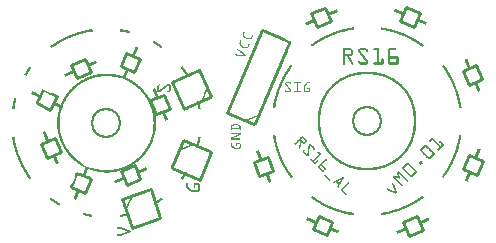
<source format=gto>
G04 MADE WITH FRITZING*
G04 WWW.FRITZING.ORG*
G04 DOUBLE SIDED*
G04 HOLES PLATED*
G04 CONTOUR ON CENTER OF CONTOUR VECTOR*
%ASAXBY*%
%FSLAX23Y23*%
%MOIN*%
%OFA0B0*%
%SFA1.0B1.0*%
%ADD10C,0.101075X0.0853274*%
%ADD11C,0.329669X0.313527*%
%ADD12C,0.010000*%
%ADD13R,0.001000X0.001000*%
%LNSILK1*%
G90*
G70*
G54D10*
X375Y427D03*
G54D11*
X1243Y433D03*
G54D10*
X1243Y433D03*
G54D12*
X684Y605D02*
X593Y565D01*
D02*
X593Y565D02*
X634Y473D01*
D02*
X461Y79D02*
X555Y112D01*
D02*
X555Y112D02*
X523Y206D01*
D02*
X523Y206D02*
X428Y174D01*
D02*
X593Y277D02*
X686Y238D01*
D02*
X686Y238D02*
X725Y330D01*
D02*
X895Y736D02*
X778Y460D01*
D02*
X1057Y793D02*
X1103Y812D01*
D02*
X1103Y812D02*
X1123Y766D01*
D02*
X1123Y766D02*
X1077Y747D01*
D02*
X1077Y747D02*
X1057Y793D01*
D02*
X322Y242D02*
X304Y195D01*
D02*
X304Y195D02*
X258Y213D01*
D02*
X322Y596D02*
X276Y576D01*
D02*
X276Y576D02*
X256Y622D01*
D02*
X256Y622D02*
X302Y642D01*
D02*
X302Y642D02*
X322Y596D01*
D02*
X210Y516D02*
X188Y471D01*
D02*
X188Y471D02*
X143Y493D01*
D02*
X176Y312D02*
X156Y358D01*
D02*
X156Y358D02*
X202Y378D01*
D02*
X202Y378D02*
X222Y332D01*
D02*
X222Y332D02*
X176Y312D01*
D02*
X487Y642D02*
X468Y596D01*
D02*
X468Y596D02*
X422Y616D01*
D02*
X422Y616D02*
X441Y662D01*
D02*
X441Y662D02*
X487Y642D01*
D02*
X540Y457D02*
X521Y503D01*
D02*
X521Y503D02*
X568Y522D01*
D02*
X568Y522D02*
X587Y475D01*
D02*
X587Y475D02*
X540Y457D01*
D02*
X1608Y620D02*
X1628Y574D01*
D02*
X1628Y574D02*
X1582Y554D01*
D02*
X1582Y554D02*
X1562Y600D01*
D02*
X1562Y600D02*
X1608Y620D01*
D02*
X1629Y302D02*
X1610Y255D01*
D02*
X1610Y255D02*
X1564Y274D01*
D02*
X1564Y274D02*
X1583Y321D01*
D02*
X1583Y321D02*
X1629Y302D01*
D02*
X1374Y815D02*
X1420Y795D01*
D02*
X1420Y795D02*
X1401Y749D01*
D02*
X1401Y749D02*
X1355Y769D01*
D02*
X1355Y769D02*
X1374Y815D01*
D02*
X488Y240D02*
X442Y220D01*
D02*
X442Y220D02*
X423Y266D01*
D02*
X423Y266D02*
X469Y286D01*
D02*
X469Y286D02*
X488Y240D01*
D02*
X1082Y119D02*
X1128Y99D01*
D02*
X1128Y99D02*
X1109Y53D01*
D02*
X1109Y53D02*
X1063Y73D01*
D02*
X1063Y73D02*
X1082Y119D01*
D02*
X1364Y98D02*
X1410Y117D01*
D02*
X1410Y117D02*
X1429Y71D01*
D02*
X1429Y71D02*
X1383Y52D01*
D02*
X1383Y52D02*
X1364Y98D01*
D02*
X913Y315D02*
X931Y269D01*
D02*
X931Y269D02*
X885Y250D01*
D02*
X885Y250D02*
X866Y297D01*
D02*
X866Y297D02*
X913Y315D01*
G54D13*
X1337Y808D02*
X1338Y808D01*
X1336Y807D02*
X1341Y807D01*
X1141Y806D02*
X1142Y806D01*
X1336Y806D02*
X1343Y806D01*
X1139Y805D02*
X1142Y805D01*
X1336Y805D02*
X1345Y805D01*
X1137Y804D02*
X1142Y804D01*
X1335Y804D02*
X1348Y804D01*
X1134Y803D02*
X1143Y803D01*
X1335Y803D02*
X1350Y803D01*
X1132Y802D02*
X1143Y802D01*
X1334Y802D02*
X1352Y802D01*
X1130Y801D02*
X1144Y801D01*
X1334Y801D02*
X1355Y801D01*
X1127Y800D02*
X1144Y800D01*
X1333Y800D02*
X1357Y800D01*
X1125Y799D02*
X1145Y799D01*
X1335Y799D02*
X1359Y799D01*
X1122Y798D02*
X1145Y798D01*
X1337Y798D02*
X1362Y798D01*
X1120Y797D02*
X1145Y797D01*
X1340Y797D02*
X1364Y797D01*
X1118Y796D02*
X1142Y796D01*
X1342Y796D02*
X1366Y796D01*
X1115Y795D02*
X1140Y795D01*
X1344Y795D02*
X1365Y795D01*
X1113Y794D02*
X1138Y794D01*
X1347Y794D02*
X1365Y794D01*
X1112Y793D02*
X1135Y793D01*
X1349Y793D02*
X1364Y793D01*
X1112Y792D02*
X1133Y792D01*
X1351Y792D02*
X1364Y792D01*
X1113Y791D02*
X1131Y791D01*
X1354Y791D02*
X1364Y791D01*
X1113Y790D02*
X1128Y790D01*
X1356Y790D02*
X1363Y790D01*
X1114Y789D02*
X1126Y789D01*
X1358Y789D02*
X1363Y789D01*
X1114Y788D02*
X1123Y788D01*
X1361Y788D02*
X1362Y788D01*
X1115Y787D02*
X1121Y787D01*
X1115Y786D02*
X1119Y786D01*
X1115Y785D02*
X1116Y785D01*
X1412Y776D02*
X1414Y776D01*
X1412Y775D02*
X1416Y775D01*
X1412Y774D02*
X1418Y774D01*
X1064Y773D02*
X1065Y773D01*
X1411Y773D02*
X1421Y773D01*
X1061Y772D02*
X1066Y772D01*
X1411Y772D02*
X1423Y772D01*
X1059Y771D02*
X1066Y771D01*
X1410Y771D02*
X1425Y771D01*
X1056Y770D02*
X1066Y770D01*
X1410Y770D02*
X1428Y770D01*
X1054Y769D02*
X1067Y769D01*
X1409Y769D02*
X1430Y769D01*
X1052Y768D02*
X1067Y768D01*
X1409Y768D02*
X1433Y768D01*
X1049Y767D02*
X1068Y767D01*
X1410Y767D02*
X1435Y767D01*
X1047Y766D02*
X1068Y766D01*
X1413Y766D02*
X1437Y766D01*
X1045Y765D02*
X1069Y765D01*
X1415Y765D02*
X1440Y765D01*
X1042Y764D02*
X1067Y764D01*
X1417Y764D02*
X1442Y764D01*
X1040Y763D02*
X1065Y763D01*
X1420Y763D02*
X1442Y763D01*
X1038Y762D02*
X1062Y762D01*
X1422Y762D02*
X1441Y762D01*
X1036Y761D02*
X1060Y761D01*
X1424Y761D02*
X1441Y761D01*
X1037Y760D02*
X1058Y760D01*
X1427Y760D02*
X1441Y760D01*
X1037Y759D02*
X1055Y759D01*
X1429Y759D02*
X1440Y759D01*
X1038Y758D02*
X1053Y758D01*
X1432Y758D02*
X1440Y758D01*
X1038Y757D02*
X1050Y757D01*
X1434Y757D02*
X1439Y757D01*
X1039Y756D02*
X1048Y756D01*
X1436Y756D02*
X1439Y756D01*
X1039Y755D02*
X1046Y755D01*
X1439Y755D02*
X1439Y755D01*
X1039Y754D02*
X1043Y754D01*
X1040Y753D02*
X1041Y753D01*
X1194Y746D02*
X1198Y746D01*
X1291Y746D02*
X1294Y746D01*
X1188Y745D02*
X1198Y745D01*
X1291Y745D02*
X1300Y745D01*
X1182Y744D02*
X1198Y744D01*
X1291Y744D02*
X1305Y744D01*
X1178Y743D02*
X1198Y743D01*
X1291Y743D02*
X1310Y743D01*
X1173Y742D02*
X1198Y742D01*
X1291Y742D02*
X1314Y742D01*
X1169Y741D02*
X1198Y741D01*
X1291Y741D02*
X1319Y741D01*
X324Y740D02*
X327Y740D01*
X420Y740D02*
X425Y740D01*
X897Y740D02*
X899Y740D01*
X1165Y740D02*
X1198Y740D01*
X1291Y740D02*
X1323Y740D01*
X318Y739D02*
X327Y739D01*
X420Y739D02*
X430Y739D01*
X897Y739D02*
X901Y739D01*
X1161Y739D02*
X1198Y739D01*
X1290Y739D02*
X1326Y739D01*
X313Y738D02*
X327Y738D01*
X420Y738D02*
X436Y738D01*
X896Y738D02*
X903Y738D01*
X1158Y738D02*
X1193Y738D01*
X1295Y738D02*
X1330Y738D01*
X308Y737D02*
X328Y737D01*
X420Y737D02*
X441Y737D01*
X896Y737D02*
X906Y737D01*
X1154Y737D02*
X1187Y737D01*
X1301Y737D02*
X1334Y737D01*
X304Y736D02*
X328Y736D01*
X420Y736D02*
X445Y736D01*
X896Y736D02*
X908Y736D01*
X1151Y736D02*
X1181Y736D01*
X1306Y736D02*
X1337Y736D01*
X299Y735D02*
X328Y735D01*
X420Y735D02*
X449Y735D01*
X895Y735D02*
X910Y735D01*
X1148Y735D02*
X1177Y735D01*
X1311Y735D02*
X1340Y735D01*
X295Y734D02*
X328Y734D01*
X420Y734D02*
X453Y734D01*
X895Y734D02*
X913Y734D01*
X1145Y734D02*
X1173Y734D01*
X1315Y734D02*
X1343Y734D01*
X292Y733D02*
X328Y733D01*
X420Y733D02*
X453Y733D01*
X894Y733D02*
X915Y733D01*
X1142Y733D02*
X1168Y733D01*
X1320Y733D02*
X1346Y733D01*
X288Y732D02*
X323Y732D01*
X426Y732D02*
X453Y732D01*
X833Y732D02*
X835Y732D01*
X894Y732D02*
X917Y732D01*
X1139Y732D02*
X1164Y732D01*
X1323Y732D02*
X1349Y732D01*
X285Y731D02*
X317Y731D01*
X431Y731D02*
X453Y731D01*
X833Y731D02*
X836Y731D01*
X895Y731D02*
X920Y731D01*
X1136Y731D02*
X1161Y731D01*
X1327Y731D02*
X1352Y731D01*
X281Y730D02*
X312Y730D01*
X437Y730D02*
X452Y730D01*
X832Y730D02*
X836Y730D01*
X898Y730D02*
X922Y730D01*
X1133Y730D02*
X1157Y730D01*
X1331Y730D02*
X1355Y730D01*
X278Y729D02*
X307Y729D01*
X441Y729D02*
X452Y729D01*
X832Y729D02*
X836Y729D01*
X900Y729D02*
X924Y729D01*
X1131Y729D02*
X1154Y729D01*
X1334Y729D02*
X1357Y729D01*
X275Y728D02*
X303Y728D01*
X446Y728D02*
X452Y728D01*
X831Y728D02*
X835Y728D01*
X902Y728D02*
X927Y728D01*
X1128Y728D02*
X1150Y728D01*
X1337Y728D02*
X1360Y728D01*
X272Y727D02*
X299Y727D01*
X450Y727D02*
X452Y727D01*
X831Y727D02*
X835Y727D01*
X905Y727D02*
X929Y727D01*
X1125Y727D02*
X1147Y727D01*
X1340Y727D02*
X1362Y727D01*
X269Y726D02*
X295Y726D01*
X831Y726D02*
X834Y726D01*
X907Y726D02*
X932Y726D01*
X1123Y726D02*
X1144Y726D01*
X1343Y726D02*
X1365Y726D01*
X266Y725D02*
X291Y725D01*
X830Y725D02*
X834Y725D01*
X909Y725D02*
X934Y725D01*
X1120Y725D02*
X1141Y725D01*
X1346Y725D02*
X1367Y725D01*
X263Y724D02*
X287Y724D01*
X830Y724D02*
X834Y724D01*
X912Y724D02*
X936Y724D01*
X1118Y724D02*
X1138Y724D01*
X1349Y724D02*
X1369Y724D01*
X261Y723D02*
X284Y723D01*
X830Y723D02*
X833Y723D01*
X914Y723D02*
X939Y723D01*
X1116Y723D02*
X1136Y723D01*
X1352Y723D02*
X1372Y723D01*
X258Y722D02*
X281Y722D01*
X829Y722D02*
X833Y722D01*
X862Y722D02*
X862Y722D01*
X916Y722D02*
X941Y722D01*
X1114Y722D02*
X1133Y722D01*
X1355Y722D02*
X1374Y722D01*
X256Y721D02*
X278Y721D01*
X829Y721D02*
X833Y721D01*
X861Y721D02*
X863Y721D01*
X919Y721D02*
X943Y721D01*
X1112Y721D02*
X1130Y721D01*
X1357Y721D02*
X1376Y721D01*
X253Y720D02*
X275Y720D01*
X830Y720D02*
X833Y720D01*
X860Y720D02*
X864Y720D01*
X921Y720D02*
X946Y720D01*
X1109Y720D02*
X1128Y720D01*
X1360Y720D02*
X1378Y720D01*
X251Y719D02*
X272Y719D01*
X830Y719D02*
X834Y719D01*
X860Y719D02*
X864Y719D01*
X923Y719D02*
X948Y719D01*
X1107Y719D02*
X1125Y719D01*
X1362Y719D02*
X1381Y719D01*
X249Y718D02*
X269Y718D01*
X830Y718D02*
X835Y718D01*
X859Y718D02*
X863Y718D01*
X926Y718D02*
X950Y718D01*
X1105Y718D02*
X1123Y718D01*
X1365Y718D02*
X1383Y718D01*
X246Y717D02*
X266Y717D01*
X831Y717D02*
X836Y717D01*
X859Y717D02*
X863Y717D01*
X928Y717D02*
X953Y717D01*
X1103Y717D02*
X1121Y717D01*
X1367Y717D02*
X1385Y717D01*
X244Y716D02*
X263Y716D01*
X832Y716D02*
X837Y716D01*
X859Y716D02*
X862Y716D01*
X931Y716D02*
X955Y716D01*
X1101Y716D02*
X1118Y716D01*
X1369Y716D02*
X1387Y716D01*
X242Y715D02*
X261Y715D01*
X833Y715D02*
X838Y715D01*
X858Y715D02*
X862Y715D01*
X933Y715D02*
X957Y715D01*
X1099Y715D02*
X1116Y715D01*
X1371Y715D02*
X1388Y715D01*
X240Y714D02*
X258Y714D01*
X834Y714D02*
X839Y714D01*
X858Y714D02*
X862Y714D01*
X935Y714D02*
X960Y714D01*
X1097Y714D02*
X1114Y714D01*
X1374Y714D02*
X1390Y714D01*
X238Y713D02*
X256Y713D01*
X835Y713D02*
X840Y713D01*
X857Y713D02*
X861Y713D01*
X938Y713D02*
X962Y713D01*
X1095Y713D02*
X1112Y713D01*
X1376Y713D02*
X1392Y713D01*
X235Y712D02*
X253Y712D01*
X836Y712D02*
X841Y712D01*
X856Y712D02*
X861Y712D01*
X940Y712D02*
X965Y712D01*
X1093Y712D02*
X1110Y712D01*
X1378Y712D02*
X1394Y712D01*
X234Y711D02*
X251Y711D01*
X837Y711D02*
X843Y711D01*
X848Y711D02*
X860Y711D01*
X942Y711D02*
X967Y711D01*
X1092Y711D02*
X1108Y711D01*
X1380Y711D02*
X1396Y711D01*
X232Y710D02*
X249Y710D01*
X838Y710D02*
X860Y710D01*
X945Y710D02*
X969Y710D01*
X1090Y710D02*
X1106Y710D01*
X1382Y710D02*
X1398Y710D01*
X230Y709D02*
X247Y709D01*
X839Y709D02*
X859Y709D01*
X947Y709D02*
X970Y709D01*
X1088Y709D02*
X1104Y709D01*
X1384Y709D02*
X1400Y709D01*
X228Y708D02*
X244Y708D01*
X840Y708D02*
X857Y708D01*
X949Y708D02*
X971Y708D01*
X1086Y708D02*
X1102Y708D01*
X1386Y708D02*
X1401Y708D01*
X226Y707D02*
X242Y707D01*
X842Y707D02*
X851Y707D01*
X952Y707D02*
X972Y707D01*
X1085Y707D02*
X1100Y707D01*
X1388Y707D02*
X1403Y707D01*
X224Y706D02*
X240Y706D01*
X954Y706D02*
X974Y706D01*
X1083Y706D02*
X1098Y706D01*
X1390Y706D02*
X1405Y706D01*
X222Y705D02*
X238Y705D01*
X956Y705D02*
X975Y705D01*
X1081Y705D02*
X1096Y705D01*
X1392Y705D02*
X1407Y705D01*
X220Y704D02*
X236Y704D01*
X959Y704D02*
X977Y704D01*
X1079Y704D02*
X1094Y704D01*
X1394Y704D02*
X1408Y704D01*
X218Y703D02*
X234Y703D01*
X822Y703D02*
X824Y703D01*
X961Y703D02*
X979Y703D01*
X1078Y703D02*
X1092Y703D01*
X1395Y703D02*
X1410Y703D01*
X217Y702D02*
X232Y702D01*
X822Y702D02*
X824Y702D01*
X964Y702D02*
X981Y702D01*
X1076Y702D02*
X1091Y702D01*
X1397Y702D02*
X1411Y702D01*
X215Y701D02*
X230Y701D01*
X532Y701D02*
X534Y701D01*
X821Y701D02*
X825Y701D01*
X966Y701D02*
X983Y701D01*
X1075Y701D02*
X1089Y701D01*
X1399Y701D02*
X1413Y701D01*
X213Y700D02*
X228Y700D01*
X532Y700D02*
X535Y700D01*
X821Y700D02*
X824Y700D01*
X968Y700D02*
X986Y700D01*
X1073Y700D02*
X1087Y700D01*
X1401Y700D02*
X1415Y700D01*
X211Y699D02*
X226Y699D01*
X531Y699D02*
X537Y699D01*
X820Y699D02*
X824Y699D01*
X971Y699D02*
X988Y699D01*
X1072Y699D02*
X1085Y699D01*
X1402Y699D02*
X1416Y699D01*
X210Y698D02*
X224Y698D01*
X531Y698D02*
X539Y698D01*
X820Y698D02*
X824Y698D01*
X973Y698D02*
X987Y698D01*
X1070Y698D02*
X1084Y698D01*
X1404Y698D02*
X1418Y698D01*
X208Y697D02*
X223Y697D01*
X530Y697D02*
X540Y697D01*
X820Y697D02*
X823Y697D01*
X975Y697D02*
X987Y697D01*
X1068Y697D02*
X1082Y697D01*
X1406Y697D02*
X1419Y697D01*
X207Y696D02*
X221Y696D01*
X529Y696D02*
X542Y696D01*
X819Y696D02*
X823Y696D01*
X978Y696D02*
X989Y696D01*
X1067Y696D02*
X1080Y696D01*
X1407Y696D02*
X1421Y696D01*
X205Y695D02*
X219Y695D01*
X529Y695D02*
X544Y695D01*
X819Y695D02*
X823Y695D01*
X980Y695D02*
X991Y695D01*
X1065Y695D02*
X1079Y695D01*
X1409Y695D02*
X1422Y695D01*
X203Y694D02*
X217Y694D01*
X531Y694D02*
X545Y694D01*
X818Y694D02*
X822Y694D01*
X981Y694D02*
X991Y694D01*
X1064Y694D02*
X1077Y694D01*
X1410Y694D02*
X1424Y694D01*
X202Y693D02*
X216Y693D01*
X533Y693D02*
X547Y693D01*
X818Y693D02*
X822Y693D01*
X981Y693D02*
X990Y693D01*
X1063Y693D02*
X1076Y693D01*
X1412Y693D02*
X1425Y693D01*
X200Y692D02*
X214Y692D01*
X535Y692D02*
X548Y692D01*
X818Y692D02*
X822Y692D01*
X850Y692D02*
X852Y692D01*
X980Y692D02*
X990Y692D01*
X1061Y692D02*
X1074Y692D01*
X1414Y692D02*
X1427Y692D01*
X199Y691D02*
X212Y691D01*
X536Y691D02*
X550Y691D01*
X818Y691D02*
X822Y691D01*
X849Y691D02*
X852Y691D01*
X980Y691D02*
X990Y691D01*
X1060Y691D02*
X1073Y691D01*
X1415Y691D02*
X1428Y691D01*
X197Y690D02*
X211Y690D01*
X538Y690D02*
X551Y690D01*
X818Y690D02*
X823Y690D01*
X849Y690D02*
X852Y690D01*
X979Y690D02*
X989Y690D01*
X1058Y690D02*
X1071Y690D01*
X1417Y690D02*
X1429Y690D01*
X196Y689D02*
X209Y689D01*
X539Y689D02*
X553Y689D01*
X819Y689D02*
X823Y689D01*
X848Y689D02*
X852Y689D01*
X979Y689D02*
X989Y689D01*
X1057Y689D02*
X1070Y689D01*
X1418Y689D02*
X1431Y689D01*
X194Y688D02*
X208Y688D01*
X541Y688D02*
X554Y688D01*
X819Y688D02*
X824Y688D01*
X848Y688D02*
X852Y688D01*
X978Y688D02*
X988Y688D01*
X1055Y688D02*
X1068Y688D01*
X1420Y688D02*
X1432Y688D01*
X193Y687D02*
X206Y687D01*
X542Y687D02*
X556Y687D01*
X820Y687D02*
X825Y687D01*
X848Y687D02*
X851Y687D01*
X978Y687D02*
X988Y687D01*
X1056Y687D02*
X1067Y687D01*
X1421Y687D02*
X1433Y687D01*
X192Y686D02*
X205Y686D01*
X544Y686D02*
X557Y686D01*
X821Y686D02*
X826Y686D01*
X847Y686D02*
X851Y686D01*
X978Y686D02*
X987Y686D01*
X1057Y686D02*
X1065Y686D01*
X1422Y686D02*
X1432Y686D01*
X190Y685D02*
X203Y685D01*
X546Y685D02*
X558Y685D01*
X822Y685D02*
X827Y685D01*
X847Y685D02*
X850Y685D01*
X977Y685D02*
X987Y685D01*
X1058Y685D02*
X1064Y685D01*
X1424Y685D02*
X1431Y685D01*
X189Y684D02*
X201Y684D01*
X547Y684D02*
X560Y684D01*
X823Y684D02*
X828Y684D01*
X846Y684D02*
X850Y684D01*
X977Y684D02*
X987Y684D01*
X1059Y684D02*
X1062Y684D01*
X1425Y684D02*
X1431Y684D01*
X187Y683D02*
X200Y683D01*
X473Y683D02*
X473Y683D01*
X549Y683D02*
X561Y683D01*
X824Y683D02*
X829Y683D01*
X846Y683D02*
X850Y683D01*
X976Y683D02*
X986Y683D01*
X1059Y683D02*
X1061Y683D01*
X1427Y683D02*
X1430Y683D01*
X186Y682D02*
X199Y682D01*
X472Y682D02*
X475Y682D01*
X550Y682D02*
X562Y682D01*
X825Y682D02*
X830Y682D01*
X841Y682D02*
X849Y682D01*
X976Y682D02*
X986Y682D01*
X1060Y682D02*
X1060Y682D01*
X1428Y682D02*
X1429Y682D01*
X187Y681D02*
X197Y681D01*
X472Y681D02*
X477Y681D01*
X551Y681D02*
X561Y681D01*
X826Y681D02*
X849Y681D01*
X975Y681D02*
X985Y681D01*
X188Y680D02*
X196Y680D01*
X472Y680D02*
X480Y680D01*
X553Y680D02*
X560Y680D01*
X827Y680D02*
X848Y680D01*
X975Y680D02*
X985Y680D01*
X189Y679D02*
X194Y679D01*
X471Y679D02*
X481Y679D01*
X554Y679D02*
X560Y679D01*
X828Y679D02*
X847Y679D01*
X975Y679D02*
X984Y679D01*
X190Y678D02*
X193Y678D01*
X471Y678D02*
X481Y678D01*
X556Y678D02*
X559Y678D01*
X829Y678D02*
X844Y678D01*
X974Y678D02*
X984Y678D01*
X191Y677D02*
X191Y677D01*
X470Y677D02*
X480Y677D01*
X557Y677D02*
X558Y677D01*
X833Y677D02*
X835Y677D01*
X974Y677D02*
X983Y677D01*
X470Y676D02*
X480Y676D01*
X973Y676D02*
X982Y676D01*
X1164Y676D02*
X1189Y676D01*
X1220Y676D02*
X1241Y676D01*
X1266Y676D02*
X1284Y676D01*
X1316Y676D02*
X1339Y676D01*
X469Y675D02*
X479Y675D01*
X973Y675D02*
X982Y675D01*
X1164Y675D02*
X1192Y675D01*
X1218Y675D02*
X1243Y675D01*
X1265Y675D02*
X1284Y675D01*
X1315Y675D02*
X1340Y675D01*
X469Y674D02*
X479Y674D01*
X972Y674D02*
X981Y674D01*
X1164Y674D02*
X1193Y674D01*
X1216Y674D02*
X1244Y674D01*
X1264Y674D02*
X1284Y674D01*
X1315Y674D02*
X1341Y674D01*
X469Y673D02*
X478Y673D01*
X811Y673D02*
X814Y673D01*
X972Y673D02*
X981Y673D01*
X1164Y673D02*
X1194Y673D01*
X1215Y673D02*
X1245Y673D01*
X1264Y673D02*
X1284Y673D01*
X1314Y673D02*
X1341Y673D01*
X468Y672D02*
X478Y672D01*
X810Y672D02*
X816Y672D01*
X972Y672D02*
X980Y672D01*
X1164Y672D02*
X1195Y672D01*
X1215Y672D02*
X1246Y672D01*
X1264Y672D02*
X1284Y672D01*
X1314Y672D02*
X1341Y672D01*
X468Y671D02*
X478Y671D01*
X810Y671D02*
X819Y671D01*
X971Y671D02*
X980Y671D01*
X1164Y671D02*
X1196Y671D01*
X1214Y671D02*
X1247Y671D01*
X1265Y671D02*
X1284Y671D01*
X1314Y671D02*
X1340Y671D01*
X467Y670D02*
X477Y670D01*
X811Y670D02*
X820Y670D01*
X971Y670D02*
X980Y670D01*
X1164Y670D02*
X1196Y670D01*
X1214Y670D02*
X1247Y670D01*
X1266Y670D02*
X1284Y670D01*
X1314Y670D02*
X1339Y670D01*
X467Y669D02*
X477Y669D01*
X813Y669D02*
X821Y669D01*
X970Y669D02*
X979Y669D01*
X1164Y669D02*
X1170Y669D01*
X1189Y669D02*
X1197Y669D01*
X1214Y669D02*
X1220Y669D01*
X1240Y669D02*
X1247Y669D01*
X1278Y669D02*
X1284Y669D01*
X1314Y669D02*
X1320Y669D01*
X466Y668D02*
X476Y668D01*
X815Y668D02*
X822Y668D01*
X970Y668D02*
X979Y668D01*
X1164Y668D02*
X1170Y668D01*
X1190Y668D02*
X1197Y668D01*
X1214Y668D02*
X1220Y668D01*
X1241Y668D02*
X1247Y668D01*
X1278Y668D02*
X1284Y668D01*
X1314Y668D02*
X1320Y668D01*
X466Y667D02*
X476Y667D01*
X818Y667D02*
X824Y667D01*
X969Y667D02*
X979Y667D01*
X1164Y667D02*
X1170Y667D01*
X1191Y667D02*
X1197Y667D01*
X1214Y667D02*
X1221Y667D01*
X1241Y667D02*
X1248Y667D01*
X1278Y667D02*
X1284Y667D01*
X1314Y667D02*
X1320Y667D01*
X466Y666D02*
X475Y666D01*
X819Y666D02*
X825Y666D01*
X969Y666D02*
X979Y666D01*
X1164Y666D02*
X1170Y666D01*
X1191Y666D02*
X1197Y666D01*
X1214Y666D02*
X1222Y666D01*
X1242Y666D02*
X1247Y666D01*
X1278Y666D02*
X1284Y666D01*
X1314Y666D02*
X1320Y666D01*
X465Y665D02*
X475Y665D01*
X820Y665D02*
X826Y665D01*
X969Y665D02*
X978Y665D01*
X1164Y665D02*
X1170Y665D01*
X1191Y665D02*
X1197Y665D01*
X1215Y665D02*
X1222Y665D01*
X1242Y665D02*
X1247Y665D01*
X1278Y665D02*
X1284Y665D01*
X1314Y665D02*
X1320Y665D01*
X465Y664D02*
X475Y664D01*
X821Y664D02*
X827Y664D01*
X968Y664D02*
X978Y664D01*
X1164Y664D02*
X1170Y664D01*
X1191Y664D02*
X1197Y664D01*
X1215Y664D02*
X1223Y664D01*
X1243Y664D02*
X1246Y664D01*
X1278Y664D02*
X1284Y664D01*
X1314Y664D02*
X1320Y664D01*
X464Y663D02*
X474Y663D01*
X822Y663D02*
X828Y663D01*
X968Y663D02*
X978Y663D01*
X1164Y663D02*
X1170Y663D01*
X1191Y663D02*
X1197Y663D01*
X1216Y663D02*
X1224Y663D01*
X1278Y663D02*
X1284Y663D01*
X1314Y663D02*
X1320Y663D01*
X464Y662D02*
X474Y662D01*
X823Y662D02*
X829Y662D01*
X967Y662D02*
X977Y662D01*
X1164Y662D02*
X1170Y662D01*
X1191Y662D02*
X1197Y662D01*
X1217Y662D02*
X1225Y662D01*
X1278Y662D02*
X1284Y662D01*
X1314Y662D02*
X1320Y662D01*
X463Y661D02*
X473Y661D01*
X825Y661D02*
X830Y661D01*
X967Y661D02*
X977Y661D01*
X1164Y661D02*
X1170Y661D01*
X1191Y661D02*
X1197Y661D01*
X1218Y661D02*
X1226Y661D01*
X1278Y661D02*
X1284Y661D01*
X1314Y661D02*
X1320Y661D01*
X463Y660D02*
X473Y660D01*
X826Y660D02*
X831Y660D01*
X967Y660D02*
X976Y660D01*
X1164Y660D02*
X1170Y660D01*
X1190Y660D02*
X1197Y660D01*
X1218Y660D02*
X1226Y660D01*
X1278Y660D02*
X1284Y660D01*
X1314Y660D02*
X1320Y660D01*
X463Y659D02*
X472Y659D01*
X827Y659D02*
X832Y659D01*
X966Y659D02*
X976Y659D01*
X1164Y659D02*
X1170Y659D01*
X1189Y659D02*
X1197Y659D01*
X1219Y659D02*
X1227Y659D01*
X1278Y659D02*
X1284Y659D01*
X1314Y659D02*
X1320Y659D01*
X462Y658D02*
X472Y658D01*
X828Y658D02*
X833Y658D01*
X966Y658D02*
X976Y658D01*
X1164Y658D02*
X1196Y658D01*
X1220Y658D02*
X1228Y658D01*
X1278Y658D02*
X1284Y658D01*
X1314Y658D02*
X1320Y658D01*
X462Y657D02*
X472Y657D01*
X805Y657D02*
X807Y657D01*
X829Y657D02*
X835Y657D01*
X965Y657D02*
X975Y657D01*
X1164Y657D02*
X1196Y657D01*
X1221Y657D02*
X1229Y657D01*
X1278Y657D02*
X1284Y657D01*
X1314Y657D02*
X1320Y657D01*
X461Y656D02*
X471Y656D01*
X804Y656D02*
X810Y656D01*
X830Y656D02*
X836Y656D01*
X965Y656D02*
X975Y656D01*
X1164Y656D02*
X1195Y656D01*
X1221Y656D02*
X1229Y656D01*
X1278Y656D02*
X1284Y656D01*
X1314Y656D02*
X1320Y656D01*
X461Y655D02*
X471Y655D01*
X804Y655D02*
X813Y655D01*
X815Y655D02*
X837Y655D01*
X964Y655D02*
X974Y655D01*
X1164Y655D02*
X1194Y655D01*
X1222Y655D02*
X1230Y655D01*
X1278Y655D02*
X1284Y655D01*
X1314Y655D02*
X1320Y655D01*
X461Y654D02*
X470Y654D01*
X804Y654D02*
X838Y654D01*
X964Y654D02*
X974Y654D01*
X1164Y654D02*
X1193Y654D01*
X1223Y654D02*
X1231Y654D01*
X1278Y654D02*
X1284Y654D01*
X1314Y654D02*
X1320Y654D01*
X463Y653D02*
X470Y653D01*
X806Y653D02*
X838Y653D01*
X964Y653D02*
X973Y653D01*
X1164Y653D02*
X1192Y653D01*
X1224Y653D02*
X1232Y653D01*
X1278Y653D02*
X1284Y653D01*
X1314Y653D02*
X1320Y653D01*
X465Y652D02*
X469Y652D01*
X809Y652D02*
X838Y652D01*
X963Y652D02*
X973Y652D01*
X1164Y652D02*
X1189Y652D01*
X1225Y652D02*
X1233Y652D01*
X1278Y652D02*
X1284Y652D01*
X1314Y652D02*
X1320Y652D01*
X467Y651D02*
X469Y651D01*
X811Y651D02*
X837Y651D01*
X963Y651D02*
X973Y651D01*
X1164Y651D02*
X1170Y651D01*
X1176Y651D02*
X1183Y651D01*
X1225Y651D02*
X1233Y651D01*
X1278Y651D02*
X1284Y651D01*
X1314Y651D02*
X1320Y651D01*
X962Y650D02*
X972Y650D01*
X1164Y650D02*
X1170Y650D01*
X1177Y650D02*
X1184Y650D01*
X1226Y650D02*
X1234Y650D01*
X1278Y650D02*
X1284Y650D01*
X1314Y650D02*
X1320Y650D01*
X962Y649D02*
X972Y649D01*
X1164Y649D02*
X1170Y649D01*
X1177Y649D02*
X1184Y649D01*
X1227Y649D02*
X1235Y649D01*
X1278Y649D02*
X1284Y649D01*
X1314Y649D02*
X1345Y649D01*
X961Y648D02*
X971Y648D01*
X1164Y648D02*
X1170Y648D01*
X1178Y648D02*
X1185Y648D01*
X1228Y648D02*
X1236Y648D01*
X1278Y648D02*
X1284Y648D01*
X1314Y648D02*
X1347Y648D01*
X961Y647D02*
X971Y647D01*
X1164Y647D02*
X1170Y647D01*
X1178Y647D02*
X1186Y647D01*
X1228Y647D02*
X1236Y647D01*
X1278Y647D02*
X1284Y647D01*
X1314Y647D02*
X1348Y647D01*
X961Y646D02*
X970Y646D01*
X1164Y646D02*
X1170Y646D01*
X1179Y646D02*
X1186Y646D01*
X1229Y646D02*
X1237Y646D01*
X1278Y646D02*
X1284Y646D01*
X1314Y646D02*
X1348Y646D01*
X960Y645D02*
X970Y645D01*
X1164Y645D02*
X1170Y645D01*
X1180Y645D02*
X1187Y645D01*
X1230Y645D02*
X1238Y645D01*
X1278Y645D02*
X1284Y645D01*
X1314Y645D02*
X1348Y645D01*
X960Y644D02*
X970Y644D01*
X1164Y644D02*
X1170Y644D01*
X1180Y644D02*
X1187Y644D01*
X1231Y644D02*
X1239Y644D01*
X1278Y644D02*
X1284Y644D01*
X1314Y644D02*
X1348Y644D01*
X959Y643D02*
X969Y643D01*
X1164Y643D02*
X1170Y643D01*
X1181Y643D02*
X1188Y643D01*
X1232Y643D02*
X1240Y643D01*
X1278Y643D02*
X1284Y643D01*
X1294Y643D02*
X1295Y643D01*
X1314Y643D02*
X1348Y643D01*
X959Y642D02*
X969Y642D01*
X1164Y642D02*
X1170Y642D01*
X1181Y642D02*
X1188Y642D01*
X1232Y642D02*
X1240Y642D01*
X1278Y642D02*
X1284Y642D01*
X1293Y642D02*
X1297Y642D01*
X1314Y642D02*
X1321Y642D01*
X1342Y642D02*
X1348Y642D01*
X958Y641D02*
X968Y641D01*
X1164Y641D02*
X1170Y641D01*
X1182Y641D02*
X1189Y641D01*
X1233Y641D02*
X1241Y641D01*
X1278Y641D02*
X1284Y641D01*
X1292Y641D02*
X1297Y641D01*
X1314Y641D02*
X1320Y641D01*
X1342Y641D02*
X1348Y641D01*
X1576Y641D02*
X1577Y641D01*
X958Y640D02*
X968Y640D01*
X1164Y640D02*
X1170Y640D01*
X1182Y640D02*
X1190Y640D01*
X1234Y640D02*
X1242Y640D01*
X1278Y640D02*
X1284Y640D01*
X1292Y640D02*
X1298Y640D01*
X1314Y640D02*
X1320Y640D01*
X1342Y640D02*
X1348Y640D01*
X1574Y640D02*
X1577Y640D01*
X958Y639D02*
X967Y639D01*
X1164Y639D02*
X1170Y639D01*
X1183Y639D02*
X1190Y639D01*
X1235Y639D02*
X1243Y639D01*
X1278Y639D02*
X1284Y639D01*
X1292Y639D02*
X1298Y639D01*
X1314Y639D02*
X1320Y639D01*
X1342Y639D02*
X1348Y639D01*
X1571Y639D02*
X1578Y639D01*
X957Y638D02*
X967Y638D01*
X1164Y638D02*
X1170Y638D01*
X1184Y638D02*
X1191Y638D01*
X1235Y638D02*
X1244Y638D01*
X1278Y638D02*
X1284Y638D01*
X1292Y638D02*
X1298Y638D01*
X1314Y638D02*
X1320Y638D01*
X1342Y638D02*
X1348Y638D01*
X1568Y638D02*
X1578Y638D01*
X957Y637D02*
X967Y637D01*
X1164Y637D02*
X1170Y637D01*
X1184Y637D02*
X1191Y637D01*
X1236Y637D02*
X1244Y637D01*
X1278Y637D02*
X1284Y637D01*
X1292Y637D02*
X1298Y637D01*
X1314Y637D02*
X1320Y637D01*
X1342Y637D02*
X1348Y637D01*
X1569Y637D02*
X1578Y637D01*
X340Y636D02*
X340Y636D01*
X956Y636D02*
X966Y636D01*
X1164Y636D02*
X1170Y636D01*
X1185Y636D02*
X1192Y636D01*
X1237Y636D02*
X1245Y636D01*
X1278Y636D02*
X1284Y636D01*
X1292Y636D02*
X1298Y636D01*
X1314Y636D02*
X1320Y636D01*
X1342Y636D02*
X1348Y636D01*
X1569Y636D02*
X1579Y636D01*
X338Y635D02*
X340Y635D01*
X956Y635D02*
X966Y635D01*
X1164Y635D02*
X1170Y635D01*
X1185Y635D02*
X1193Y635D01*
X1217Y635D02*
X1217Y635D01*
X1238Y635D02*
X1246Y635D01*
X1278Y635D02*
X1284Y635D01*
X1292Y635D02*
X1298Y635D01*
X1314Y635D02*
X1320Y635D01*
X1342Y635D02*
X1348Y635D01*
X1569Y635D02*
X1579Y635D01*
X336Y634D02*
X341Y634D01*
X955Y634D02*
X965Y634D01*
X1164Y634D02*
X1170Y634D01*
X1186Y634D02*
X1193Y634D01*
X1215Y634D02*
X1219Y634D01*
X1239Y634D02*
X1246Y634D01*
X1278Y634D02*
X1284Y634D01*
X1292Y634D02*
X1298Y634D01*
X1314Y634D02*
X1320Y634D01*
X1342Y634D02*
X1348Y634D01*
X1570Y634D02*
X1580Y634D01*
X333Y633D02*
X341Y633D01*
X955Y633D02*
X965Y633D01*
X1164Y633D02*
X1170Y633D01*
X1187Y633D02*
X1194Y633D01*
X1214Y633D02*
X1220Y633D01*
X1239Y633D02*
X1247Y633D01*
X1278Y633D02*
X1284Y633D01*
X1292Y633D02*
X1298Y633D01*
X1314Y633D02*
X1320Y633D01*
X1342Y633D02*
X1348Y633D01*
X1570Y633D02*
X1580Y633D01*
X331Y632D02*
X341Y632D01*
X955Y632D02*
X964Y632D01*
X1164Y632D02*
X1170Y632D01*
X1187Y632D02*
X1194Y632D01*
X1214Y632D02*
X1220Y632D01*
X1240Y632D02*
X1247Y632D01*
X1278Y632D02*
X1284Y632D01*
X1292Y632D02*
X1298Y632D01*
X1314Y632D02*
X1320Y632D01*
X1342Y632D02*
X1348Y632D01*
X1571Y632D02*
X1581Y632D01*
X329Y631D02*
X342Y631D01*
X954Y631D02*
X964Y631D01*
X1164Y631D02*
X1170Y631D01*
X1188Y631D02*
X1195Y631D01*
X1214Y631D02*
X1220Y631D01*
X1241Y631D02*
X1247Y631D01*
X1278Y631D02*
X1284Y631D01*
X1292Y631D02*
X1298Y631D01*
X1314Y631D02*
X1320Y631D01*
X1342Y631D02*
X1348Y631D01*
X1571Y631D02*
X1581Y631D01*
X326Y630D02*
X342Y630D01*
X954Y630D02*
X964Y630D01*
X1164Y630D02*
X1170Y630D01*
X1188Y630D02*
X1195Y630D01*
X1214Y630D02*
X1221Y630D01*
X1241Y630D02*
X1248Y630D01*
X1278Y630D02*
X1284Y630D01*
X1292Y630D02*
X1298Y630D01*
X1314Y630D02*
X1320Y630D01*
X1342Y630D02*
X1348Y630D01*
X1572Y630D02*
X1581Y630D01*
X324Y629D02*
X343Y629D01*
X953Y629D02*
X963Y629D01*
X1164Y629D02*
X1170Y629D01*
X1189Y629D02*
X1196Y629D01*
X1214Y629D02*
X1247Y629D01*
X1266Y629D02*
X1298Y629D01*
X1314Y629D02*
X1348Y629D01*
X1572Y629D02*
X1582Y629D01*
X322Y628D02*
X343Y628D01*
X953Y628D02*
X963Y628D01*
X1164Y628D02*
X1170Y628D01*
X1189Y628D02*
X1197Y628D01*
X1215Y628D02*
X1247Y628D01*
X1265Y628D02*
X1298Y628D01*
X1314Y628D02*
X1348Y628D01*
X1572Y628D02*
X1582Y628D01*
X319Y627D02*
X344Y627D01*
X952Y627D02*
X962Y627D01*
X1164Y627D02*
X1170Y627D01*
X1190Y627D02*
X1197Y627D01*
X1215Y627D02*
X1247Y627D01*
X1264Y627D02*
X1298Y627D01*
X1314Y627D02*
X1348Y627D01*
X1573Y627D02*
X1583Y627D01*
X317Y626D02*
X341Y626D01*
X952Y626D02*
X962Y626D01*
X1164Y626D02*
X1170Y626D01*
X1191Y626D02*
X1197Y626D01*
X1216Y626D02*
X1246Y626D01*
X1264Y626D02*
X1298Y626D01*
X1314Y626D02*
X1348Y626D01*
X1573Y626D02*
X1583Y626D01*
X315Y625D02*
X339Y625D01*
X952Y625D02*
X962Y625D01*
X1164Y625D02*
X1170Y625D01*
X1191Y625D02*
X1197Y625D01*
X1217Y625D02*
X1246Y625D01*
X1264Y625D02*
X1298Y625D01*
X1315Y625D02*
X1348Y625D01*
X1574Y625D02*
X1583Y625D01*
X312Y624D02*
X337Y624D01*
X951Y624D02*
X961Y624D01*
X1164Y624D02*
X1169Y624D01*
X1192Y624D02*
X1197Y624D01*
X1218Y624D02*
X1244Y624D01*
X1265Y624D02*
X1297Y624D01*
X1315Y624D02*
X1347Y624D01*
X1574Y624D02*
X1584Y624D01*
X311Y623D02*
X334Y623D01*
X951Y623D02*
X961Y623D01*
X1165Y623D02*
X1168Y623D01*
X1193Y623D02*
X1196Y623D01*
X1220Y623D02*
X1243Y623D01*
X1266Y623D02*
X1296Y623D01*
X1316Y623D02*
X1346Y623D01*
X1574Y623D02*
X1584Y623D01*
X312Y622D02*
X332Y622D01*
X950Y622D02*
X960Y622D01*
X989Y622D02*
X990Y622D01*
X1575Y622D02*
X1585Y622D01*
X312Y621D02*
X330Y621D01*
X950Y621D02*
X960Y621D01*
X988Y621D02*
X991Y621D01*
X1498Y621D02*
X1499Y621D01*
X1575Y621D02*
X1585Y621D01*
X313Y620D02*
X327Y620D01*
X950Y620D02*
X959Y620D01*
X988Y620D02*
X992Y620D01*
X1497Y620D02*
X1500Y620D01*
X1576Y620D02*
X1586Y620D01*
X313Y619D02*
X325Y619D01*
X949Y619D02*
X959Y619D01*
X987Y619D02*
X993Y619D01*
X1496Y619D02*
X1501Y619D01*
X1576Y619D02*
X1586Y619D01*
X313Y618D02*
X323Y618D01*
X949Y618D02*
X959Y618D01*
X986Y618D02*
X994Y618D01*
X1495Y618D02*
X1501Y618D01*
X1577Y618D02*
X1586Y618D01*
X120Y617D02*
X120Y617D01*
X314Y617D02*
X320Y617D01*
X628Y617D02*
X628Y617D01*
X948Y617D02*
X958Y617D01*
X986Y617D02*
X994Y617D01*
X1494Y617D02*
X1502Y617D01*
X1577Y617D02*
X1587Y617D01*
X120Y616D02*
X121Y616D01*
X314Y616D02*
X318Y616D01*
X627Y616D02*
X629Y616D01*
X948Y616D02*
X958Y616D01*
X985Y616D02*
X994Y616D01*
X1494Y616D02*
X1503Y616D01*
X1577Y616D02*
X1587Y616D01*
X119Y615D02*
X122Y615D01*
X315Y615D02*
X316Y615D01*
X626Y615D02*
X630Y615D01*
X947Y615D02*
X957Y615D01*
X984Y615D02*
X993Y615D01*
X1495Y615D02*
X1503Y615D01*
X1578Y615D02*
X1588Y615D01*
X118Y614D02*
X123Y614D01*
X625Y614D02*
X630Y614D01*
X947Y614D02*
X957Y614D01*
X983Y614D02*
X992Y614D01*
X1496Y614D02*
X1504Y614D01*
X1578Y614D02*
X1588Y614D01*
X117Y613D02*
X124Y613D01*
X624Y613D02*
X631Y613D01*
X947Y613D02*
X956Y613D01*
X983Y613D02*
X991Y613D01*
X1496Y613D02*
X1505Y613D01*
X1579Y613D02*
X1589Y613D01*
X117Y612D02*
X125Y612D01*
X623Y612D02*
X632Y612D01*
X946Y612D02*
X956Y612D01*
X982Y612D02*
X991Y612D01*
X1497Y612D02*
X1506Y612D01*
X1579Y612D02*
X1589Y612D01*
X116Y611D02*
X125Y611D01*
X624Y611D02*
X633Y611D01*
X946Y611D02*
X956Y611D01*
X981Y611D02*
X990Y611D01*
X1498Y611D02*
X1506Y611D01*
X1580Y611D02*
X1587Y611D01*
X115Y610D02*
X124Y610D01*
X625Y610D02*
X633Y610D01*
X945Y610D02*
X955Y610D01*
X981Y610D02*
X989Y610D01*
X1498Y610D02*
X1507Y610D01*
X1580Y610D02*
X1584Y610D01*
X115Y609D02*
X123Y609D01*
X625Y609D02*
X634Y609D01*
X945Y609D02*
X955Y609D01*
X980Y609D02*
X989Y609D01*
X1499Y609D02*
X1508Y609D01*
X1580Y609D02*
X1582Y609D01*
X114Y608D02*
X123Y608D01*
X626Y608D02*
X635Y608D01*
X944Y608D02*
X954Y608D01*
X979Y608D02*
X988Y608D01*
X1500Y608D02*
X1508Y608D01*
X113Y607D02*
X122Y607D01*
X441Y607D02*
X442Y607D01*
X627Y607D02*
X635Y607D01*
X689Y607D02*
X689Y607D01*
X944Y607D02*
X954Y607D01*
X979Y607D02*
X987Y607D01*
X1501Y607D02*
X1509Y607D01*
X112Y606D02*
X121Y606D01*
X440Y606D02*
X444Y606D01*
X627Y606D02*
X636Y606D01*
X686Y606D02*
X689Y606D01*
X944Y606D02*
X953Y606D01*
X978Y606D02*
X986Y606D01*
X1501Y606D02*
X1510Y606D01*
X112Y605D02*
X120Y605D01*
X440Y605D02*
X447Y605D01*
X628Y605D02*
X637Y605D01*
X684Y605D02*
X690Y605D01*
X943Y605D02*
X953Y605D01*
X977Y605D02*
X986Y605D01*
X1502Y605D02*
X1510Y605D01*
X111Y604D02*
X120Y604D01*
X439Y604D02*
X449Y604D01*
X629Y604D02*
X637Y604D01*
X682Y604D02*
X690Y604D01*
X943Y604D02*
X953Y604D01*
X977Y604D02*
X985Y604D01*
X1503Y604D02*
X1511Y604D01*
X110Y603D02*
X119Y603D01*
X263Y603D02*
X265Y603D01*
X439Y603D02*
X449Y603D01*
X630Y603D02*
X638Y603D01*
X681Y603D02*
X691Y603D01*
X942Y603D02*
X952Y603D01*
X976Y603D02*
X985Y603D01*
X1503Y603D02*
X1512Y603D01*
X110Y602D02*
X118Y602D01*
X260Y602D02*
X265Y602D01*
X438Y602D02*
X448Y602D01*
X630Y602D02*
X639Y602D01*
X681Y602D02*
X691Y602D01*
X942Y602D02*
X952Y602D01*
X976Y602D02*
X984Y602D01*
X1504Y602D02*
X1512Y602D01*
X109Y601D02*
X118Y601D01*
X258Y601D02*
X265Y601D01*
X438Y601D02*
X448Y601D01*
X631Y601D02*
X639Y601D01*
X682Y601D02*
X691Y601D01*
X941Y601D02*
X951Y601D01*
X975Y601D02*
X983Y601D01*
X1504Y601D02*
X1513Y601D01*
X109Y600D02*
X117Y600D01*
X256Y600D02*
X266Y600D01*
X438Y600D02*
X447Y600D01*
X632Y600D02*
X640Y600D01*
X682Y600D02*
X692Y600D01*
X941Y600D02*
X951Y600D01*
X974Y600D02*
X983Y600D01*
X1505Y600D02*
X1513Y600D01*
X108Y599D02*
X116Y599D01*
X253Y599D02*
X266Y599D01*
X437Y599D02*
X447Y599D01*
X632Y599D02*
X641Y599D01*
X682Y599D02*
X692Y599D01*
X941Y599D02*
X950Y599D01*
X974Y599D02*
X982Y599D01*
X1506Y599D02*
X1514Y599D01*
X107Y598D02*
X116Y598D01*
X251Y598D02*
X267Y598D01*
X437Y598D02*
X447Y598D01*
X633Y598D02*
X641Y598D01*
X683Y598D02*
X693Y598D01*
X940Y598D02*
X950Y598D01*
X973Y598D02*
X981Y598D01*
X1506Y598D02*
X1515Y598D01*
X107Y597D02*
X115Y597D01*
X249Y597D02*
X267Y597D01*
X436Y597D02*
X446Y597D01*
X634Y597D02*
X642Y597D01*
X683Y597D02*
X693Y597D01*
X940Y597D02*
X950Y597D01*
X972Y597D02*
X981Y597D01*
X1507Y597D02*
X1515Y597D01*
X106Y596D02*
X114Y596D01*
X246Y596D02*
X267Y596D01*
X436Y596D02*
X446Y596D01*
X634Y596D02*
X643Y596D01*
X684Y596D02*
X694Y596D01*
X939Y596D02*
X949Y596D01*
X972Y596D02*
X980Y596D01*
X1508Y596D02*
X1516Y596D01*
X105Y595D02*
X114Y595D01*
X244Y595D02*
X268Y595D01*
X435Y595D02*
X445Y595D01*
X635Y595D02*
X643Y595D01*
X684Y595D02*
X694Y595D01*
X939Y595D02*
X949Y595D01*
X971Y595D02*
X979Y595D01*
X1508Y595D02*
X1516Y595D01*
X105Y594D02*
X113Y594D01*
X241Y594D02*
X266Y594D01*
X435Y594D02*
X445Y594D01*
X636Y594D02*
X644Y594D01*
X685Y594D02*
X695Y594D01*
X938Y594D02*
X948Y594D01*
X971Y594D02*
X979Y594D01*
X1509Y594D02*
X1517Y594D01*
X104Y593D02*
X112Y593D01*
X239Y593D02*
X264Y593D01*
X435Y593D02*
X444Y593D01*
X636Y593D02*
X645Y593D01*
X685Y593D02*
X695Y593D01*
X938Y593D02*
X948Y593D01*
X970Y593D02*
X978Y593D01*
X1510Y593D02*
X1518Y593D01*
X103Y592D02*
X112Y592D01*
X237Y592D02*
X261Y592D01*
X374Y592D02*
X376Y592D01*
X434Y592D02*
X444Y592D01*
X637Y592D02*
X645Y592D01*
X686Y592D02*
X695Y592D01*
X938Y592D02*
X947Y592D01*
X969Y592D02*
X978Y592D01*
X1510Y592D02*
X1518Y592D01*
X103Y591D02*
X111Y591D01*
X234Y591D02*
X259Y591D01*
X358Y591D02*
X393Y591D01*
X434Y591D02*
X444Y591D01*
X637Y591D02*
X646Y591D01*
X686Y591D02*
X696Y591D01*
X937Y591D02*
X947Y591D01*
X969Y591D02*
X977Y591D01*
X1511Y591D02*
X1519Y591D01*
X102Y590D02*
X110Y590D01*
X235Y590D02*
X257Y590D01*
X350Y590D02*
X401Y590D01*
X433Y590D02*
X443Y590D01*
X638Y590D02*
X646Y590D01*
X686Y590D02*
X696Y590D01*
X937Y590D02*
X947Y590D01*
X968Y590D02*
X976Y590D01*
X1511Y590D02*
X1519Y590D01*
X102Y589D02*
X110Y589D01*
X235Y589D02*
X254Y589D01*
X345Y589D02*
X406Y589D01*
X433Y589D02*
X443Y589D01*
X639Y589D02*
X647Y589D01*
X687Y589D02*
X697Y589D01*
X936Y589D02*
X946Y589D01*
X968Y589D02*
X976Y589D01*
X1512Y589D02*
X1520Y589D01*
X104Y588D02*
X109Y588D01*
X236Y588D02*
X252Y588D01*
X340Y588D02*
X411Y588D01*
X432Y588D02*
X442Y588D01*
X639Y588D02*
X647Y588D01*
X687Y588D02*
X697Y588D01*
X936Y588D02*
X946Y588D01*
X967Y588D02*
X975Y588D01*
X1512Y588D02*
X1520Y588D01*
X106Y587D02*
X109Y587D01*
X236Y587D02*
X250Y587D01*
X336Y587D02*
X415Y587D01*
X432Y587D02*
X442Y587D01*
X640Y587D02*
X648Y587D01*
X688Y587D02*
X698Y587D01*
X936Y587D02*
X945Y587D01*
X967Y587D02*
X975Y587D01*
X1513Y587D02*
X1521Y587D01*
X108Y586D02*
X108Y586D01*
X237Y586D02*
X247Y586D01*
X332Y586D02*
X419Y586D01*
X432Y586D02*
X441Y586D01*
X641Y586D02*
X649Y586D01*
X688Y586D02*
X698Y586D01*
X935Y586D02*
X945Y586D01*
X966Y586D02*
X974Y586D01*
X1514Y586D02*
X1522Y586D01*
X237Y585D02*
X245Y585D01*
X328Y585D02*
X422Y585D01*
X431Y585D02*
X441Y585D01*
X641Y585D02*
X649Y585D01*
X689Y585D02*
X699Y585D01*
X935Y585D02*
X945Y585D01*
X965Y585D02*
X973Y585D01*
X1514Y585D02*
X1522Y585D01*
X238Y584D02*
X243Y584D01*
X325Y584D02*
X426Y584D01*
X431Y584D02*
X441Y584D01*
X642Y584D02*
X650Y584D01*
X689Y584D02*
X699Y584D01*
X934Y584D02*
X944Y584D01*
X965Y584D02*
X973Y584D01*
X1515Y584D02*
X1523Y584D01*
X238Y583D02*
X240Y583D01*
X322Y583D02*
X357Y583D01*
X393Y583D02*
X428Y583D01*
X430Y583D02*
X440Y583D01*
X642Y583D02*
X650Y583D01*
X690Y583D02*
X700Y583D01*
X934Y583D02*
X944Y583D01*
X964Y583D02*
X972Y583D01*
X1515Y583D02*
X1523Y583D01*
X238Y582D02*
X238Y582D01*
X319Y582D02*
X350Y582D01*
X401Y582D02*
X440Y582D01*
X643Y582D02*
X648Y582D01*
X690Y582D02*
X700Y582D01*
X933Y582D02*
X943Y582D01*
X964Y582D02*
X972Y582D01*
X1516Y582D02*
X1524Y582D01*
X317Y581D02*
X344Y581D01*
X406Y581D02*
X439Y581D01*
X643Y581D02*
X645Y581D01*
X690Y581D02*
X700Y581D01*
X933Y581D02*
X943Y581D01*
X963Y581D02*
X971Y581D01*
X1517Y581D02*
X1524Y581D01*
X314Y580D02*
X340Y580D01*
X411Y580D02*
X439Y580D01*
X691Y580D02*
X701Y580D01*
X933Y580D02*
X942Y580D01*
X963Y580D02*
X971Y580D01*
X1517Y580D02*
X1525Y580D01*
X312Y579D02*
X335Y579D01*
X415Y579D02*
X439Y579D01*
X691Y579D02*
X701Y579D01*
X932Y579D02*
X942Y579D01*
X962Y579D02*
X970Y579D01*
X1518Y579D02*
X1525Y579D01*
X309Y578D02*
X332Y578D01*
X424Y578D02*
X441Y578D01*
X692Y578D02*
X702Y578D01*
X932Y578D02*
X942Y578D01*
X962Y578D02*
X970Y578D01*
X1518Y578D02*
X1526Y578D01*
X307Y577D02*
X328Y577D01*
X428Y577D02*
X443Y577D01*
X692Y577D02*
X702Y577D01*
X931Y577D02*
X941Y577D01*
X961Y577D02*
X969Y577D01*
X1519Y577D02*
X1526Y577D01*
X305Y576D02*
X325Y576D01*
X431Y576D02*
X446Y576D01*
X693Y576D02*
X703Y576D01*
X931Y576D02*
X941Y576D01*
X961Y576D02*
X969Y576D01*
X1519Y576D02*
X1527Y576D01*
X303Y575D02*
X322Y575D01*
X434Y575D02*
X448Y575D01*
X693Y575D02*
X703Y575D01*
X930Y575D02*
X940Y575D01*
X960Y575D02*
X968Y575D01*
X1520Y575D02*
X1527Y575D01*
X301Y574D02*
X320Y574D01*
X436Y574D02*
X450Y574D01*
X694Y574D02*
X704Y574D01*
X930Y574D02*
X940Y574D01*
X960Y574D02*
X968Y574D01*
X1520Y574D02*
X1528Y574D01*
X299Y573D02*
X317Y573D01*
X438Y573D02*
X452Y573D01*
X694Y573D02*
X704Y573D01*
X930Y573D02*
X939Y573D01*
X959Y573D02*
X967Y573D01*
X1521Y573D02*
X1528Y573D01*
X297Y572D02*
X315Y572D01*
X439Y572D02*
X454Y572D01*
X694Y572D02*
X704Y572D01*
X929Y572D02*
X939Y572D01*
X959Y572D02*
X967Y572D01*
X1521Y572D02*
X1529Y572D01*
X295Y571D02*
X312Y571D01*
X441Y571D02*
X455Y571D01*
X695Y571D02*
X705Y571D01*
X929Y571D02*
X939Y571D01*
X958Y571D02*
X966Y571D01*
X1522Y571D02*
X1529Y571D01*
X294Y570D02*
X310Y570D01*
X442Y570D02*
X457Y570D01*
X695Y570D02*
X705Y570D01*
X928Y570D02*
X938Y570D01*
X958Y570D02*
X965Y570D01*
X1522Y570D02*
X1530Y570D01*
X292Y569D02*
X308Y569D01*
X443Y569D02*
X459Y569D01*
X696Y569D02*
X706Y569D01*
X928Y569D02*
X938Y569D01*
X957Y569D02*
X965Y569D01*
X1523Y569D02*
X1530Y569D01*
X290Y568D02*
X306Y568D01*
X445Y568D02*
X461Y568D01*
X696Y568D02*
X706Y568D01*
X927Y568D02*
X937Y568D01*
X957Y568D02*
X964Y568D01*
X1523Y568D02*
X1531Y568D01*
X289Y567D02*
X304Y567D01*
X447Y567D02*
X462Y567D01*
X697Y567D02*
X707Y567D01*
X927Y567D02*
X937Y567D01*
X956Y567D02*
X964Y567D01*
X1524Y567D02*
X1531Y567D01*
X287Y566D02*
X302Y566D01*
X449Y566D02*
X464Y566D01*
X697Y566D02*
X707Y566D01*
X927Y566D02*
X936Y566D01*
X956Y566D02*
X964Y566D01*
X1524Y566D02*
X1532Y566D01*
X286Y565D02*
X300Y565D01*
X451Y565D02*
X465Y565D01*
X698Y565D02*
X708Y565D01*
X926Y565D02*
X936Y565D01*
X955Y565D02*
X963Y565D01*
X1525Y565D02*
X1532Y565D01*
X1607Y565D02*
X1609Y565D01*
X284Y564D02*
X298Y564D01*
X453Y564D02*
X467Y564D01*
X698Y564D02*
X708Y564D01*
X926Y564D02*
X936Y564D01*
X955Y564D02*
X963Y564D01*
X1525Y564D02*
X1533Y564D01*
X1605Y564D02*
X1609Y564D01*
X283Y563D02*
X296Y563D01*
X454Y563D02*
X468Y563D01*
X698Y563D02*
X708Y563D01*
X925Y563D02*
X935Y563D01*
X955Y563D02*
X962Y563D01*
X973Y563D02*
X988Y563D01*
X1002Y563D02*
X1022Y563D01*
X1043Y563D02*
X1054Y563D01*
X1526Y563D02*
X1533Y563D01*
X1602Y563D02*
X1610Y563D01*
X281Y562D02*
X295Y562D01*
X456Y562D02*
X470Y562D01*
X699Y562D02*
X709Y562D01*
X925Y562D02*
X935Y562D01*
X954Y562D02*
X962Y562D01*
X972Y562D02*
X989Y562D01*
X1002Y562D02*
X1023Y562D01*
X1042Y562D02*
X1054Y562D01*
X1526Y562D02*
X1534Y562D01*
X1601Y562D02*
X1610Y562D01*
X280Y561D02*
X293Y561D01*
X458Y561D02*
X471Y561D01*
X699Y561D02*
X709Y561D01*
X924Y561D02*
X934Y561D01*
X954Y561D02*
X961Y561D01*
X971Y561D02*
X990Y561D01*
X1002Y561D02*
X1023Y561D01*
X1041Y561D02*
X1054Y561D01*
X1526Y561D02*
X1534Y561D01*
X1601Y561D02*
X1611Y561D01*
X278Y560D02*
X291Y560D01*
X459Y560D02*
X472Y560D01*
X700Y560D02*
X710Y560D01*
X924Y560D02*
X934Y560D01*
X953Y560D02*
X961Y560D01*
X971Y560D02*
X991Y560D01*
X1003Y560D02*
X1022Y560D01*
X1040Y560D02*
X1053Y560D01*
X1527Y560D02*
X1534Y560D01*
X1601Y560D02*
X1611Y560D01*
X277Y559D02*
X290Y559D01*
X461Y559D02*
X474Y559D01*
X700Y559D02*
X710Y559D01*
X924Y559D02*
X933Y559D01*
X953Y559D02*
X960Y559D01*
X970Y559D02*
X974Y559D01*
X987Y559D02*
X991Y559D01*
X1011Y559D02*
X1014Y559D01*
X1040Y559D02*
X1044Y559D01*
X1527Y559D02*
X1535Y559D01*
X1602Y559D02*
X1612Y559D01*
X276Y558D02*
X288Y558D01*
X462Y558D02*
X475Y558D01*
X551Y558D02*
X552Y558D01*
X579Y558D02*
X585Y558D01*
X701Y558D02*
X711Y558D01*
X923Y558D02*
X933Y558D01*
X952Y558D02*
X960Y558D01*
X971Y558D02*
X974Y558D01*
X988Y558D02*
X991Y558D01*
X1011Y558D02*
X1014Y558D01*
X1039Y558D02*
X1043Y558D01*
X1528Y558D02*
X1535Y558D01*
X1602Y558D02*
X1612Y558D01*
X274Y557D02*
X287Y557D01*
X464Y557D02*
X476Y557D01*
X551Y557D02*
X553Y557D01*
X578Y557D02*
X586Y557D01*
X701Y557D02*
X711Y557D01*
X923Y557D02*
X933Y557D01*
X952Y557D02*
X959Y557D01*
X971Y557D02*
X975Y557D01*
X988Y557D02*
X991Y557D01*
X1011Y557D02*
X1014Y557D01*
X1038Y557D02*
X1043Y557D01*
X1528Y557D02*
X1536Y557D01*
X1603Y557D02*
X1612Y557D01*
X273Y556D02*
X285Y556D01*
X465Y556D02*
X478Y556D01*
X550Y556D02*
X553Y556D01*
X577Y556D02*
X587Y556D01*
X702Y556D02*
X712Y556D01*
X922Y556D02*
X932Y556D01*
X951Y556D02*
X959Y556D01*
X971Y556D02*
X976Y556D01*
X989Y556D02*
X990Y556D01*
X1011Y556D02*
X1014Y556D01*
X1037Y556D02*
X1042Y556D01*
X1529Y556D02*
X1536Y556D01*
X1603Y556D02*
X1613Y556D01*
X272Y555D02*
X284Y555D01*
X467Y555D02*
X479Y555D01*
X549Y555D02*
X553Y555D01*
X575Y555D02*
X588Y555D01*
X702Y555D02*
X712Y555D01*
X922Y555D02*
X932Y555D01*
X951Y555D02*
X959Y555D01*
X972Y555D02*
X977Y555D01*
X1011Y555D02*
X1014Y555D01*
X1036Y555D02*
X1041Y555D01*
X1529Y555D02*
X1537Y555D01*
X1603Y555D02*
X1613Y555D01*
X271Y554D02*
X283Y554D01*
X468Y554D02*
X480Y554D01*
X548Y554D02*
X552Y554D01*
X574Y554D02*
X588Y554D01*
X702Y554D02*
X712Y554D01*
X921Y554D02*
X931Y554D01*
X951Y554D02*
X958Y554D01*
X973Y554D02*
X977Y554D01*
X1011Y554D02*
X1014Y554D01*
X1036Y554D02*
X1040Y554D01*
X1530Y554D02*
X1537Y554D01*
X1604Y554D02*
X1614Y554D01*
X269Y553D02*
X281Y553D01*
X469Y553D02*
X481Y553D01*
X547Y553D02*
X550Y553D01*
X573Y553D02*
X588Y553D01*
X703Y553D02*
X713Y553D01*
X921Y553D02*
X931Y553D01*
X950Y553D02*
X958Y553D01*
X974Y553D02*
X978Y553D01*
X1011Y553D02*
X1014Y553D01*
X1035Y553D02*
X1039Y553D01*
X1530Y553D02*
X1537Y553D01*
X1604Y553D02*
X1614Y553D01*
X268Y552D02*
X280Y552D01*
X471Y552D02*
X482Y552D01*
X547Y552D02*
X549Y552D01*
X571Y552D02*
X580Y552D01*
X583Y552D02*
X588Y552D01*
X703Y552D02*
X713Y552D01*
X921Y552D02*
X931Y552D01*
X950Y552D02*
X957Y552D01*
X974Y552D02*
X979Y552D01*
X1011Y552D02*
X1014Y552D01*
X1035Y552D02*
X1039Y552D01*
X1530Y552D02*
X1538Y552D01*
X1605Y552D02*
X1614Y552D01*
X267Y551D02*
X279Y551D01*
X472Y551D02*
X484Y551D01*
X545Y551D02*
X548Y551D01*
X570Y551D02*
X579Y551D01*
X583Y551D02*
X588Y551D01*
X704Y551D02*
X714Y551D01*
X920Y551D02*
X930Y551D01*
X949Y551D02*
X957Y551D01*
X975Y551D02*
X980Y551D01*
X1011Y551D02*
X1014Y551D01*
X1034Y551D02*
X1038Y551D01*
X1531Y551D02*
X1538Y551D01*
X1605Y551D02*
X1615Y551D01*
X266Y550D02*
X277Y550D01*
X473Y550D02*
X485Y550D01*
X544Y550D02*
X548Y550D01*
X569Y550D02*
X578Y550D01*
X583Y550D02*
X588Y550D01*
X704Y550D02*
X714Y550D01*
X920Y550D02*
X930Y550D01*
X949Y550D02*
X956Y550D01*
X976Y550D02*
X981Y550D01*
X1011Y550D02*
X1014Y550D01*
X1034Y550D02*
X1037Y550D01*
X1531Y550D02*
X1539Y550D01*
X1605Y550D02*
X1615Y550D01*
X265Y549D02*
X276Y549D01*
X475Y549D02*
X486Y549D01*
X543Y549D02*
X548Y549D01*
X568Y549D02*
X576Y549D01*
X583Y549D02*
X588Y549D01*
X705Y549D02*
X715Y549D01*
X919Y549D02*
X929Y549D01*
X949Y549D02*
X956Y549D01*
X977Y549D02*
X981Y549D01*
X1011Y549D02*
X1014Y549D01*
X1034Y549D02*
X1037Y549D01*
X1532Y549D02*
X1539Y549D01*
X1606Y549D02*
X1616Y549D01*
X264Y548D02*
X275Y548D01*
X476Y548D02*
X487Y548D01*
X543Y548D02*
X548Y548D01*
X566Y548D02*
X575Y548D01*
X583Y548D02*
X588Y548D01*
X705Y548D02*
X715Y548D01*
X919Y548D02*
X929Y548D01*
X948Y548D02*
X956Y548D01*
X977Y548D02*
X982Y548D01*
X1011Y548D02*
X1014Y548D01*
X1034Y548D02*
X1037Y548D01*
X1532Y548D02*
X1539Y548D01*
X1606Y548D02*
X1616Y548D01*
X263Y547D02*
X274Y547D01*
X477Y547D02*
X488Y547D01*
X543Y547D02*
X548Y547D01*
X565Y547D02*
X574Y547D01*
X583Y547D02*
X588Y547D01*
X706Y547D02*
X716Y547D01*
X919Y547D02*
X928Y547D01*
X948Y547D02*
X955Y547D01*
X978Y547D02*
X983Y547D01*
X1011Y547D02*
X1014Y547D01*
X1034Y547D02*
X1037Y547D01*
X1532Y547D02*
X1540Y547D01*
X1607Y547D02*
X1617Y547D01*
X262Y546D02*
X273Y546D01*
X478Y546D02*
X489Y546D01*
X543Y546D02*
X548Y546D01*
X564Y546D02*
X573Y546D01*
X583Y546D02*
X588Y546D01*
X706Y546D02*
X716Y546D01*
X918Y546D02*
X928Y546D01*
X947Y546D02*
X955Y546D01*
X979Y546D02*
X984Y546D01*
X1011Y546D02*
X1014Y546D01*
X1034Y546D02*
X1037Y546D01*
X1533Y546D02*
X1540Y546D01*
X1607Y546D02*
X1617Y546D01*
X261Y545D02*
X271Y545D01*
X479Y545D02*
X490Y545D01*
X537Y545D02*
X537Y545D01*
X543Y545D02*
X548Y545D01*
X562Y545D02*
X571Y545D01*
X583Y545D02*
X588Y545D01*
X706Y545D02*
X716Y545D01*
X918Y545D02*
X928Y545D01*
X947Y545D02*
X954Y545D01*
X980Y545D02*
X984Y545D01*
X1011Y545D02*
X1014Y545D01*
X1034Y545D02*
X1037Y545D01*
X1046Y545D02*
X1054Y545D01*
X1533Y545D02*
X1541Y545D01*
X1608Y545D02*
X1617Y545D01*
X260Y544D02*
X270Y544D01*
X480Y544D02*
X491Y544D01*
X535Y544D02*
X537Y544D01*
X543Y544D02*
X548Y544D01*
X561Y544D02*
X570Y544D01*
X583Y544D02*
X588Y544D01*
X707Y544D02*
X717Y544D01*
X917Y544D02*
X927Y544D01*
X947Y544D02*
X954Y544D01*
X981Y544D02*
X985Y544D01*
X1011Y544D02*
X1014Y544D01*
X1034Y544D02*
X1037Y544D01*
X1045Y544D02*
X1054Y544D01*
X1534Y544D02*
X1541Y544D01*
X1608Y544D02*
X1618Y544D01*
X259Y543D02*
X269Y543D01*
X482Y543D02*
X492Y543D01*
X533Y543D02*
X537Y543D01*
X543Y543D02*
X548Y543D01*
X560Y543D02*
X569Y543D01*
X583Y543D02*
X588Y543D01*
X707Y543D02*
X717Y543D01*
X917Y543D02*
X927Y543D01*
X946Y543D02*
X954Y543D01*
X981Y543D02*
X986Y543D01*
X1011Y543D02*
X1014Y543D01*
X1034Y543D02*
X1037Y543D01*
X1044Y543D02*
X1054Y543D01*
X1534Y543D02*
X1541Y543D01*
X1608Y543D02*
X1618Y543D01*
X258Y542D02*
X268Y542D01*
X483Y542D02*
X493Y542D01*
X530Y542D02*
X538Y542D01*
X543Y542D02*
X548Y542D01*
X559Y542D02*
X567Y542D01*
X583Y542D02*
X588Y542D01*
X707Y542D02*
X718Y542D01*
X916Y542D02*
X926Y542D01*
X946Y542D02*
X953Y542D01*
X982Y542D02*
X987Y542D01*
X1011Y542D02*
X1014Y542D01*
X1034Y542D02*
X1037Y542D01*
X1045Y542D02*
X1054Y542D01*
X1534Y542D02*
X1542Y542D01*
X1609Y542D02*
X1619Y542D01*
X257Y541D02*
X267Y541D01*
X484Y541D02*
X494Y541D01*
X529Y541D02*
X538Y541D01*
X543Y541D02*
X548Y541D01*
X557Y541D02*
X566Y541D01*
X583Y541D02*
X588Y541D01*
X707Y541D02*
X718Y541D01*
X916Y541D02*
X926Y541D01*
X946Y541D02*
X953Y541D01*
X983Y541D02*
X988Y541D01*
X1011Y541D02*
X1014Y541D01*
X1034Y541D02*
X1037Y541D01*
X1046Y541D02*
X1054Y541D01*
X1535Y541D02*
X1542Y541D01*
X1609Y541D02*
X1619Y541D01*
X161Y540D02*
X161Y540D01*
X256Y540D02*
X266Y540D01*
X485Y540D02*
X495Y540D01*
X529Y540D02*
X539Y540D01*
X543Y540D02*
X548Y540D01*
X556Y540D02*
X565Y540D01*
X583Y540D02*
X588Y540D01*
X706Y540D02*
X719Y540D01*
X916Y540D02*
X925Y540D01*
X945Y540D02*
X953Y540D01*
X984Y540D02*
X988Y540D01*
X1011Y540D02*
X1014Y540D01*
X1034Y540D02*
X1037Y540D01*
X1051Y540D02*
X1054Y540D01*
X1535Y540D02*
X1542Y540D01*
X1610Y540D02*
X1620Y540D01*
X161Y539D02*
X163Y539D01*
X166Y539D02*
X167Y539D01*
X255Y539D02*
X265Y539D01*
X486Y539D02*
X496Y539D01*
X529Y539D02*
X539Y539D01*
X543Y539D02*
X548Y539D01*
X555Y539D02*
X564Y539D01*
X583Y539D02*
X588Y539D01*
X706Y539D02*
X719Y539D01*
X915Y539D02*
X925Y539D01*
X945Y539D02*
X952Y539D01*
X984Y539D02*
X989Y539D01*
X1011Y539D02*
X1014Y539D01*
X1034Y539D02*
X1037Y539D01*
X1051Y539D02*
X1054Y539D01*
X1536Y539D02*
X1543Y539D01*
X1610Y539D02*
X1620Y539D01*
X160Y538D02*
X168Y538D01*
X254Y538D02*
X264Y538D01*
X487Y538D02*
X497Y538D01*
X530Y538D02*
X540Y538D01*
X543Y538D02*
X548Y538D01*
X553Y538D02*
X562Y538D01*
X583Y538D02*
X588Y538D01*
X706Y538D02*
X720Y538D01*
X915Y538D02*
X925Y538D01*
X945Y538D02*
X952Y538D01*
X985Y538D02*
X990Y538D01*
X1011Y538D02*
X1014Y538D01*
X1034Y538D02*
X1037Y538D01*
X1051Y538D02*
X1054Y538D01*
X1536Y538D02*
X1543Y538D01*
X1611Y538D02*
X1620Y538D01*
X160Y537D02*
X170Y537D01*
X253Y537D02*
X263Y537D01*
X488Y537D02*
X498Y537D01*
X530Y537D02*
X540Y537D01*
X543Y537D02*
X548Y537D01*
X552Y537D02*
X561Y537D01*
X583Y537D02*
X588Y537D01*
X705Y537D02*
X720Y537D01*
X914Y537D02*
X924Y537D01*
X944Y537D02*
X951Y537D01*
X971Y537D02*
X973Y537D01*
X986Y537D02*
X991Y537D01*
X1011Y537D02*
X1014Y537D01*
X1034Y537D02*
X1037Y537D01*
X1051Y537D02*
X1054Y537D01*
X1536Y537D02*
X1543Y537D01*
X1611Y537D02*
X1621Y537D01*
X159Y536D02*
X171Y536D01*
X252Y536D02*
X262Y536D01*
X489Y536D02*
X499Y536D01*
X531Y536D02*
X540Y536D01*
X543Y536D02*
X548Y536D01*
X551Y536D02*
X560Y536D01*
X583Y536D02*
X588Y536D01*
X705Y536D02*
X709Y536D01*
X711Y536D02*
X720Y536D01*
X914Y536D02*
X924Y536D01*
X944Y536D02*
X951Y536D01*
X970Y536D02*
X974Y536D01*
X987Y536D02*
X991Y536D01*
X1011Y536D02*
X1014Y536D01*
X1034Y536D02*
X1037Y536D01*
X1051Y536D02*
X1054Y536D01*
X1537Y536D02*
X1544Y536D01*
X1611Y536D02*
X1621Y536D01*
X159Y535D02*
X172Y535D01*
X251Y535D02*
X261Y535D01*
X490Y535D02*
X499Y535D01*
X531Y535D02*
X541Y535D01*
X543Y535D02*
X558Y535D01*
X580Y535D02*
X588Y535D01*
X705Y535D02*
X709Y535D01*
X711Y535D02*
X721Y535D01*
X913Y535D02*
X923Y535D01*
X944Y535D02*
X951Y535D01*
X970Y535D02*
X974Y535D01*
X988Y535D02*
X991Y535D01*
X1011Y535D02*
X1014Y535D01*
X1034Y535D02*
X1038Y535D01*
X1050Y535D02*
X1054Y535D01*
X1537Y535D02*
X1544Y535D01*
X1612Y535D02*
X1620Y535D01*
X158Y534D02*
X174Y534D01*
X250Y534D02*
X260Y534D01*
X491Y534D02*
X500Y534D01*
X531Y534D02*
X541Y534D01*
X544Y534D02*
X557Y534D01*
X579Y534D02*
X587Y534D01*
X704Y534D02*
X709Y534D01*
X711Y534D02*
X721Y534D01*
X913Y534D02*
X923Y534D01*
X943Y534D02*
X950Y534D01*
X971Y534D02*
X991Y534D01*
X1003Y534D02*
X1021Y534D01*
X1034Y534D02*
X1054Y534D01*
X1537Y534D02*
X1544Y534D01*
X1612Y534D02*
X1617Y534D01*
X127Y533D02*
X130Y533D01*
X158Y533D02*
X175Y533D01*
X250Y533D02*
X259Y533D01*
X492Y533D02*
X501Y533D01*
X532Y533D02*
X542Y533D01*
X544Y533D02*
X556Y533D01*
X578Y533D02*
X587Y533D01*
X704Y533D02*
X708Y533D01*
X712Y533D02*
X722Y533D01*
X913Y533D02*
X922Y533D01*
X943Y533D02*
X950Y533D01*
X971Y533D02*
X991Y533D01*
X1002Y533D02*
X1022Y533D01*
X1035Y533D02*
X1053Y533D01*
X1538Y533D02*
X1545Y533D01*
X1613Y533D02*
X1615Y533D01*
X127Y532D02*
X132Y532D01*
X157Y532D02*
X177Y532D01*
X249Y532D02*
X258Y532D01*
X492Y532D02*
X502Y532D01*
X532Y532D02*
X542Y532D01*
X545Y532D02*
X554Y532D01*
X578Y532D02*
X586Y532D01*
X703Y532D02*
X708Y532D01*
X712Y532D02*
X722Y532D01*
X912Y532D02*
X922Y532D01*
X943Y532D02*
X950Y532D01*
X972Y532D02*
X990Y532D01*
X1002Y532D02*
X1023Y532D01*
X1035Y532D02*
X1053Y532D01*
X1538Y532D02*
X1545Y532D01*
X1613Y532D02*
X1613Y532D01*
X127Y531D02*
X134Y531D01*
X157Y531D02*
X167Y531D01*
X169Y531D02*
X179Y531D01*
X248Y531D02*
X257Y531D01*
X493Y531D02*
X503Y531D01*
X533Y531D02*
X542Y531D01*
X546Y531D02*
X553Y531D01*
X579Y531D02*
X585Y531D01*
X703Y531D02*
X707Y531D01*
X713Y531D02*
X723Y531D01*
X912Y531D02*
X922Y531D01*
X942Y531D02*
X949Y531D01*
X973Y531D02*
X989Y531D01*
X1002Y531D02*
X1022Y531D01*
X1037Y531D02*
X1051Y531D01*
X1538Y531D02*
X1545Y531D01*
X126Y530D02*
X136Y530D01*
X156Y530D02*
X166Y530D01*
X171Y530D02*
X181Y530D01*
X247Y530D02*
X257Y530D01*
X494Y530D02*
X504Y530D01*
X533Y530D02*
X543Y530D01*
X548Y530D02*
X551Y530D01*
X580Y530D02*
X583Y530D01*
X703Y530D02*
X707Y530D01*
X713Y530D02*
X723Y530D01*
X911Y530D02*
X921Y530D01*
X942Y530D02*
X949Y530D01*
X975Y530D02*
X987Y530D01*
X1003Y530D02*
X1021Y530D01*
X1039Y530D02*
X1049Y530D01*
X1539Y530D02*
X1546Y530D01*
X126Y529D02*
X138Y529D01*
X156Y529D02*
X166Y529D01*
X173Y529D02*
X184Y529D01*
X246Y529D02*
X256Y529D01*
X495Y529D02*
X504Y529D01*
X533Y529D02*
X543Y529D01*
X702Y529D02*
X707Y529D01*
X714Y529D02*
X724Y529D01*
X911Y529D02*
X921Y529D01*
X942Y529D02*
X949Y529D01*
X1539Y529D02*
X1546Y529D01*
X125Y528D02*
X140Y528D01*
X155Y528D02*
X165Y528D01*
X175Y528D02*
X188Y528D01*
X246Y528D02*
X255Y528D01*
X496Y528D02*
X505Y528D01*
X534Y528D02*
X544Y528D01*
X702Y528D02*
X706Y528D01*
X714Y528D02*
X724Y528D01*
X910Y528D02*
X920Y528D01*
X941Y528D02*
X948Y528D01*
X1539Y528D02*
X1547Y528D01*
X124Y527D02*
X142Y527D01*
X155Y527D02*
X165Y527D01*
X177Y527D02*
X199Y527D01*
X245Y527D02*
X254Y527D01*
X497Y527D02*
X506Y527D01*
X534Y527D02*
X544Y527D01*
X702Y527D02*
X706Y527D01*
X715Y527D02*
X724Y527D01*
X910Y527D02*
X920Y527D01*
X941Y527D02*
X948Y527D01*
X1540Y527D02*
X1547Y527D01*
X124Y526D02*
X144Y526D01*
X154Y526D02*
X164Y526D01*
X179Y526D02*
X201Y526D01*
X244Y526D02*
X253Y526D01*
X498Y526D02*
X507Y526D01*
X535Y526D02*
X544Y526D01*
X702Y526D02*
X705Y526D01*
X715Y526D02*
X725Y526D01*
X910Y526D02*
X919Y526D01*
X941Y526D02*
X948Y526D01*
X1540Y526D02*
X1547Y526D01*
X124Y525D02*
X146Y525D01*
X154Y525D02*
X164Y525D01*
X181Y525D02*
X203Y525D01*
X243Y525D02*
X252Y525D01*
X498Y525D02*
X507Y525D01*
X535Y525D02*
X545Y525D01*
X701Y525D02*
X705Y525D01*
X715Y525D02*
X725Y525D01*
X909Y525D02*
X919Y525D01*
X940Y525D02*
X947Y525D01*
X1540Y525D02*
X1547Y525D01*
X126Y524D02*
X148Y524D01*
X153Y524D02*
X163Y524D01*
X183Y524D02*
X205Y524D01*
X243Y524D02*
X252Y524D01*
X499Y524D02*
X508Y524D01*
X535Y524D02*
X545Y524D01*
X701Y524D02*
X705Y524D01*
X716Y524D02*
X726Y524D01*
X909Y524D02*
X919Y524D01*
X940Y524D02*
X947Y524D01*
X1541Y524D02*
X1548Y524D01*
X128Y523D02*
X150Y523D01*
X153Y523D02*
X163Y523D01*
X185Y523D02*
X207Y523D01*
X242Y523D02*
X251Y523D01*
X500Y523D02*
X509Y523D01*
X536Y523D02*
X546Y523D01*
X700Y523D02*
X704Y523D01*
X716Y523D02*
X726Y523D01*
X908Y523D02*
X918Y523D01*
X940Y523D02*
X947Y523D01*
X1541Y523D02*
X1548Y523D01*
X130Y522D02*
X162Y522D01*
X187Y522D02*
X209Y522D01*
X241Y522D02*
X250Y522D01*
X501Y522D02*
X510Y522D01*
X536Y522D02*
X546Y522D01*
X700Y522D02*
X704Y522D01*
X717Y522D02*
X727Y522D01*
X908Y522D02*
X918Y522D01*
X939Y522D02*
X947Y522D01*
X1541Y522D02*
X1548Y522D01*
X132Y521D02*
X162Y521D01*
X189Y521D02*
X211Y521D01*
X240Y521D02*
X249Y521D01*
X502Y521D02*
X510Y521D01*
X537Y521D02*
X546Y521D01*
X700Y521D02*
X704Y521D01*
X717Y521D02*
X727Y521D01*
X907Y521D02*
X917Y521D01*
X939Y521D02*
X946Y521D01*
X1541Y521D02*
X1549Y521D01*
X134Y520D02*
X161Y520D01*
X191Y520D02*
X211Y520D01*
X240Y520D02*
X249Y520D01*
X502Y520D02*
X511Y520D01*
X537Y520D02*
X547Y520D01*
X699Y520D02*
X703Y520D01*
X718Y520D02*
X728Y520D01*
X907Y520D02*
X917Y520D01*
X939Y520D02*
X946Y520D01*
X1542Y520D02*
X1549Y520D01*
X136Y519D02*
X161Y519D01*
X193Y519D02*
X211Y519D01*
X239Y519D02*
X248Y519D01*
X503Y519D02*
X512Y519D01*
X537Y519D02*
X547Y519D01*
X699Y519D02*
X703Y519D01*
X718Y519D02*
X728Y519D01*
X907Y519D02*
X916Y519D01*
X939Y519D02*
X946Y519D01*
X1542Y519D02*
X1549Y519D01*
X138Y518D02*
X160Y518D01*
X195Y518D02*
X210Y518D01*
X238Y518D02*
X247Y518D01*
X504Y518D02*
X512Y518D01*
X538Y518D02*
X548Y518D01*
X698Y518D02*
X702Y518D01*
X719Y518D02*
X728Y518D01*
X906Y518D02*
X916Y518D01*
X938Y518D02*
X945Y518D01*
X1542Y518D02*
X1549Y518D01*
X141Y517D02*
X160Y517D01*
X198Y517D02*
X210Y517D01*
X238Y517D02*
X246Y517D01*
X504Y517D02*
X513Y517D01*
X538Y517D02*
X548Y517D01*
X698Y517D02*
X702Y517D01*
X719Y517D02*
X729Y517D01*
X906Y517D02*
X916Y517D01*
X938Y517D02*
X945Y517D01*
X1543Y517D02*
X1550Y517D01*
X143Y516D02*
X159Y516D01*
X200Y516D02*
X210Y516D01*
X237Y516D02*
X246Y516D01*
X505Y516D02*
X514Y516D01*
X539Y516D02*
X548Y516D01*
X697Y516D02*
X702Y516D01*
X718Y516D02*
X729Y516D01*
X905Y516D02*
X915Y516D01*
X938Y516D02*
X945Y516D01*
X1543Y516D02*
X1550Y516D01*
X145Y515D02*
X159Y515D01*
X202Y515D02*
X209Y515D01*
X236Y515D02*
X245Y515D01*
X506Y515D02*
X514Y515D01*
X539Y515D02*
X549Y515D01*
X697Y515D02*
X701Y515D01*
X715Y515D02*
X727Y515D01*
X905Y515D02*
X915Y515D01*
X937Y515D02*
X945Y515D01*
X1543Y515D02*
X1550Y515D01*
X147Y514D02*
X158Y514D01*
X204Y514D02*
X209Y514D01*
X236Y514D02*
X244Y514D01*
X506Y514D02*
X515Y514D01*
X539Y514D02*
X548Y514D01*
X697Y514D02*
X701Y514D01*
X713Y514D02*
X725Y514D01*
X904Y514D02*
X914Y514D01*
X937Y514D02*
X944Y514D01*
X1543Y514D02*
X1551Y514D01*
X148Y513D02*
X158Y513D01*
X206Y513D02*
X208Y513D01*
X235Y513D02*
X244Y513D01*
X507Y513D02*
X516Y513D01*
X540Y513D02*
X546Y513D01*
X696Y513D02*
X700Y513D01*
X711Y513D02*
X725Y513D01*
X904Y513D02*
X914Y513D01*
X937Y513D02*
X944Y513D01*
X1544Y513D02*
X1551Y513D01*
X147Y512D02*
X158Y512D01*
X235Y512D02*
X243Y512D01*
X508Y512D02*
X516Y512D01*
X540Y512D02*
X543Y512D01*
X696Y512D02*
X700Y512D01*
X709Y512D02*
X726Y512D01*
X904Y512D02*
X914Y512D01*
X937Y512D02*
X944Y512D01*
X1544Y512D02*
X1551Y512D01*
X68Y511D02*
X68Y511D01*
X147Y511D02*
X157Y511D01*
X234Y511D02*
X242Y511D01*
X508Y511D02*
X517Y511D01*
X541Y511D02*
X541Y511D01*
X695Y511D02*
X700Y511D01*
X706Y511D02*
X726Y511D01*
X903Y511D02*
X913Y511D01*
X936Y511D02*
X943Y511D01*
X1544Y511D02*
X1551Y511D01*
X68Y510D02*
X70Y510D01*
X146Y510D02*
X157Y510D01*
X233Y510D02*
X242Y510D01*
X509Y510D02*
X517Y510D01*
X695Y510D02*
X699Y510D01*
X704Y510D02*
X727Y510D01*
X903Y510D02*
X913Y510D01*
X936Y510D02*
X943Y510D01*
X1545Y510D02*
X1552Y510D01*
X68Y509D02*
X72Y509D01*
X146Y509D02*
X156Y509D01*
X233Y509D02*
X241Y509D01*
X510Y509D02*
X518Y509D01*
X695Y509D02*
X699Y509D01*
X702Y509D02*
X725Y509D01*
X902Y509D02*
X912Y509D01*
X936Y509D02*
X943Y509D01*
X1545Y509D02*
X1552Y509D01*
X68Y508D02*
X75Y508D01*
X145Y508D02*
X156Y508D01*
X232Y508D02*
X240Y508D01*
X510Y508D02*
X518Y508D01*
X694Y508D02*
X723Y508D01*
X902Y508D02*
X912Y508D01*
X936Y508D02*
X943Y508D01*
X1545Y508D02*
X1552Y508D01*
X67Y507D02*
X74Y507D01*
X145Y507D02*
X155Y507D01*
X232Y507D02*
X240Y507D01*
X511Y507D02*
X519Y507D01*
X694Y507D02*
X721Y507D01*
X902Y507D02*
X911Y507D01*
X935Y507D02*
X942Y507D01*
X1545Y507D02*
X1552Y507D01*
X67Y506D02*
X74Y506D01*
X144Y506D02*
X155Y506D01*
X231Y506D02*
X239Y506D01*
X511Y506D02*
X520Y506D01*
X693Y506D02*
X719Y506D01*
X901Y506D02*
X911Y506D01*
X935Y506D02*
X942Y506D01*
X1545Y506D02*
X1552Y506D01*
X67Y505D02*
X74Y505D01*
X144Y505D02*
X154Y505D01*
X231Y505D02*
X239Y505D01*
X512Y505D02*
X520Y505D01*
X693Y505D02*
X716Y505D01*
X901Y505D02*
X911Y505D01*
X935Y505D02*
X942Y505D01*
X1546Y505D02*
X1553Y505D01*
X67Y504D02*
X74Y504D01*
X143Y504D02*
X154Y504D01*
X230Y504D02*
X238Y504D01*
X513Y504D02*
X521Y504D01*
X691Y504D02*
X714Y504D01*
X900Y504D02*
X910Y504D01*
X935Y504D02*
X942Y504D01*
X1546Y504D02*
X1553Y504D01*
X66Y503D02*
X73Y503D01*
X143Y503D02*
X153Y503D01*
X230Y503D02*
X238Y503D01*
X513Y503D02*
X521Y503D01*
X688Y503D02*
X712Y503D01*
X900Y503D02*
X910Y503D01*
X935Y503D02*
X942Y503D01*
X1546Y503D02*
X1553Y503D01*
X66Y502D02*
X73Y502D01*
X143Y502D02*
X153Y502D01*
X229Y502D02*
X237Y502D01*
X514Y502D02*
X522Y502D01*
X686Y502D02*
X710Y502D01*
X899Y502D02*
X909Y502D01*
X934Y502D02*
X941Y502D01*
X1546Y502D02*
X1553Y502D01*
X66Y501D02*
X73Y501D01*
X142Y501D02*
X152Y501D01*
X229Y501D02*
X236Y501D01*
X514Y501D02*
X522Y501D01*
X681Y501D02*
X708Y501D01*
X899Y501D02*
X909Y501D01*
X934Y501D02*
X941Y501D01*
X1547Y501D02*
X1554Y501D01*
X66Y500D02*
X73Y500D01*
X142Y500D02*
X152Y500D01*
X228Y500D02*
X236Y500D01*
X515Y500D02*
X523Y500D01*
X679Y500D02*
X705Y500D01*
X899Y500D02*
X908Y500D01*
X934Y500D02*
X941Y500D01*
X1547Y500D02*
X1554Y500D01*
X65Y499D02*
X72Y499D01*
X141Y499D02*
X151Y499D01*
X228Y499D02*
X235Y499D01*
X515Y499D02*
X523Y499D01*
X677Y499D02*
X703Y499D01*
X898Y499D02*
X908Y499D01*
X934Y499D02*
X941Y499D01*
X1547Y499D02*
X1554Y499D01*
X65Y498D02*
X72Y498D01*
X141Y498D02*
X151Y498D01*
X227Y498D02*
X235Y498D01*
X516Y498D02*
X524Y498D01*
X676Y498D02*
X701Y498D01*
X898Y498D02*
X908Y498D01*
X933Y498D02*
X940Y498D01*
X1547Y498D02*
X1554Y498D01*
X65Y497D02*
X72Y497D01*
X140Y497D02*
X150Y497D01*
X201Y497D02*
X203Y497D01*
X227Y497D02*
X234Y497D01*
X516Y497D02*
X524Y497D01*
X675Y497D02*
X699Y497D01*
X897Y497D02*
X907Y497D01*
X933Y497D02*
X940Y497D01*
X1547Y497D02*
X1555Y497D01*
X65Y496D02*
X72Y496D01*
X140Y496D02*
X150Y496D01*
X201Y496D02*
X205Y496D01*
X226Y496D02*
X234Y496D01*
X517Y496D02*
X525Y496D01*
X673Y496D02*
X696Y496D01*
X897Y496D02*
X907Y496D01*
X933Y496D02*
X940Y496D01*
X1548Y496D02*
X1555Y496D01*
X64Y495D02*
X72Y495D01*
X140Y495D02*
X149Y495D01*
X200Y495D02*
X207Y495D01*
X226Y495D02*
X233Y495D01*
X517Y495D02*
X525Y495D01*
X670Y495D02*
X694Y495D01*
X896Y495D02*
X906Y495D01*
X933Y495D02*
X940Y495D01*
X1548Y495D02*
X1555Y495D01*
X64Y494D02*
X71Y494D01*
X142Y494D02*
X149Y494D01*
X200Y494D02*
X210Y494D01*
X225Y494D02*
X233Y494D01*
X518Y494D02*
X525Y494D01*
X668Y494D02*
X692Y494D01*
X896Y494D02*
X906Y494D01*
X933Y494D02*
X940Y494D01*
X1548Y494D02*
X1555Y494D01*
X64Y493D02*
X71Y493D01*
X144Y493D02*
X148Y493D01*
X199Y493D02*
X212Y493D01*
X225Y493D02*
X233Y493D01*
X518Y493D02*
X526Y493D01*
X666Y493D02*
X690Y493D01*
X896Y493D02*
X905Y493D01*
X932Y493D02*
X939Y493D01*
X1548Y493D02*
X1555Y493D01*
X64Y492D02*
X71Y492D01*
X146Y492D02*
X148Y492D01*
X199Y492D02*
X214Y492D01*
X224Y492D02*
X232Y492D01*
X519Y492D02*
X526Y492D01*
X664Y492D02*
X687Y492D01*
X895Y492D02*
X905Y492D01*
X932Y492D02*
X939Y492D01*
X1548Y492D02*
X1555Y492D01*
X64Y491D02*
X71Y491D01*
X198Y491D02*
X216Y491D01*
X224Y491D02*
X232Y491D01*
X519Y491D02*
X527Y491D01*
X661Y491D02*
X685Y491D01*
X895Y491D02*
X905Y491D01*
X932Y491D02*
X939Y491D01*
X1549Y491D02*
X1556Y491D01*
X63Y490D02*
X70Y490D01*
X198Y490D02*
X218Y490D01*
X224Y490D02*
X231Y490D01*
X520Y490D02*
X527Y490D01*
X659Y490D02*
X685Y490D01*
X894Y490D02*
X904Y490D01*
X932Y490D02*
X939Y490D01*
X1549Y490D02*
X1556Y490D01*
X63Y489D02*
X70Y489D01*
X198Y489D02*
X220Y489D01*
X223Y489D02*
X231Y489D01*
X520Y489D02*
X528Y489D01*
X657Y489D02*
X685Y489D01*
X894Y489D02*
X904Y489D01*
X932Y489D02*
X939Y489D01*
X1549Y489D02*
X1556Y489D01*
X63Y488D02*
X70Y488D01*
X200Y488D02*
X230Y488D01*
X520Y488D02*
X528Y488D01*
X655Y488D02*
X686Y488D01*
X893Y488D02*
X903Y488D01*
X932Y488D02*
X939Y488D01*
X1549Y488D02*
X1556Y488D01*
X63Y487D02*
X70Y487D01*
X202Y487D02*
X230Y487D01*
X521Y487D02*
X528Y487D01*
X652Y487D02*
X676Y487D01*
X679Y487D02*
X686Y487D01*
X893Y487D02*
X903Y487D01*
X931Y487D02*
X938Y487D01*
X1549Y487D02*
X1556Y487D01*
X63Y486D02*
X70Y486D01*
X204Y486D02*
X229Y486D01*
X521Y486D02*
X529Y486D01*
X650Y486D02*
X674Y486D01*
X679Y486D02*
X686Y486D01*
X893Y486D02*
X902Y486D01*
X931Y486D02*
X938Y486D01*
X1550Y486D02*
X1557Y486D01*
X62Y485D02*
X69Y485D01*
X206Y485D02*
X229Y485D01*
X522Y485D02*
X529Y485D01*
X648Y485D02*
X672Y485D01*
X679Y485D02*
X686Y485D01*
X892Y485D02*
X902Y485D01*
X931Y485D02*
X938Y485D01*
X1550Y485D02*
X1557Y485D01*
X62Y484D02*
X69Y484D01*
X208Y484D02*
X230Y484D01*
X522Y484D02*
X530Y484D01*
X646Y484D02*
X669Y484D01*
X679Y484D02*
X686Y484D01*
X892Y484D02*
X902Y484D01*
X931Y484D02*
X938Y484D01*
X1550Y484D02*
X1557Y484D01*
X62Y483D02*
X69Y483D01*
X210Y483D02*
X230Y483D01*
X522Y483D02*
X530Y483D01*
X643Y483D02*
X667Y483D01*
X679Y483D02*
X686Y483D01*
X891Y483D02*
X901Y483D01*
X931Y483D02*
X938Y483D01*
X1550Y483D02*
X1557Y483D01*
X62Y482D02*
X69Y482D01*
X212Y482D02*
X230Y482D01*
X523Y482D02*
X530Y482D01*
X641Y482D02*
X665Y482D01*
X680Y482D02*
X687Y482D01*
X891Y482D02*
X901Y482D01*
X930Y482D02*
X937Y482D01*
X1550Y482D02*
X1557Y482D01*
X62Y481D02*
X69Y481D01*
X214Y481D02*
X229Y481D01*
X523Y481D02*
X531Y481D01*
X639Y481D02*
X663Y481D01*
X680Y481D02*
X687Y481D01*
X890Y481D02*
X900Y481D01*
X930Y481D02*
X937Y481D01*
X1550Y481D02*
X1557Y481D01*
X62Y480D02*
X69Y480D01*
X216Y480D02*
X229Y480D01*
X524Y480D02*
X531Y480D01*
X637Y480D02*
X660Y480D01*
X680Y480D02*
X687Y480D01*
X890Y480D02*
X900Y480D01*
X930Y480D02*
X937Y480D01*
X1551Y480D02*
X1558Y480D01*
X61Y479D02*
X68Y479D01*
X218Y479D02*
X228Y479D01*
X524Y479D02*
X531Y479D01*
X635Y479D02*
X658Y479D01*
X680Y479D02*
X687Y479D01*
X890Y479D02*
X900Y479D01*
X930Y479D02*
X937Y479D01*
X1551Y479D02*
X1558Y479D01*
X61Y478D02*
X68Y478D01*
X219Y478D02*
X228Y478D01*
X524Y478D02*
X532Y478D01*
X633Y478D02*
X656Y478D01*
X680Y478D02*
X687Y478D01*
X889Y478D02*
X899Y478D01*
X1551Y478D02*
X1553Y478D01*
X61Y477D02*
X68Y477D01*
X219Y477D02*
X227Y477D01*
X525Y477D02*
X532Y477D01*
X633Y477D02*
X654Y477D01*
X681Y477D02*
X688Y477D01*
X889Y477D02*
X899Y477D01*
X61Y476D02*
X68Y476D01*
X218Y476D02*
X227Y476D01*
X525Y476D02*
X532Y476D01*
X633Y476D02*
X651Y476D01*
X681Y476D02*
X688Y476D01*
X888Y476D02*
X898Y476D01*
X61Y475D02*
X68Y475D01*
X218Y475D02*
X227Y475D01*
X525Y475D02*
X533Y475D01*
X634Y475D02*
X649Y475D01*
X681Y475D02*
X688Y475D01*
X888Y475D02*
X898Y475D01*
X68Y474D02*
X68Y474D01*
X218Y474D02*
X225Y474D01*
X526Y474D02*
X533Y474D01*
X634Y474D02*
X647Y474D01*
X681Y474D02*
X685Y474D01*
X888Y474D02*
X897Y474D01*
X218Y473D02*
X225Y473D01*
X526Y473D02*
X533Y473D01*
X635Y473D02*
X645Y473D01*
X887Y473D02*
X897Y473D01*
X217Y472D02*
X225Y472D01*
X526Y472D02*
X533Y472D01*
X635Y472D02*
X642Y472D01*
X887Y472D02*
X897Y472D01*
X217Y471D02*
X224Y471D01*
X526Y471D02*
X534Y471D01*
X636Y471D02*
X640Y471D01*
X886Y471D02*
X896Y471D01*
X217Y470D02*
X224Y470D01*
X527Y470D02*
X534Y470D01*
X636Y470D02*
X638Y470D01*
X886Y470D02*
X896Y470D01*
X216Y469D02*
X224Y469D01*
X527Y469D02*
X534Y469D01*
X885Y469D02*
X895Y469D01*
X216Y468D02*
X223Y468D01*
X527Y468D02*
X535Y468D01*
X885Y468D02*
X895Y468D01*
X216Y467D02*
X223Y467D01*
X528Y467D02*
X535Y467D01*
X566Y467D02*
X568Y467D01*
X885Y467D02*
X894Y467D01*
X216Y466D02*
X223Y466D01*
X528Y466D02*
X535Y466D01*
X564Y466D02*
X569Y466D01*
X884Y466D02*
X894Y466D01*
X216Y465D02*
X223Y465D01*
X528Y465D02*
X535Y465D01*
X561Y465D02*
X569Y465D01*
X884Y465D02*
X894Y465D01*
X215Y464D02*
X222Y464D01*
X528Y464D02*
X535Y464D01*
X560Y464D02*
X569Y464D01*
X780Y464D02*
X782Y464D01*
X883Y464D02*
X893Y464D01*
X215Y463D02*
X222Y463D01*
X528Y463D02*
X536Y463D01*
X560Y463D02*
X570Y463D01*
X780Y463D02*
X784Y463D01*
X883Y463D02*
X893Y463D01*
X215Y462D02*
X222Y462D01*
X529Y462D02*
X536Y462D01*
X560Y462D02*
X570Y462D01*
X779Y462D02*
X786Y462D01*
X882Y462D02*
X892Y462D01*
X215Y461D02*
X222Y461D01*
X529Y461D02*
X536Y461D01*
X561Y461D02*
X571Y461D01*
X779Y461D02*
X789Y461D01*
X882Y461D02*
X892Y461D01*
X214Y460D02*
X222Y460D01*
X529Y460D02*
X536Y460D01*
X561Y460D02*
X571Y460D01*
X778Y460D02*
X791Y460D01*
X882Y460D02*
X891Y460D01*
X214Y459D02*
X221Y459D01*
X529Y459D02*
X537Y459D01*
X562Y459D02*
X571Y459D01*
X778Y459D02*
X793Y459D01*
X881Y459D02*
X891Y459D01*
X214Y458D02*
X221Y458D01*
X530Y458D02*
X537Y458D01*
X562Y458D02*
X572Y458D01*
X778Y458D02*
X796Y458D01*
X881Y458D02*
X891Y458D01*
X214Y457D02*
X221Y457D01*
X530Y457D02*
X537Y457D01*
X562Y457D02*
X572Y457D01*
X777Y457D02*
X798Y457D01*
X880Y457D02*
X890Y457D01*
X214Y456D02*
X221Y456D01*
X530Y456D02*
X537Y456D01*
X563Y456D02*
X573Y456D01*
X777Y456D02*
X801Y456D01*
X880Y456D02*
X890Y456D01*
X214Y455D02*
X221Y455D01*
X530Y455D02*
X537Y455D01*
X563Y455D02*
X573Y455D01*
X778Y455D02*
X803Y455D01*
X879Y455D02*
X889Y455D01*
X213Y454D02*
X220Y454D01*
X530Y454D02*
X537Y454D01*
X564Y454D02*
X573Y454D01*
X781Y454D02*
X805Y454D01*
X879Y454D02*
X889Y454D01*
X213Y453D02*
X220Y453D01*
X530Y453D02*
X538Y453D01*
X564Y453D02*
X574Y453D01*
X783Y453D02*
X808Y453D01*
X876Y453D02*
X888Y453D01*
X213Y452D02*
X220Y452D01*
X531Y452D02*
X538Y452D01*
X564Y452D02*
X574Y452D01*
X785Y452D02*
X810Y452D01*
X874Y452D02*
X888Y452D01*
X213Y451D02*
X220Y451D01*
X531Y451D02*
X538Y451D01*
X565Y451D02*
X575Y451D01*
X788Y451D02*
X812Y451D01*
X871Y451D02*
X888Y451D01*
X213Y450D02*
X220Y450D01*
X531Y450D02*
X538Y450D01*
X565Y450D02*
X575Y450D01*
X790Y450D02*
X815Y450D01*
X869Y450D02*
X887Y450D01*
X213Y449D02*
X220Y449D01*
X531Y449D02*
X538Y449D01*
X566Y449D02*
X575Y449D01*
X792Y449D02*
X817Y449D01*
X866Y449D02*
X887Y449D01*
X212Y448D02*
X220Y448D01*
X531Y448D02*
X538Y448D01*
X566Y448D02*
X576Y448D01*
X795Y448D02*
X819Y448D01*
X865Y448D02*
X886Y448D01*
X212Y447D02*
X219Y447D01*
X531Y447D02*
X538Y447D01*
X566Y447D02*
X576Y447D01*
X797Y447D02*
X822Y447D01*
X863Y447D02*
X874Y447D01*
X876Y447D02*
X886Y447D01*
X212Y446D02*
X219Y446D01*
X531Y446D02*
X539Y446D01*
X567Y446D02*
X577Y446D01*
X799Y446D02*
X824Y446D01*
X860Y446D02*
X871Y446D01*
X876Y446D02*
X885Y446D01*
X212Y445D02*
X219Y445D01*
X532Y445D02*
X539Y445D01*
X567Y445D02*
X577Y445D01*
X802Y445D02*
X826Y445D01*
X858Y445D02*
X869Y445D01*
X875Y445D02*
X885Y445D01*
X212Y444D02*
X219Y444D01*
X532Y444D02*
X539Y444D01*
X568Y444D02*
X578Y444D01*
X804Y444D02*
X829Y444D01*
X854Y444D02*
X866Y444D01*
X875Y444D02*
X885Y444D01*
X212Y443D02*
X219Y443D01*
X532Y443D02*
X539Y443D01*
X568Y443D02*
X578Y443D01*
X807Y443D02*
X831Y443D01*
X852Y443D02*
X864Y443D01*
X874Y443D02*
X884Y443D01*
X212Y442D02*
X219Y442D01*
X532Y442D02*
X539Y442D01*
X569Y442D02*
X578Y442D01*
X809Y442D02*
X834Y442D01*
X849Y442D02*
X862Y442D01*
X874Y442D02*
X884Y442D01*
X212Y441D02*
X219Y441D01*
X532Y441D02*
X539Y441D01*
X569Y441D02*
X579Y441D01*
X811Y441D02*
X836Y441D01*
X847Y441D02*
X859Y441D01*
X873Y441D02*
X883Y441D01*
X212Y440D02*
X219Y440D01*
X532Y440D02*
X539Y440D01*
X569Y440D02*
X579Y440D01*
X814Y440D02*
X838Y440D01*
X844Y440D02*
X857Y440D01*
X873Y440D02*
X883Y440D01*
X212Y439D02*
X219Y439D01*
X532Y439D02*
X539Y439D01*
X570Y439D02*
X580Y439D01*
X816Y439D02*
X854Y439D01*
X873Y439D02*
X883Y439D01*
X211Y438D02*
X219Y438D01*
X532Y438D02*
X539Y438D01*
X570Y438D02*
X580Y438D01*
X818Y438D02*
X852Y438D01*
X872Y438D02*
X882Y438D01*
X211Y437D02*
X218Y437D01*
X532Y437D02*
X539Y437D01*
X571Y437D02*
X577Y437D01*
X821Y437D02*
X849Y437D01*
X872Y437D02*
X882Y437D01*
X211Y436D02*
X218Y436D01*
X532Y436D02*
X539Y436D01*
X571Y436D02*
X574Y436D01*
X823Y436D02*
X848Y436D01*
X871Y436D02*
X881Y436D01*
X211Y435D02*
X218Y435D01*
X532Y435D02*
X539Y435D01*
X571Y435D02*
X572Y435D01*
X825Y435D02*
X850Y435D01*
X871Y435D02*
X881Y435D01*
X211Y434D02*
X218Y434D01*
X532Y434D02*
X539Y434D01*
X828Y434D02*
X852Y434D01*
X871Y434D02*
X880Y434D01*
X211Y433D02*
X218Y433D01*
X532Y433D02*
X539Y433D01*
X830Y433D02*
X855Y433D01*
X870Y433D02*
X880Y433D01*
X211Y432D02*
X218Y432D01*
X532Y432D02*
X540Y432D01*
X832Y432D02*
X857Y432D01*
X870Y432D02*
X880Y432D01*
X211Y431D02*
X218Y431D01*
X532Y431D02*
X540Y431D01*
X835Y431D02*
X859Y431D01*
X869Y431D02*
X879Y431D01*
X211Y430D02*
X218Y430D01*
X532Y430D02*
X540Y430D01*
X837Y430D02*
X862Y430D01*
X869Y430D02*
X879Y430D01*
X211Y429D02*
X218Y429D01*
X533Y429D02*
X540Y429D01*
X840Y429D02*
X864Y429D01*
X868Y429D02*
X878Y429D01*
X211Y428D02*
X218Y428D01*
X533Y428D02*
X540Y428D01*
X842Y428D02*
X878Y428D01*
X211Y427D02*
X218Y427D01*
X533Y427D02*
X540Y427D01*
X844Y427D02*
X877Y427D01*
X211Y426D02*
X218Y426D01*
X533Y426D02*
X540Y426D01*
X847Y426D02*
X877Y426D01*
X211Y425D02*
X218Y425D01*
X532Y425D02*
X540Y425D01*
X802Y425D02*
X809Y425D01*
X849Y425D02*
X877Y425D01*
X211Y424D02*
X218Y424D01*
X532Y424D02*
X540Y424D01*
X800Y424D02*
X811Y424D01*
X851Y424D02*
X876Y424D01*
X211Y423D02*
X218Y423D01*
X532Y423D02*
X540Y423D01*
X798Y423D02*
X813Y423D01*
X854Y423D02*
X876Y423D01*
X211Y422D02*
X218Y422D01*
X532Y422D02*
X539Y422D01*
X796Y422D02*
X815Y422D01*
X856Y422D02*
X875Y422D01*
X211Y421D02*
X218Y421D01*
X532Y421D02*
X539Y421D01*
X794Y421D02*
X803Y421D01*
X808Y421D02*
X817Y421D01*
X858Y421D02*
X869Y421D01*
X871Y421D02*
X875Y421D01*
X211Y420D02*
X218Y420D01*
X532Y420D02*
X539Y420D01*
X792Y420D02*
X801Y420D01*
X811Y420D02*
X819Y420D01*
X861Y420D02*
X869Y420D01*
X874Y420D02*
X874Y420D01*
X211Y419D02*
X218Y419D01*
X532Y419D02*
X539Y419D01*
X791Y419D02*
X799Y419D01*
X813Y419D02*
X820Y419D01*
X863Y419D02*
X869Y419D01*
X211Y418D02*
X218Y418D01*
X532Y418D02*
X539Y418D01*
X790Y418D02*
X797Y418D01*
X814Y418D02*
X821Y418D01*
X865Y418D02*
X868Y418D01*
X211Y417D02*
X219Y417D01*
X532Y417D02*
X539Y417D01*
X790Y417D02*
X795Y417D01*
X816Y417D02*
X822Y417D01*
X212Y416D02*
X219Y416D01*
X532Y416D02*
X539Y416D01*
X789Y416D02*
X793Y416D01*
X818Y416D02*
X822Y416D01*
X212Y415D02*
X219Y415D01*
X532Y415D02*
X539Y415D01*
X789Y415D02*
X793Y415D01*
X819Y415D02*
X822Y415D01*
X212Y414D02*
X219Y414D01*
X532Y414D02*
X539Y414D01*
X789Y414D02*
X793Y414D01*
X819Y414D02*
X822Y414D01*
X212Y413D02*
X219Y413D01*
X532Y413D02*
X539Y413D01*
X789Y413D02*
X793Y413D01*
X818Y413D02*
X822Y413D01*
X212Y412D02*
X219Y412D01*
X532Y412D02*
X539Y412D01*
X789Y412D02*
X822Y412D01*
X212Y411D02*
X219Y411D01*
X532Y411D02*
X539Y411D01*
X789Y411D02*
X822Y411D01*
X212Y410D02*
X219Y410D01*
X532Y410D02*
X539Y410D01*
X789Y410D02*
X822Y410D01*
X212Y409D02*
X219Y409D01*
X531Y409D02*
X539Y409D01*
X789Y409D02*
X822Y409D01*
X212Y408D02*
X219Y408D01*
X531Y408D02*
X538Y408D01*
X789Y408D02*
X793Y408D01*
X819Y408D02*
X822Y408D01*
X212Y407D02*
X220Y407D01*
X531Y407D02*
X538Y407D01*
X789Y407D02*
X793Y407D01*
X819Y407D02*
X822Y407D01*
X213Y406D02*
X220Y406D01*
X531Y406D02*
X538Y406D01*
X789Y406D02*
X792Y406D01*
X819Y406D02*
X822Y406D01*
X213Y405D02*
X220Y405D01*
X531Y405D02*
X538Y405D01*
X790Y405D02*
X792Y405D01*
X819Y405D02*
X822Y405D01*
X213Y404D02*
X220Y404D01*
X531Y404D02*
X538Y404D01*
X213Y403D02*
X220Y403D01*
X531Y403D02*
X538Y403D01*
X213Y402D02*
X220Y402D01*
X531Y402D02*
X538Y402D01*
X213Y401D02*
X220Y401D01*
X530Y401D02*
X537Y401D01*
X170Y400D02*
X171Y400D01*
X213Y400D02*
X221Y400D01*
X530Y400D02*
X537Y400D01*
X168Y399D02*
X171Y399D01*
X214Y399D02*
X221Y399D01*
X530Y399D02*
X537Y399D01*
X166Y398D02*
X172Y398D01*
X214Y398D02*
X221Y398D01*
X530Y398D02*
X537Y398D01*
X163Y397D02*
X172Y397D01*
X214Y397D02*
X221Y397D01*
X530Y397D02*
X537Y397D01*
X163Y396D02*
X172Y396D01*
X214Y396D02*
X221Y396D01*
X529Y396D02*
X537Y396D01*
X163Y395D02*
X173Y395D01*
X214Y395D02*
X221Y395D01*
X529Y395D02*
X536Y395D01*
X163Y394D02*
X173Y394D01*
X215Y394D02*
X222Y394D01*
X529Y394D02*
X536Y394D01*
X790Y394D02*
X822Y394D01*
X164Y393D02*
X174Y393D01*
X215Y393D02*
X222Y393D01*
X529Y393D02*
X536Y393D01*
X789Y393D02*
X822Y393D01*
X164Y392D02*
X174Y392D01*
X215Y392D02*
X222Y392D01*
X529Y392D02*
X536Y392D01*
X789Y392D02*
X822Y392D01*
X165Y391D02*
X175Y391D01*
X215Y391D02*
X222Y391D01*
X528Y391D02*
X536Y391D01*
X789Y391D02*
X822Y391D01*
X165Y390D02*
X175Y390D01*
X215Y390D02*
X223Y390D01*
X528Y390D02*
X535Y390D01*
X791Y390D02*
X822Y390D01*
X166Y389D02*
X175Y389D01*
X216Y389D02*
X223Y389D01*
X528Y389D02*
X535Y389D01*
X813Y389D02*
X822Y389D01*
X166Y388D02*
X176Y388D01*
X216Y388D02*
X223Y388D01*
X528Y388D02*
X535Y388D01*
X811Y388D02*
X821Y388D01*
X166Y387D02*
X176Y387D01*
X216Y387D02*
X223Y387D01*
X527Y387D02*
X535Y387D01*
X809Y387D02*
X819Y387D01*
X935Y387D02*
X937Y387D01*
X167Y386D02*
X177Y386D01*
X216Y386D02*
X224Y386D01*
X527Y386D02*
X534Y386D01*
X806Y386D02*
X816Y386D01*
X930Y386D02*
X937Y386D01*
X1550Y386D02*
X1557Y386D01*
X167Y385D02*
X177Y385D01*
X217Y385D02*
X224Y385D01*
X527Y385D02*
X534Y385D01*
X804Y385D02*
X814Y385D01*
X930Y385D02*
X937Y385D01*
X1028Y385D02*
X1028Y385D01*
X1550Y385D02*
X1557Y385D01*
X168Y384D02*
X178Y384D01*
X217Y384D02*
X224Y384D01*
X526Y384D02*
X534Y384D01*
X802Y384D02*
X812Y384D01*
X931Y384D02*
X938Y384D01*
X1027Y384D02*
X1029Y384D01*
X1550Y384D02*
X1557Y384D01*
X67Y383D02*
X67Y383D01*
X168Y383D02*
X178Y383D01*
X217Y383D02*
X225Y383D01*
X526Y383D02*
X533Y383D01*
X800Y383D02*
X810Y383D01*
X931Y383D02*
X938Y383D01*
X1026Y383D02*
X1030Y383D01*
X1550Y383D02*
X1557Y383D01*
X60Y382D02*
X67Y382D01*
X169Y382D02*
X178Y382D01*
X218Y382D02*
X225Y382D01*
X526Y382D02*
X533Y382D01*
X681Y382D02*
X688Y382D01*
X797Y382D02*
X807Y382D01*
X931Y382D02*
X938Y382D01*
X1025Y382D02*
X1031Y382D01*
X1550Y382D02*
X1557Y382D01*
X61Y381D02*
X68Y381D01*
X169Y381D02*
X179Y381D01*
X218Y381D02*
X225Y381D01*
X526Y381D02*
X533Y381D01*
X681Y381D02*
X688Y381D01*
X795Y381D02*
X805Y381D01*
X931Y381D02*
X938Y381D01*
X1024Y381D02*
X1032Y381D01*
X1550Y381D02*
X1557Y381D01*
X61Y380D02*
X68Y380D01*
X169Y380D02*
X179Y380D01*
X218Y380D02*
X225Y380D01*
X525Y380D02*
X533Y380D01*
X681Y380D02*
X688Y380D01*
X793Y380D02*
X803Y380D01*
X931Y380D02*
X938Y380D01*
X1023Y380D02*
X1033Y380D01*
X1549Y380D02*
X1556Y380D01*
X61Y379D02*
X68Y379D01*
X170Y379D02*
X180Y379D01*
X218Y379D02*
X226Y379D01*
X525Y379D02*
X532Y379D01*
X681Y379D02*
X688Y379D01*
X790Y379D02*
X800Y379D01*
X931Y379D02*
X938Y379D01*
X1022Y379D02*
X1034Y379D01*
X1549Y379D02*
X1556Y379D01*
X61Y378D02*
X68Y378D01*
X170Y378D02*
X180Y378D01*
X219Y378D02*
X226Y378D01*
X525Y378D02*
X532Y378D01*
X681Y378D02*
X688Y378D01*
X789Y378D02*
X798Y378D01*
X932Y378D02*
X939Y378D01*
X1021Y378D02*
X1027Y378D01*
X1029Y378D02*
X1035Y378D01*
X1460Y378D02*
X1461Y378D01*
X1549Y378D02*
X1556Y378D01*
X61Y377D02*
X68Y377D01*
X171Y377D02*
X181Y377D01*
X219Y377D02*
X226Y377D01*
X524Y377D02*
X532Y377D01*
X680Y377D02*
X687Y377D01*
X789Y377D02*
X819Y377D01*
X932Y377D02*
X939Y377D01*
X1020Y377D02*
X1026Y377D01*
X1030Y377D02*
X1036Y377D01*
X1459Y377D02*
X1462Y377D01*
X1549Y377D02*
X1556Y377D01*
X61Y376D02*
X68Y376D01*
X171Y376D02*
X181Y376D01*
X219Y376D02*
X227Y376D01*
X524Y376D02*
X531Y376D01*
X680Y376D02*
X687Y376D01*
X789Y376D02*
X819Y376D01*
X932Y376D02*
X939Y376D01*
X1019Y376D02*
X1025Y376D01*
X1031Y376D02*
X1037Y376D01*
X1458Y376D02*
X1463Y376D01*
X1549Y376D02*
X1556Y376D01*
X62Y375D02*
X69Y375D01*
X172Y375D02*
X181Y375D01*
X220Y375D02*
X227Y375D01*
X524Y375D02*
X531Y375D01*
X680Y375D02*
X687Y375D01*
X789Y375D02*
X819Y375D01*
X932Y375D02*
X939Y375D01*
X1018Y375D02*
X1024Y375D01*
X1032Y375D02*
X1038Y375D01*
X1457Y375D02*
X1464Y375D01*
X1548Y375D02*
X1555Y375D01*
X62Y374D02*
X69Y374D01*
X172Y374D02*
X182Y374D01*
X220Y374D02*
X227Y374D01*
X523Y374D02*
X531Y374D01*
X680Y374D02*
X687Y374D01*
X789Y374D02*
X819Y374D01*
X932Y374D02*
X939Y374D01*
X1017Y374D02*
X1023Y374D01*
X1033Y374D02*
X1039Y374D01*
X1456Y374D02*
X1465Y374D01*
X1548Y374D02*
X1555Y374D01*
X62Y373D02*
X69Y373D01*
X172Y373D02*
X182Y373D01*
X220Y373D02*
X228Y373D01*
X523Y373D02*
X530Y373D01*
X635Y373D02*
X637Y373D01*
X680Y373D02*
X687Y373D01*
X789Y373D02*
X819Y373D01*
X933Y373D02*
X940Y373D01*
X1016Y373D02*
X1022Y373D01*
X1034Y373D02*
X1040Y373D01*
X1455Y373D02*
X1466Y373D01*
X1548Y373D02*
X1555Y373D01*
X62Y372D02*
X69Y372D01*
X173Y372D02*
X183Y372D01*
X221Y372D02*
X228Y372D01*
X523Y372D02*
X530Y372D01*
X634Y372D02*
X639Y372D01*
X679Y372D02*
X686Y372D01*
X933Y372D02*
X940Y372D01*
X1015Y372D02*
X1023Y372D01*
X1035Y372D02*
X1041Y372D01*
X1454Y372D02*
X1467Y372D01*
X1548Y372D02*
X1555Y372D01*
X62Y371D02*
X69Y371D01*
X173Y371D02*
X183Y371D01*
X221Y371D02*
X229Y371D01*
X522Y371D02*
X530Y371D01*
X628Y371D02*
X629Y371D01*
X634Y371D02*
X642Y371D01*
X679Y371D02*
X686Y371D01*
X933Y371D02*
X940Y371D01*
X1014Y371D02*
X1024Y371D01*
X1036Y371D02*
X1042Y371D01*
X1453Y371D02*
X1468Y371D01*
X1548Y371D02*
X1555Y371D01*
X62Y370D02*
X69Y370D01*
X174Y370D02*
X183Y370D01*
X221Y370D02*
X229Y370D01*
X522Y370D02*
X529Y370D01*
X628Y370D02*
X631Y370D01*
X633Y370D02*
X644Y370D01*
X679Y370D02*
X686Y370D01*
X933Y370D02*
X940Y370D01*
X1013Y370D02*
X1025Y370D01*
X1037Y370D02*
X1042Y370D01*
X1452Y370D02*
X1460Y370D01*
X1462Y370D02*
X1469Y370D01*
X1548Y370D02*
X1555Y370D01*
X63Y369D02*
X70Y369D01*
X174Y369D02*
X181Y369D01*
X222Y369D02*
X229Y369D01*
X521Y369D02*
X529Y369D01*
X628Y369D02*
X646Y369D01*
X679Y369D02*
X686Y369D01*
X933Y369D02*
X940Y369D01*
X1012Y369D02*
X1018Y369D01*
X1020Y369D02*
X1026Y369D01*
X1038Y369D02*
X1042Y369D01*
X1451Y369D02*
X1459Y369D01*
X1463Y369D02*
X1470Y369D01*
X1547Y369D02*
X1554Y369D01*
X63Y368D02*
X70Y368D01*
X175Y368D02*
X179Y368D01*
X222Y368D02*
X230Y368D01*
X521Y368D02*
X528Y368D01*
X627Y368D02*
X649Y368D01*
X679Y368D02*
X686Y368D01*
X934Y368D02*
X941Y368D01*
X1011Y368D02*
X1017Y368D01*
X1021Y368D02*
X1027Y368D01*
X1038Y368D02*
X1042Y368D01*
X1450Y368D02*
X1458Y368D01*
X1464Y368D02*
X1471Y368D01*
X1486Y368D02*
X1487Y368D01*
X1547Y368D02*
X1554Y368D01*
X63Y367D02*
X70Y367D01*
X175Y367D02*
X177Y367D01*
X223Y367D02*
X230Y367D01*
X521Y367D02*
X528Y367D01*
X627Y367D02*
X651Y367D01*
X679Y367D02*
X686Y367D01*
X934Y367D02*
X941Y367D01*
X1010Y367D02*
X1016Y367D01*
X1022Y367D02*
X1028Y367D01*
X1038Y367D02*
X1042Y367D01*
X1450Y367D02*
X1457Y367D01*
X1465Y367D02*
X1472Y367D01*
X1485Y367D02*
X1489Y367D01*
X1547Y367D02*
X1554Y367D01*
X63Y366D02*
X70Y366D01*
X223Y366D02*
X231Y366D01*
X520Y366D02*
X528Y366D01*
X626Y366D02*
X653Y366D01*
X678Y366D02*
X685Y366D01*
X934Y366D02*
X941Y366D01*
X1009Y366D02*
X1015Y366D01*
X1022Y366D02*
X1029Y366D01*
X1037Y366D02*
X1042Y366D01*
X1450Y366D02*
X1456Y366D01*
X1466Y366D02*
X1473Y366D01*
X1484Y366D02*
X1490Y366D01*
X1547Y366D02*
X1554Y366D01*
X63Y365D02*
X70Y365D01*
X223Y365D02*
X231Y365D01*
X520Y365D02*
X527Y365D01*
X626Y365D02*
X656Y365D01*
X678Y365D02*
X685Y365D01*
X934Y365D02*
X941Y365D01*
X1008Y365D02*
X1014Y365D01*
X1022Y365D02*
X1030Y365D01*
X1036Y365D02*
X1042Y365D01*
X1451Y365D02*
X1455Y365D01*
X1467Y365D02*
X1474Y365D01*
X1484Y365D02*
X1491Y365D01*
X1546Y365D02*
X1553Y365D01*
X64Y364D02*
X71Y364D01*
X224Y364D02*
X231Y364D01*
X519Y364D02*
X527Y364D01*
X625Y364D02*
X658Y364D01*
X678Y364D02*
X685Y364D01*
X934Y364D02*
X942Y364D01*
X1007Y364D02*
X1013Y364D01*
X1021Y364D02*
X1032Y364D01*
X1035Y364D02*
X1041Y364D01*
X1452Y364D02*
X1453Y364D01*
X1468Y364D02*
X1475Y364D01*
X1485Y364D02*
X1492Y364D01*
X1546Y364D02*
X1553Y364D01*
X64Y363D02*
X71Y363D01*
X224Y363D02*
X232Y363D01*
X519Y363D02*
X526Y363D01*
X625Y363D02*
X661Y363D01*
X678Y363D02*
X685Y363D01*
X935Y363D02*
X942Y363D01*
X1006Y363D02*
X1012Y363D01*
X1021Y363D02*
X1040Y363D01*
X1469Y363D02*
X1476Y363D01*
X1485Y363D02*
X1493Y363D01*
X1546Y363D02*
X1553Y363D01*
X64Y362D02*
X71Y362D01*
X225Y362D02*
X232Y362D01*
X518Y362D02*
X526Y362D01*
X625Y362D02*
X634Y362D01*
X638Y362D02*
X663Y362D01*
X678Y362D02*
X685Y362D01*
X790Y362D02*
X792Y362D01*
X808Y362D02*
X818Y362D01*
X935Y362D02*
X942Y362D01*
X1005Y362D02*
X1011Y362D01*
X1021Y362D02*
X1025Y362D01*
X1027Y362D02*
X1039Y362D01*
X1470Y362D02*
X1477Y362D01*
X1486Y362D02*
X1494Y362D01*
X1546Y362D02*
X1553Y362D01*
X64Y361D02*
X71Y361D01*
X225Y361D02*
X233Y361D01*
X518Y361D02*
X526Y361D01*
X624Y361D02*
X634Y361D01*
X641Y361D02*
X665Y361D01*
X677Y361D02*
X684Y361D01*
X789Y361D02*
X792Y361D01*
X808Y361D02*
X820Y361D01*
X935Y361D02*
X942Y361D01*
X1004Y361D02*
X1010Y361D01*
X1020Y361D02*
X1025Y361D01*
X1028Y361D02*
X1038Y361D01*
X1471Y361D02*
X1478Y361D01*
X1487Y361D02*
X1495Y361D01*
X1545Y361D02*
X1553Y361D01*
X64Y360D02*
X72Y360D01*
X226Y360D02*
X233Y360D01*
X517Y360D02*
X525Y360D01*
X624Y360D02*
X634Y360D01*
X643Y360D02*
X668Y360D01*
X677Y360D02*
X684Y360D01*
X789Y360D02*
X793Y360D01*
X808Y360D02*
X821Y360D01*
X935Y360D02*
X942Y360D01*
X1003Y360D02*
X1009Y360D01*
X1020Y360D02*
X1025Y360D01*
X1029Y360D02*
X1037Y360D01*
X1472Y360D02*
X1479Y360D01*
X1488Y360D02*
X1496Y360D01*
X1545Y360D02*
X1552Y360D01*
X65Y359D02*
X72Y359D01*
X226Y359D02*
X234Y359D01*
X517Y359D02*
X525Y359D01*
X623Y359D02*
X633Y359D01*
X645Y359D02*
X670Y359D01*
X677Y359D02*
X684Y359D01*
X789Y359D02*
X793Y359D01*
X808Y359D02*
X821Y359D01*
X936Y359D02*
X943Y359D01*
X1002Y359D02*
X1008Y359D01*
X1020Y359D02*
X1024Y359D01*
X1031Y359D02*
X1035Y359D01*
X1473Y359D02*
X1480Y359D01*
X1489Y359D02*
X1497Y359D01*
X1545Y359D02*
X1552Y359D01*
X65Y358D02*
X72Y358D01*
X227Y358D02*
X234Y358D01*
X516Y358D02*
X524Y358D01*
X623Y358D02*
X633Y358D01*
X648Y358D02*
X672Y358D01*
X677Y358D02*
X684Y358D01*
X789Y358D02*
X793Y358D01*
X808Y358D02*
X811Y358D01*
X818Y358D02*
X822Y358D01*
X936Y358D02*
X943Y358D01*
X1002Y358D02*
X1007Y358D01*
X1020Y358D02*
X1024Y358D01*
X1474Y358D02*
X1481Y358D01*
X1490Y358D02*
X1498Y358D01*
X1545Y358D02*
X1552Y358D01*
X65Y357D02*
X72Y357D01*
X227Y357D02*
X235Y357D01*
X516Y357D02*
X524Y357D01*
X622Y357D02*
X632Y357D01*
X650Y357D02*
X683Y357D01*
X789Y357D02*
X793Y357D01*
X808Y357D02*
X811Y357D01*
X819Y357D02*
X822Y357D01*
X936Y357D02*
X943Y357D01*
X1002Y357D02*
X1006Y357D01*
X1019Y357D02*
X1024Y357D01*
X1052Y357D02*
X1056Y357D01*
X1475Y357D02*
X1482Y357D01*
X1491Y357D02*
X1499Y357D01*
X1545Y357D02*
X1552Y357D01*
X65Y356D02*
X72Y356D01*
X227Y356D02*
X235Y356D01*
X515Y356D02*
X523Y356D01*
X622Y356D02*
X632Y356D01*
X652Y356D02*
X683Y356D01*
X789Y356D02*
X793Y356D01*
X808Y356D02*
X811Y356D01*
X819Y356D02*
X822Y356D01*
X936Y356D02*
X943Y356D01*
X1003Y356D02*
X1005Y356D01*
X1019Y356D02*
X1023Y356D01*
X1050Y356D02*
X1057Y356D01*
X1476Y356D02*
X1483Y356D01*
X1492Y356D02*
X1499Y356D01*
X1544Y356D02*
X1551Y356D01*
X66Y355D02*
X73Y355D01*
X228Y355D02*
X236Y355D01*
X515Y355D02*
X523Y355D01*
X622Y355D02*
X632Y355D01*
X655Y355D02*
X683Y355D01*
X789Y355D02*
X793Y355D01*
X808Y355D02*
X811Y355D01*
X819Y355D02*
X822Y355D01*
X937Y355D02*
X944Y355D01*
X1019Y355D02*
X1023Y355D01*
X1050Y355D02*
X1059Y355D01*
X1477Y355D02*
X1484Y355D01*
X1493Y355D02*
X1499Y355D01*
X1544Y355D02*
X1551Y355D01*
X66Y354D02*
X73Y354D01*
X228Y354D02*
X236Y354D01*
X514Y354D02*
X522Y354D01*
X621Y354D02*
X631Y354D01*
X654Y354D02*
X683Y354D01*
X789Y354D02*
X793Y354D01*
X808Y354D02*
X811Y354D01*
X819Y354D02*
X822Y354D01*
X937Y354D02*
X944Y354D01*
X1019Y354D02*
X1023Y354D01*
X1049Y354D02*
X1060Y354D01*
X1436Y354D02*
X1441Y354D01*
X1478Y354D02*
X1485Y354D01*
X1492Y354D02*
X1499Y354D01*
X1544Y354D02*
X1551Y354D01*
X66Y353D02*
X73Y353D01*
X229Y353D02*
X237Y353D01*
X514Y353D02*
X522Y353D01*
X621Y353D02*
X631Y353D01*
X652Y353D02*
X684Y353D01*
X789Y353D02*
X793Y353D01*
X808Y353D02*
X811Y353D01*
X819Y353D02*
X822Y353D01*
X937Y353D02*
X944Y353D01*
X1018Y353D02*
X1023Y353D01*
X1049Y353D02*
X1061Y353D01*
X1435Y353D02*
X1443Y353D01*
X1479Y353D02*
X1486Y353D01*
X1491Y353D02*
X1499Y353D01*
X1543Y353D02*
X1551Y353D01*
X66Y352D02*
X73Y352D01*
X229Y352D02*
X237Y352D01*
X513Y352D02*
X521Y352D01*
X620Y352D02*
X630Y352D01*
X649Y352D02*
X686Y352D01*
X789Y352D02*
X794Y352D01*
X809Y352D02*
X810Y352D01*
X819Y352D02*
X822Y352D01*
X937Y352D02*
X945Y352D01*
X1018Y352D02*
X1022Y352D01*
X1049Y352D02*
X1053Y352D01*
X1055Y352D02*
X1062Y352D01*
X1434Y352D02*
X1444Y352D01*
X1480Y352D02*
X1487Y352D01*
X1490Y352D02*
X1498Y352D01*
X1543Y352D02*
X1550Y352D01*
X67Y351D02*
X74Y351D01*
X230Y351D02*
X238Y351D01*
X513Y351D02*
X521Y351D01*
X620Y351D02*
X630Y351D01*
X647Y351D02*
X659Y351D01*
X664Y351D02*
X689Y351D01*
X790Y351D02*
X795Y351D01*
X819Y351D02*
X822Y351D01*
X938Y351D02*
X945Y351D01*
X1018Y351D02*
X1022Y351D01*
X1049Y351D02*
X1053Y351D01*
X1056Y351D02*
X1063Y351D01*
X1433Y351D02*
X1445Y351D01*
X1481Y351D02*
X1497Y351D01*
X1543Y351D02*
X1550Y351D01*
X67Y350D02*
X74Y350D01*
X230Y350D02*
X239Y350D01*
X512Y350D02*
X520Y350D01*
X620Y350D02*
X629Y350D01*
X644Y350D02*
X657Y350D01*
X667Y350D02*
X691Y350D01*
X790Y350D02*
X796Y350D01*
X819Y350D02*
X822Y350D01*
X938Y350D02*
X945Y350D01*
X1018Y350D02*
X1022Y350D01*
X1048Y350D02*
X1053Y350D01*
X1057Y350D02*
X1064Y350D01*
X1432Y350D02*
X1446Y350D01*
X1482Y350D02*
X1496Y350D01*
X1543Y350D02*
X1550Y350D01*
X67Y349D02*
X74Y349D01*
X231Y349D02*
X239Y349D01*
X512Y349D02*
X520Y349D01*
X619Y349D02*
X629Y349D01*
X642Y349D02*
X654Y349D01*
X669Y349D02*
X694Y349D01*
X791Y349D02*
X798Y349D01*
X819Y349D02*
X822Y349D01*
X938Y349D02*
X945Y349D01*
X1017Y349D02*
X1022Y349D01*
X1048Y349D02*
X1052Y349D01*
X1058Y349D02*
X1065Y349D01*
X1431Y349D02*
X1447Y349D01*
X1483Y349D02*
X1495Y349D01*
X1542Y349D02*
X1549Y349D01*
X67Y348D02*
X74Y348D01*
X232Y348D02*
X240Y348D01*
X511Y348D02*
X519Y348D01*
X619Y348D02*
X629Y348D01*
X639Y348D02*
X652Y348D01*
X671Y348D02*
X696Y348D01*
X793Y348D02*
X799Y348D01*
X819Y348D02*
X822Y348D01*
X939Y348D02*
X946Y348D01*
X1017Y348D02*
X1021Y348D01*
X1048Y348D02*
X1052Y348D01*
X1059Y348D02*
X1066Y348D01*
X1430Y348D02*
X1438Y348D01*
X1440Y348D02*
X1448Y348D01*
X1484Y348D02*
X1494Y348D01*
X1542Y348D02*
X1549Y348D01*
X68Y347D02*
X75Y347D01*
X232Y347D02*
X240Y347D01*
X510Y347D02*
X519Y347D01*
X618Y347D02*
X628Y347D01*
X637Y347D02*
X649Y347D01*
X674Y347D02*
X698Y347D01*
X794Y347D02*
X800Y347D01*
X819Y347D02*
X822Y347D01*
X939Y347D02*
X946Y347D01*
X1017Y347D02*
X1021Y347D01*
X1048Y347D02*
X1052Y347D01*
X1060Y347D02*
X1066Y347D01*
X1429Y347D02*
X1437Y347D01*
X1441Y347D02*
X1449Y347D01*
X1485Y347D02*
X1493Y347D01*
X1542Y347D02*
X1549Y347D01*
X68Y346D02*
X75Y346D01*
X233Y346D02*
X241Y346D01*
X510Y346D02*
X518Y346D01*
X618Y346D02*
X628Y346D01*
X634Y346D02*
X646Y346D01*
X674Y346D02*
X701Y346D01*
X795Y346D02*
X802Y346D01*
X818Y346D02*
X822Y346D01*
X939Y346D02*
X946Y346D01*
X1017Y346D02*
X1021Y346D01*
X1048Y346D02*
X1052Y346D01*
X1061Y346D02*
X1067Y346D01*
X1428Y346D02*
X1436Y346D01*
X1442Y346D02*
X1450Y346D01*
X1484Y346D02*
X1492Y346D01*
X1541Y346D02*
X1549Y346D01*
X68Y345D02*
X75Y345D01*
X233Y345D02*
X242Y345D01*
X509Y345D02*
X517Y345D01*
X617Y345D02*
X627Y345D01*
X632Y345D02*
X643Y345D01*
X676Y345D02*
X703Y345D01*
X797Y345D02*
X822Y345D01*
X939Y345D02*
X947Y345D01*
X1016Y345D02*
X1021Y345D01*
X1048Y345D02*
X1052Y345D01*
X1062Y345D02*
X1068Y345D01*
X1427Y345D02*
X1435Y345D01*
X1443Y345D02*
X1451Y345D01*
X1483Y345D02*
X1491Y345D01*
X1541Y345D02*
X1548Y345D01*
X68Y344D02*
X76Y344D01*
X234Y344D02*
X242Y344D01*
X509Y344D02*
X517Y344D01*
X617Y344D02*
X627Y344D01*
X629Y344D02*
X641Y344D01*
X678Y344D02*
X705Y344D01*
X798Y344D02*
X821Y344D01*
X940Y344D02*
X947Y344D01*
X1016Y344D02*
X1020Y344D01*
X1048Y344D02*
X1052Y344D01*
X1063Y344D02*
X1068Y344D01*
X1426Y344D02*
X1434Y344D01*
X1444Y344D02*
X1452Y344D01*
X1482Y344D02*
X1490Y344D01*
X1541Y344D02*
X1548Y344D01*
X69Y343D02*
X76Y343D01*
X234Y343D02*
X243Y343D01*
X508Y343D02*
X516Y343D01*
X617Y343D02*
X638Y343D01*
X680Y343D02*
X680Y343D01*
X683Y343D02*
X708Y343D01*
X799Y343D02*
X820Y343D01*
X940Y343D02*
X947Y343D01*
X1016Y343D02*
X1020Y343D01*
X1048Y343D02*
X1052Y343D01*
X1064Y343D02*
X1068Y343D01*
X1425Y343D02*
X1433Y343D01*
X1445Y343D02*
X1453Y343D01*
X1481Y343D02*
X1489Y343D01*
X1541Y343D02*
X1548Y343D01*
X1613Y343D02*
X1613Y343D01*
X69Y342D02*
X76Y342D01*
X235Y342D02*
X243Y342D01*
X507Y342D02*
X516Y342D01*
X616Y342D02*
X637Y342D01*
X685Y342D02*
X710Y342D01*
X801Y342D02*
X819Y342D01*
X940Y342D02*
X947Y342D01*
X1017Y342D02*
X1019Y342D01*
X1047Y342D02*
X1052Y342D01*
X1064Y342D02*
X1068Y342D01*
X1424Y342D02*
X1432Y342D01*
X1446Y342D02*
X1454Y342D01*
X1480Y342D02*
X1488Y342D01*
X1540Y342D02*
X1547Y342D01*
X1613Y342D02*
X1615Y342D01*
X69Y341D02*
X76Y341D01*
X236Y341D02*
X244Y341D01*
X507Y341D02*
X515Y341D01*
X616Y341D02*
X634Y341D01*
X688Y341D02*
X712Y341D01*
X941Y341D02*
X948Y341D01*
X1047Y341D02*
X1051Y341D01*
X1064Y341D02*
X1068Y341D01*
X1423Y341D02*
X1431Y341D01*
X1447Y341D02*
X1455Y341D01*
X1479Y341D02*
X1487Y341D01*
X1540Y341D02*
X1547Y341D01*
X1613Y341D02*
X1617Y341D01*
X70Y340D02*
X77Y340D01*
X236Y340D02*
X245Y340D01*
X506Y340D02*
X514Y340D01*
X615Y340D02*
X632Y340D01*
X690Y340D02*
X715Y340D01*
X941Y340D02*
X948Y340D01*
X1047Y340D02*
X1051Y340D01*
X1063Y340D02*
X1068Y340D01*
X1422Y340D02*
X1430Y340D01*
X1448Y340D02*
X1456Y340D01*
X1479Y340D02*
X1486Y340D01*
X1540Y340D02*
X1547Y340D01*
X1612Y340D02*
X1620Y340D01*
X70Y339D02*
X77Y339D01*
X237Y339D02*
X245Y339D01*
X505Y339D02*
X514Y339D01*
X615Y339D02*
X629Y339D01*
X692Y339D02*
X717Y339D01*
X941Y339D02*
X948Y339D01*
X1047Y339D02*
X1051Y339D01*
X1063Y339D02*
X1068Y339D01*
X1422Y339D02*
X1429Y339D01*
X1449Y339D02*
X1457Y339D01*
X1478Y339D02*
X1485Y339D01*
X1539Y339D02*
X1547Y339D01*
X1612Y339D02*
X1622Y339D01*
X70Y338D02*
X77Y338D01*
X238Y338D02*
X246Y338D01*
X505Y338D02*
X513Y338D01*
X614Y338D02*
X627Y338D01*
X695Y338D02*
X719Y338D01*
X941Y338D02*
X949Y338D01*
X1047Y338D02*
X1051Y338D01*
X1063Y338D02*
X1067Y338D01*
X1422Y338D02*
X1428Y338D01*
X1450Y338D02*
X1458Y338D01*
X1478Y338D02*
X1484Y338D01*
X1539Y338D02*
X1546Y338D01*
X1611Y338D02*
X1621Y338D01*
X70Y337D02*
X78Y337D01*
X238Y337D02*
X247Y337D01*
X504Y337D02*
X513Y337D01*
X614Y337D02*
X624Y337D01*
X697Y337D02*
X722Y337D01*
X881Y337D02*
X882Y337D01*
X942Y337D02*
X949Y337D01*
X1031Y337D02*
X1034Y337D01*
X1047Y337D02*
X1051Y337D01*
X1065Y337D02*
X1066Y337D01*
X1421Y337D02*
X1427Y337D01*
X1451Y337D02*
X1459Y337D01*
X1479Y337D02*
X1483Y337D01*
X1539Y337D02*
X1546Y337D01*
X1611Y337D02*
X1621Y337D01*
X71Y336D02*
X78Y336D01*
X239Y336D02*
X248Y336D01*
X503Y336D02*
X512Y336D01*
X614Y336D02*
X623Y336D01*
X700Y336D02*
X724Y336D01*
X879Y336D02*
X882Y336D01*
X942Y336D02*
X949Y336D01*
X1031Y336D02*
X1035Y336D01*
X1047Y336D02*
X1051Y336D01*
X1421Y336D02*
X1427Y336D01*
X1452Y336D02*
X1460Y336D01*
X1480Y336D02*
X1482Y336D01*
X1538Y336D02*
X1546Y336D01*
X1611Y336D02*
X1620Y336D01*
X71Y335D02*
X78Y335D01*
X239Y335D02*
X248Y335D01*
X502Y335D02*
X511Y335D01*
X613Y335D02*
X623Y335D01*
X702Y335D02*
X726Y335D01*
X876Y335D02*
X883Y335D01*
X942Y335D02*
X950Y335D01*
X1030Y335D02*
X1035Y335D01*
X1046Y335D02*
X1051Y335D01*
X1422Y335D02*
X1428Y335D01*
X1453Y335D02*
X1461Y335D01*
X1538Y335D02*
X1545Y335D01*
X1610Y335D02*
X1620Y335D01*
X71Y334D02*
X78Y334D01*
X240Y334D02*
X249Y334D01*
X502Y334D02*
X511Y334D01*
X613Y334D02*
X623Y334D01*
X704Y334D02*
X726Y334D01*
X873Y334D02*
X883Y334D01*
X943Y334D02*
X950Y334D01*
X1030Y334D02*
X1034Y334D01*
X1046Y334D02*
X1051Y334D01*
X1422Y334D02*
X1429Y334D01*
X1454Y334D02*
X1462Y334D01*
X1538Y334D02*
X1545Y334D01*
X1610Y334D02*
X1620Y334D01*
X72Y333D02*
X79Y333D01*
X241Y333D02*
X250Y333D01*
X501Y333D02*
X510Y333D01*
X612Y333D02*
X622Y333D01*
X707Y333D02*
X725Y333D01*
X874Y333D02*
X884Y333D01*
X943Y333D02*
X950Y333D01*
X1030Y333D02*
X1034Y333D01*
X1046Y333D02*
X1050Y333D01*
X1079Y333D02*
X1080Y333D01*
X1423Y333D02*
X1430Y333D01*
X1455Y333D02*
X1463Y333D01*
X1537Y333D02*
X1545Y333D01*
X1609Y333D02*
X1619Y333D01*
X72Y332D02*
X79Y332D01*
X242Y332D02*
X251Y332D01*
X500Y332D02*
X509Y332D01*
X612Y332D02*
X622Y332D01*
X709Y332D02*
X725Y332D01*
X874Y332D02*
X884Y332D01*
X943Y332D02*
X951Y332D01*
X1030Y332D02*
X1034Y332D01*
X1046Y332D02*
X1050Y332D01*
X1078Y332D02*
X1082Y332D01*
X1423Y332D02*
X1431Y332D01*
X1456Y332D02*
X1464Y332D01*
X1537Y332D02*
X1544Y332D01*
X1609Y332D02*
X1619Y332D01*
X72Y331D02*
X79Y331D01*
X242Y331D02*
X251Y331D01*
X499Y331D02*
X508Y331D01*
X611Y331D02*
X621Y331D01*
X711Y331D02*
X724Y331D01*
X875Y331D02*
X884Y331D01*
X944Y331D02*
X951Y331D01*
X1030Y331D02*
X1034Y331D01*
X1046Y331D02*
X1050Y331D01*
X1078Y331D02*
X1083Y331D01*
X1424Y331D02*
X1432Y331D01*
X1457Y331D02*
X1465Y331D01*
X1537Y331D02*
X1544Y331D01*
X1609Y331D02*
X1618Y331D01*
X73Y330D02*
X80Y330D01*
X243Y330D02*
X252Y330D01*
X499Y330D02*
X508Y330D01*
X611Y330D02*
X621Y330D01*
X714Y330D02*
X724Y330D01*
X875Y330D02*
X885Y330D01*
X944Y330D02*
X951Y330D01*
X1030Y330D02*
X1035Y330D01*
X1046Y330D02*
X1050Y330D01*
X1078Y330D02*
X1084Y330D01*
X1425Y330D02*
X1433Y330D01*
X1458Y330D02*
X1466Y330D01*
X1536Y330D02*
X1544Y330D01*
X1608Y330D02*
X1618Y330D01*
X73Y329D02*
X80Y329D01*
X244Y329D02*
X253Y329D01*
X498Y329D02*
X507Y329D01*
X611Y329D02*
X620Y329D01*
X716Y329D02*
X724Y329D01*
X875Y329D02*
X885Y329D01*
X945Y329D02*
X952Y329D01*
X1030Y329D02*
X1036Y329D01*
X1046Y329D02*
X1050Y329D01*
X1078Y329D02*
X1085Y329D01*
X1426Y329D02*
X1434Y329D01*
X1459Y329D02*
X1467Y329D01*
X1536Y329D02*
X1543Y329D01*
X1608Y329D02*
X1618Y329D01*
X73Y328D02*
X81Y328D01*
X245Y328D02*
X254Y328D01*
X497Y328D02*
X506Y328D01*
X610Y328D02*
X620Y328D01*
X718Y328D02*
X723Y328D01*
X876Y328D02*
X886Y328D01*
X945Y328D02*
X952Y328D01*
X1031Y328D02*
X1037Y328D01*
X1046Y328D02*
X1050Y328D01*
X1079Y328D02*
X1086Y328D01*
X1427Y328D02*
X1435Y328D01*
X1460Y328D02*
X1467Y328D01*
X1536Y328D02*
X1543Y328D01*
X1607Y328D02*
X1617Y328D01*
X74Y327D02*
X81Y327D01*
X245Y327D02*
X255Y327D01*
X496Y327D02*
X505Y327D01*
X610Y327D02*
X620Y327D01*
X721Y327D02*
X723Y327D01*
X876Y327D02*
X886Y327D01*
X945Y327D02*
X952Y327D01*
X1032Y327D02*
X1038Y327D01*
X1045Y327D02*
X1050Y327D01*
X1080Y327D02*
X1087Y327D01*
X1428Y327D02*
X1436Y327D01*
X1461Y327D02*
X1468Y327D01*
X1535Y327D02*
X1542Y327D01*
X1607Y327D02*
X1617Y327D01*
X74Y326D02*
X81Y326D01*
X246Y326D02*
X255Y326D01*
X495Y326D02*
X505Y326D01*
X609Y326D02*
X619Y326D01*
X877Y326D02*
X886Y326D01*
X946Y326D02*
X953Y326D01*
X1033Y326D02*
X1039Y326D01*
X1045Y326D02*
X1050Y326D01*
X1081Y326D02*
X1088Y326D01*
X1429Y326D02*
X1437Y326D01*
X1462Y326D02*
X1468Y326D01*
X1535Y326D02*
X1542Y326D01*
X1607Y326D02*
X1616Y326D01*
X74Y325D02*
X82Y325D01*
X247Y325D02*
X256Y325D01*
X494Y325D02*
X504Y325D01*
X609Y325D02*
X619Y325D01*
X877Y325D02*
X887Y325D01*
X946Y325D02*
X953Y325D01*
X1034Y325D02*
X1040Y325D01*
X1045Y325D02*
X1049Y325D01*
X1082Y325D02*
X1089Y325D01*
X1430Y325D02*
X1438Y325D01*
X1463Y325D02*
X1468Y325D01*
X1534Y325D02*
X1542Y325D01*
X1606Y325D02*
X1616Y325D01*
X75Y324D02*
X82Y324D01*
X248Y324D02*
X257Y324D01*
X494Y324D02*
X503Y324D01*
X608Y324D02*
X618Y324D01*
X877Y324D02*
X887Y324D01*
X946Y324D02*
X954Y324D01*
X1035Y324D02*
X1041Y324D01*
X1045Y324D02*
X1049Y324D01*
X1083Y324D02*
X1090Y324D01*
X1431Y324D02*
X1439Y324D01*
X1462Y324D02*
X1468Y324D01*
X1534Y324D02*
X1541Y324D01*
X1606Y324D02*
X1616Y324D01*
X75Y323D02*
X82Y323D01*
X202Y323D02*
X203Y323D01*
X248Y323D02*
X258Y323D01*
X493Y323D02*
X502Y323D01*
X608Y323D02*
X618Y323D01*
X878Y323D02*
X888Y323D01*
X947Y323D02*
X954Y323D01*
X1036Y323D02*
X1042Y323D01*
X1045Y323D02*
X1049Y323D01*
X1083Y323D02*
X1089Y323D01*
X1432Y323D02*
X1440Y323D01*
X1461Y323D02*
X1468Y323D01*
X1534Y323D02*
X1541Y323D01*
X1605Y323D02*
X1615Y323D01*
X75Y322D02*
X83Y322D01*
X199Y322D02*
X204Y322D01*
X249Y322D02*
X259Y322D01*
X492Y322D02*
X501Y322D01*
X608Y322D02*
X617Y322D01*
X878Y322D02*
X888Y322D01*
X947Y322D02*
X954Y322D01*
X1037Y322D02*
X1049Y322D01*
X1082Y322D02*
X1088Y322D01*
X1433Y322D02*
X1441Y322D01*
X1460Y322D02*
X1468Y322D01*
X1533Y322D02*
X1541Y322D01*
X1605Y322D02*
X1615Y322D01*
X76Y321D02*
X83Y321D01*
X197Y321D02*
X204Y321D01*
X250Y321D02*
X260Y321D01*
X491Y321D02*
X501Y321D01*
X607Y321D02*
X617Y321D01*
X879Y321D02*
X888Y321D01*
X947Y321D02*
X955Y321D01*
X1038Y321D02*
X1049Y321D01*
X1081Y321D02*
X1087Y321D01*
X1434Y321D02*
X1442Y321D01*
X1459Y321D02*
X1467Y321D01*
X1533Y321D02*
X1540Y321D01*
X1605Y321D02*
X1614Y321D01*
X76Y320D02*
X83Y320D01*
X195Y320D02*
X205Y320D01*
X251Y320D02*
X261Y320D01*
X490Y320D02*
X500Y320D01*
X607Y320D02*
X617Y320D01*
X879Y320D02*
X889Y320D01*
X948Y320D02*
X955Y320D01*
X1039Y320D02*
X1048Y320D01*
X1080Y320D02*
X1086Y320D01*
X1435Y320D02*
X1443Y320D01*
X1458Y320D02*
X1466Y320D01*
X1532Y320D02*
X1540Y320D01*
X1604Y320D02*
X1614Y320D01*
X76Y319D02*
X84Y319D01*
X195Y319D02*
X205Y319D01*
X252Y319D02*
X262Y319D01*
X489Y319D02*
X499Y319D01*
X606Y319D02*
X616Y319D01*
X879Y319D02*
X889Y319D01*
X948Y319D02*
X956Y319D01*
X1040Y319D02*
X1048Y319D01*
X1079Y319D02*
X1085Y319D01*
X1436Y319D02*
X1444Y319D01*
X1457Y319D02*
X1465Y319D01*
X1532Y319D02*
X1539Y319D01*
X1604Y319D02*
X1613Y319D01*
X77Y318D02*
X84Y318D01*
X196Y318D02*
X206Y318D01*
X253Y318D02*
X263Y318D01*
X488Y318D02*
X498Y318D01*
X606Y318D02*
X616Y318D01*
X880Y318D02*
X890Y318D01*
X949Y318D02*
X956Y318D01*
X1041Y318D02*
X1047Y318D01*
X1078Y318D02*
X1084Y318D01*
X1437Y318D02*
X1445Y318D01*
X1456Y318D02*
X1464Y318D01*
X1532Y318D02*
X1539Y318D01*
X1603Y318D02*
X1613Y318D01*
X77Y317D02*
X84Y317D01*
X196Y317D02*
X206Y317D01*
X254Y317D02*
X264Y317D01*
X487Y317D02*
X497Y317D01*
X606Y317D02*
X615Y317D01*
X880Y317D02*
X890Y317D01*
X949Y317D02*
X956Y317D01*
X1044Y317D02*
X1044Y317D01*
X1077Y317D02*
X1083Y317D01*
X1438Y317D02*
X1446Y317D01*
X1455Y317D02*
X1463Y317D01*
X1531Y317D02*
X1539Y317D01*
X1603Y317D02*
X1613Y317D01*
X77Y316D02*
X85Y316D01*
X197Y316D02*
X206Y316D01*
X255Y316D02*
X265Y316D01*
X486Y316D02*
X496Y316D01*
X605Y316D02*
X615Y316D01*
X881Y316D02*
X890Y316D01*
X949Y316D02*
X957Y316D01*
X1076Y316D02*
X1082Y316D01*
X1439Y316D02*
X1447Y316D01*
X1454Y316D02*
X1462Y316D01*
X1531Y316D02*
X1538Y316D01*
X1602Y316D02*
X1612Y316D01*
X78Y315D02*
X85Y315D01*
X197Y315D02*
X207Y315D01*
X255Y315D02*
X266Y315D01*
X485Y315D02*
X495Y315D01*
X605Y315D02*
X615Y315D01*
X881Y315D02*
X891Y315D01*
X950Y315D02*
X957Y315D01*
X1075Y315D02*
X1081Y315D01*
X1440Y315D02*
X1448Y315D01*
X1453Y315D02*
X1461Y315D01*
X1530Y315D02*
X1538Y315D01*
X1602Y315D02*
X1612Y315D01*
X78Y314D02*
X86Y314D01*
X197Y314D02*
X207Y314D01*
X256Y314D02*
X267Y314D01*
X484Y314D02*
X494Y314D01*
X604Y314D02*
X614Y314D01*
X882Y314D02*
X891Y314D01*
X950Y314D02*
X958Y314D01*
X1074Y314D02*
X1080Y314D01*
X1441Y314D02*
X1449Y314D01*
X1452Y314D02*
X1460Y314D01*
X1530Y314D02*
X1537Y314D01*
X1602Y314D02*
X1611Y314D01*
X79Y313D02*
X86Y313D01*
X198Y313D02*
X208Y313D01*
X257Y313D02*
X268Y313D01*
X483Y313D02*
X493Y313D01*
X604Y313D02*
X614Y313D01*
X882Y313D02*
X892Y313D01*
X951Y313D02*
X958Y313D01*
X1073Y313D02*
X1079Y313D01*
X1442Y313D02*
X1459Y313D01*
X1530Y313D02*
X1537Y313D01*
X1602Y313D02*
X1611Y313D01*
X79Y312D02*
X86Y312D01*
X198Y312D02*
X208Y312D01*
X258Y312D02*
X269Y312D01*
X482Y312D02*
X492Y312D01*
X603Y312D02*
X613Y312D01*
X882Y312D02*
X892Y312D01*
X951Y312D02*
X958Y312D01*
X1072Y312D02*
X1078Y312D01*
X1443Y312D02*
X1458Y312D01*
X1529Y312D02*
X1537Y312D01*
X1605Y312D02*
X1611Y312D01*
X79Y311D02*
X87Y311D01*
X199Y311D02*
X209Y311D01*
X259Y311D02*
X270Y311D01*
X481Y311D02*
X491Y311D01*
X603Y311D02*
X613Y311D01*
X883Y311D02*
X893Y311D01*
X951Y311D02*
X959Y311D01*
X1071Y311D02*
X1077Y311D01*
X1444Y311D02*
X1457Y311D01*
X1529Y311D02*
X1536Y311D01*
X1607Y311D02*
X1610Y311D01*
X80Y310D02*
X87Y310D01*
X199Y310D02*
X209Y310D01*
X260Y310D02*
X271Y310D01*
X480Y310D02*
X490Y310D01*
X603Y310D02*
X612Y310D01*
X883Y310D02*
X893Y310D01*
X952Y310D02*
X959Y310D01*
X1070Y310D02*
X1076Y310D01*
X1445Y310D02*
X1456Y310D01*
X1528Y310D02*
X1536Y310D01*
X1609Y310D02*
X1610Y310D01*
X80Y309D02*
X88Y309D01*
X200Y309D02*
X209Y309D01*
X261Y309D02*
X272Y309D01*
X478Y309D02*
X489Y309D01*
X602Y309D02*
X612Y309D01*
X884Y309D02*
X893Y309D01*
X952Y309D02*
X960Y309D01*
X1069Y309D02*
X1075Y309D01*
X1446Y309D02*
X1455Y309D01*
X1528Y309D02*
X1535Y309D01*
X81Y308D02*
X88Y308D01*
X200Y308D02*
X210Y308D01*
X262Y308D02*
X273Y308D01*
X477Y308D02*
X488Y308D01*
X602Y308D02*
X612Y308D01*
X884Y308D02*
X893Y308D01*
X953Y308D02*
X960Y308D01*
X1054Y308D02*
X1057Y308D01*
X1068Y308D02*
X1074Y308D01*
X1448Y308D02*
X1454Y308D01*
X1527Y308D02*
X1535Y308D01*
X81Y307D02*
X88Y307D01*
X200Y307D02*
X210Y307D01*
X263Y307D02*
X275Y307D01*
X476Y307D02*
X487Y307D01*
X601Y307D02*
X611Y307D01*
X884Y307D02*
X891Y307D01*
X953Y307D02*
X961Y307D01*
X1054Y307D02*
X1058Y307D01*
X1067Y307D02*
X1073Y307D01*
X1105Y307D02*
X1106Y307D01*
X1450Y307D02*
X1451Y307D01*
X1527Y307D02*
X1535Y307D01*
X81Y306D02*
X89Y306D01*
X201Y306D02*
X211Y306D01*
X265Y306D02*
X276Y306D01*
X475Y306D02*
X486Y306D01*
X601Y306D02*
X611Y306D01*
X885Y306D02*
X889Y306D01*
X954Y306D02*
X961Y306D01*
X1054Y306D02*
X1059Y306D01*
X1066Y306D02*
X1072Y306D01*
X1103Y306D02*
X1108Y306D01*
X1527Y306D02*
X1534Y306D01*
X82Y305D02*
X89Y305D01*
X201Y305D02*
X211Y305D01*
X266Y305D02*
X277Y305D01*
X474Y305D02*
X485Y305D01*
X600Y305D02*
X610Y305D01*
X885Y305D02*
X886Y305D01*
X954Y305D02*
X962Y305D01*
X1054Y305D02*
X1060Y305D01*
X1065Y305D02*
X1071Y305D01*
X1102Y305D02*
X1108Y305D01*
X1526Y305D02*
X1534Y305D01*
X82Y304D02*
X90Y304D01*
X202Y304D02*
X212Y304D01*
X267Y304D02*
X278Y304D01*
X472Y304D02*
X484Y304D01*
X600Y304D02*
X610Y304D01*
X955Y304D02*
X962Y304D01*
X1055Y304D02*
X1061Y304D01*
X1064Y304D02*
X1070Y304D01*
X1101Y304D02*
X1109Y304D01*
X1526Y304D02*
X1533Y304D01*
X83Y303D02*
X90Y303D01*
X202Y303D02*
X212Y303D01*
X268Y303D02*
X280Y303D01*
X471Y303D02*
X483Y303D01*
X600Y303D02*
X609Y303D01*
X955Y303D02*
X963Y303D01*
X1056Y303D02*
X1069Y303D01*
X1077Y303D02*
X1080Y303D01*
X1100Y303D02*
X1109Y303D01*
X1525Y303D02*
X1533Y303D01*
X83Y302D02*
X91Y302D01*
X203Y302D02*
X212Y302D01*
X269Y302D02*
X281Y302D01*
X470Y302D02*
X482Y302D01*
X599Y302D02*
X609Y302D01*
X955Y302D02*
X963Y302D01*
X1057Y302D02*
X1068Y302D01*
X1076Y302D02*
X1081Y302D01*
X1099Y302D02*
X1109Y302D01*
X1525Y302D02*
X1532Y302D01*
X84Y301D02*
X91Y301D01*
X203Y301D02*
X213Y301D01*
X270Y301D02*
X282Y301D01*
X468Y301D02*
X480Y301D01*
X599Y301D02*
X609Y301D01*
X956Y301D02*
X963Y301D01*
X1058Y301D02*
X1067Y301D01*
X1075Y301D02*
X1081Y301D01*
X1098Y301D02*
X1105Y301D01*
X1107Y301D02*
X1108Y301D01*
X1524Y301D02*
X1532Y301D01*
X84Y300D02*
X92Y300D01*
X203Y300D02*
X213Y300D01*
X271Y300D02*
X284Y300D01*
X467Y300D02*
X479Y300D01*
X598Y300D02*
X608Y300D01*
X956Y300D02*
X964Y300D01*
X1059Y300D02*
X1066Y300D01*
X1074Y300D02*
X1080Y300D01*
X1097Y300D02*
X1104Y300D01*
X1421Y300D02*
X1423Y300D01*
X1524Y300D02*
X1531Y300D01*
X85Y299D02*
X92Y299D01*
X204Y299D02*
X214Y299D01*
X273Y299D02*
X285Y299D01*
X466Y299D02*
X478Y299D01*
X598Y299D02*
X608Y299D01*
X957Y299D02*
X964Y299D01*
X1060Y299D02*
X1066Y299D01*
X1073Y299D02*
X1079Y299D01*
X1096Y299D02*
X1103Y299D01*
X1420Y299D02*
X1425Y299D01*
X1523Y299D02*
X1531Y299D01*
X85Y298D02*
X93Y298D01*
X204Y298D02*
X214Y298D01*
X274Y298D02*
X286Y298D01*
X464Y298D02*
X477Y298D01*
X597Y298D02*
X607Y298D01*
X957Y298D02*
X965Y298D01*
X1061Y298D02*
X1067Y298D01*
X1072Y298D02*
X1078Y298D01*
X1095Y298D02*
X1102Y298D01*
X1419Y298D02*
X1426Y298D01*
X1523Y298D02*
X1530Y298D01*
X85Y297D02*
X93Y297D01*
X205Y297D02*
X215Y297D01*
X275Y297D02*
X288Y297D01*
X463Y297D02*
X475Y297D01*
X597Y297D02*
X607Y297D01*
X958Y297D02*
X965Y297D01*
X1062Y297D02*
X1068Y297D01*
X1071Y297D02*
X1077Y297D01*
X1094Y297D02*
X1101Y297D01*
X1418Y297D02*
X1427Y297D01*
X1522Y297D02*
X1530Y297D01*
X86Y296D02*
X93Y296D01*
X205Y296D02*
X215Y296D01*
X277Y296D02*
X290Y296D01*
X461Y296D02*
X474Y296D01*
X597Y296D02*
X606Y296D01*
X958Y296D02*
X966Y296D01*
X1063Y296D02*
X1076Y296D01*
X1093Y296D02*
X1100Y296D01*
X1417Y296D02*
X1427Y296D01*
X1522Y296D02*
X1530Y296D01*
X86Y295D02*
X94Y295D01*
X205Y295D02*
X215Y295D01*
X278Y295D02*
X291Y295D01*
X460Y295D02*
X473Y295D01*
X596Y295D02*
X606Y295D01*
X959Y295D02*
X966Y295D01*
X1064Y295D02*
X1075Y295D01*
X1092Y295D02*
X1099Y295D01*
X1416Y295D02*
X1428Y295D01*
X1521Y295D02*
X1529Y295D01*
X87Y294D02*
X94Y294D01*
X206Y294D02*
X215Y294D01*
X279Y294D02*
X293Y294D01*
X458Y294D02*
X471Y294D01*
X596Y294D02*
X606Y294D01*
X959Y294D02*
X967Y294D01*
X1065Y294D02*
X1074Y294D01*
X1091Y294D02*
X1098Y294D01*
X1376Y294D02*
X1382Y294D01*
X1416Y294D02*
X1428Y294D01*
X1521Y294D02*
X1529Y294D01*
X87Y293D02*
X95Y293D01*
X206Y293D02*
X212Y293D01*
X281Y293D02*
X293Y293D01*
X456Y293D02*
X470Y293D01*
X595Y293D02*
X605Y293D01*
X960Y293D02*
X967Y293D01*
X1066Y293D02*
X1073Y293D01*
X1090Y293D02*
X1097Y293D01*
X1375Y293D02*
X1383Y293D01*
X1416Y293D02*
X1428Y293D01*
X1520Y293D02*
X1528Y293D01*
X88Y292D02*
X95Y292D01*
X207Y292D02*
X210Y292D01*
X282Y292D02*
X294Y292D01*
X455Y292D02*
X469Y292D01*
X595Y292D02*
X605Y292D01*
X960Y292D02*
X968Y292D01*
X1067Y292D02*
X1072Y292D01*
X1089Y292D02*
X1096Y292D01*
X1374Y292D02*
X1384Y292D01*
X1416Y292D02*
X1427Y292D01*
X1520Y292D02*
X1527Y292D01*
X88Y291D02*
X96Y291D01*
X207Y291D02*
X208Y291D01*
X284Y291D02*
X295Y291D01*
X453Y291D02*
X467Y291D01*
X594Y291D02*
X604Y291D01*
X961Y291D02*
X968Y291D01*
X1068Y291D02*
X1071Y291D01*
X1088Y291D02*
X1095Y291D01*
X1373Y291D02*
X1385Y291D01*
X1417Y291D02*
X1426Y291D01*
X1519Y291D02*
X1527Y291D01*
X89Y290D02*
X96Y290D01*
X285Y290D02*
X296Y290D01*
X451Y290D02*
X466Y290D01*
X594Y290D02*
X604Y290D01*
X961Y290D02*
X969Y290D01*
X1069Y290D02*
X1070Y290D01*
X1087Y290D02*
X1094Y290D01*
X1372Y290D02*
X1386Y290D01*
X1418Y290D02*
X1425Y290D01*
X1519Y290D02*
X1526Y290D01*
X89Y289D02*
X97Y289D01*
X287Y289D02*
X297Y289D01*
X449Y289D02*
X464Y289D01*
X594Y289D02*
X603Y289D01*
X962Y289D02*
X970Y289D01*
X1086Y289D02*
X1094Y289D01*
X1371Y289D02*
X1387Y289D01*
X1419Y289D02*
X1424Y289D01*
X1518Y289D02*
X1526Y289D01*
X90Y288D02*
X97Y288D01*
X288Y288D02*
X298Y288D01*
X447Y288D02*
X463Y288D01*
X593Y288D02*
X603Y288D01*
X962Y288D02*
X970Y288D01*
X1085Y288D02*
X1095Y288D01*
X1370Y288D02*
X1378Y288D01*
X1381Y288D02*
X1388Y288D01*
X1420Y288D02*
X1423Y288D01*
X1518Y288D02*
X1525Y288D01*
X90Y287D02*
X98Y287D01*
X290Y287D02*
X300Y287D01*
X446Y287D02*
X461Y287D01*
X593Y287D02*
X603Y287D01*
X963Y287D02*
X971Y287D01*
X1084Y287D02*
X1096Y287D01*
X1369Y287D02*
X1377Y287D01*
X1382Y287D02*
X1389Y287D01*
X1517Y287D02*
X1525Y287D01*
X91Y286D02*
X98Y286D01*
X291Y286D02*
X301Y286D01*
X444Y286D02*
X459Y286D01*
X592Y286D02*
X602Y286D01*
X963Y286D02*
X971Y286D01*
X1083Y286D02*
X1097Y286D01*
X1368Y286D02*
X1376Y286D01*
X1383Y286D02*
X1390Y286D01*
X1517Y286D02*
X1524Y286D01*
X91Y285D02*
X99Y285D01*
X293Y285D02*
X302Y285D01*
X441Y285D02*
X458Y285D01*
X592Y285D02*
X602Y285D01*
X964Y285D02*
X972Y285D01*
X1082Y285D02*
X1089Y285D01*
X1092Y285D02*
X1098Y285D01*
X1367Y285D02*
X1375Y285D01*
X1384Y285D02*
X1391Y285D01*
X1516Y285D02*
X1524Y285D01*
X92Y284D02*
X99Y284D01*
X295Y284D02*
X304Y284D01*
X439Y284D02*
X456Y284D01*
X591Y284D02*
X601Y284D01*
X964Y284D02*
X972Y284D01*
X1081Y284D02*
X1088Y284D01*
X1093Y284D02*
X1099Y284D01*
X1366Y284D02*
X1374Y284D01*
X1385Y284D02*
X1392Y284D01*
X1515Y284D02*
X1523Y284D01*
X92Y283D02*
X100Y283D01*
X297Y283D02*
X306Y283D01*
X437Y283D02*
X454Y283D01*
X591Y283D02*
X601Y283D01*
X965Y283D02*
X973Y283D01*
X1080Y283D02*
X1087Y283D01*
X1094Y283D02*
X1100Y283D01*
X1365Y283D02*
X1373Y283D01*
X1386Y283D02*
X1393Y283D01*
X1515Y283D02*
X1523Y283D01*
X93Y282D02*
X100Y282D01*
X299Y282D02*
X308Y282D01*
X434Y282D02*
X452Y282D01*
X591Y282D02*
X601Y282D01*
X965Y282D02*
X973Y282D01*
X1080Y282D02*
X1086Y282D01*
X1095Y282D02*
X1101Y282D01*
X1364Y282D02*
X1372Y282D01*
X1387Y282D02*
X1394Y282D01*
X1514Y282D02*
X1522Y282D01*
X93Y281D02*
X101Y281D01*
X301Y281D02*
X310Y281D01*
X432Y281D02*
X450Y281D01*
X590Y281D02*
X600Y281D01*
X966Y281D02*
X974Y281D01*
X1079Y281D02*
X1085Y281D01*
X1096Y281D02*
X1102Y281D01*
X1363Y281D02*
X1371Y281D01*
X1388Y281D02*
X1395Y281D01*
X1514Y281D02*
X1522Y281D01*
X94Y280D02*
X102Y280D01*
X302Y280D02*
X313Y280D01*
X429Y280D02*
X448Y280D01*
X590Y280D02*
X600Y280D01*
X967Y280D02*
X975Y280D01*
X1079Y280D02*
X1085Y280D01*
X1097Y280D02*
X1103Y280D01*
X1362Y280D02*
X1370Y280D01*
X1389Y280D02*
X1396Y280D01*
X1513Y280D02*
X1521Y280D01*
X94Y279D02*
X102Y279D01*
X304Y279D02*
X316Y279D01*
X426Y279D02*
X446Y279D01*
X504Y279D02*
X507Y279D01*
X591Y279D02*
X599Y279D01*
X967Y279D02*
X975Y279D01*
X1080Y279D02*
X1086Y279D01*
X1098Y279D02*
X1104Y279D01*
X1362Y279D02*
X1369Y279D01*
X1390Y279D02*
X1397Y279D01*
X1513Y279D02*
X1521Y279D01*
X95Y278D02*
X103Y278D01*
X305Y278D02*
X323Y278D01*
X423Y278D02*
X444Y278D01*
X502Y278D02*
X507Y278D01*
X593Y278D02*
X599Y278D01*
X968Y278D02*
X976Y278D01*
X1081Y278D02*
X1087Y278D01*
X1099Y278D02*
X1105Y278D01*
X1362Y278D02*
X1368Y278D01*
X1391Y278D02*
X1398Y278D01*
X1512Y278D02*
X1520Y278D01*
X95Y277D02*
X103Y277D01*
X304Y277D02*
X331Y277D01*
X420Y277D02*
X442Y277D01*
X500Y277D02*
X507Y277D01*
X596Y277D02*
X598Y277D01*
X968Y277D02*
X976Y277D01*
X1082Y277D02*
X1088Y277D01*
X1100Y277D02*
X1106Y277D01*
X1361Y277D02*
X1367Y277D01*
X1392Y277D02*
X1399Y277D01*
X1511Y277D02*
X1519Y277D01*
X96Y276D02*
X104Y276D01*
X304Y276D02*
X334Y276D01*
X416Y276D02*
X440Y276D01*
X497Y276D02*
X508Y276D01*
X598Y276D02*
X598Y276D01*
X969Y276D02*
X977Y276D01*
X1083Y276D02*
X1089Y276D01*
X1101Y276D02*
X1106Y276D01*
X1362Y276D02*
X1367Y276D01*
X1393Y276D02*
X1400Y276D01*
X1511Y276D02*
X1519Y276D01*
X96Y275D02*
X104Y275D01*
X304Y275D02*
X338Y275D01*
X412Y275D02*
X437Y275D01*
X495Y275D02*
X508Y275D01*
X969Y275D02*
X977Y275D01*
X1084Y275D02*
X1090Y275D01*
X1101Y275D02*
X1106Y275D01*
X1362Y275D02*
X1368Y275D01*
X1394Y275D02*
X1401Y275D01*
X1510Y275D02*
X1518Y275D01*
X97Y274D02*
X105Y274D01*
X303Y274D02*
X313Y274D01*
X316Y274D02*
X343Y274D01*
X408Y274D02*
X435Y274D01*
X492Y274D02*
X509Y274D01*
X970Y274D02*
X978Y274D01*
X1085Y274D02*
X1091Y274D01*
X1100Y274D02*
X1106Y274D01*
X1362Y274D02*
X1369Y274D01*
X1395Y274D02*
X1402Y274D01*
X1510Y274D02*
X1518Y274D01*
X98Y273D02*
X106Y273D01*
X303Y273D02*
X313Y273D01*
X319Y273D02*
X348Y273D01*
X402Y273D02*
X432Y273D01*
X490Y273D02*
X509Y273D01*
X971Y273D02*
X979Y273D01*
X1086Y273D02*
X1092Y273D01*
X1099Y273D02*
X1105Y273D01*
X1363Y273D02*
X1370Y273D01*
X1396Y273D02*
X1403Y273D01*
X1509Y273D02*
X1517Y273D01*
X98Y272D02*
X106Y272D01*
X303Y272D02*
X312Y272D01*
X321Y272D02*
X355Y272D01*
X396Y272D02*
X429Y272D01*
X488Y272D02*
X510Y272D01*
X971Y272D02*
X979Y272D01*
X1087Y272D02*
X1093Y272D01*
X1098Y272D02*
X1104Y272D01*
X1364Y272D02*
X1371Y272D01*
X1397Y272D02*
X1404Y272D01*
X1508Y272D02*
X1517Y272D01*
X99Y271D02*
X107Y271D01*
X302Y271D02*
X312Y271D01*
X324Y271D02*
X366Y271D01*
X385Y271D02*
X426Y271D01*
X485Y271D02*
X510Y271D01*
X972Y271D02*
X980Y271D01*
X1088Y271D02*
X1094Y271D01*
X1097Y271D02*
X1103Y271D01*
X1365Y271D02*
X1372Y271D01*
X1398Y271D02*
X1405Y271D01*
X1508Y271D02*
X1516Y271D01*
X99Y270D02*
X107Y270D01*
X302Y270D02*
X311Y270D01*
X327Y270D02*
X423Y270D01*
X483Y270D02*
X508Y270D01*
X972Y270D02*
X981Y270D01*
X1089Y270D02*
X1102Y270D01*
X1366Y270D02*
X1373Y270D01*
X1399Y270D02*
X1406Y270D01*
X1507Y270D02*
X1515Y270D01*
X100Y269D02*
X108Y269D01*
X301Y269D02*
X311Y269D01*
X331Y269D02*
X420Y269D01*
X481Y269D02*
X505Y269D01*
X973Y269D02*
X981Y269D01*
X1090Y269D02*
X1101Y269D01*
X1367Y269D02*
X1374Y269D01*
X1400Y269D02*
X1407Y269D01*
X1506Y269D02*
X1515Y269D01*
X100Y268D02*
X108Y268D01*
X301Y268D02*
X311Y268D01*
X334Y268D02*
X416Y268D01*
X478Y268D02*
X503Y268D01*
X974Y268D02*
X982Y268D01*
X1091Y268D02*
X1100Y268D01*
X1368Y268D02*
X1375Y268D01*
X1401Y268D02*
X1408Y268D01*
X1506Y268D02*
X1514Y268D01*
X101Y267D02*
X109Y267D01*
X301Y267D02*
X310Y267D01*
X339Y267D02*
X412Y267D01*
X478Y267D02*
X501Y267D01*
X974Y267D02*
X982Y267D01*
X1092Y267D02*
X1099Y267D01*
X1349Y267D02*
X1349Y267D01*
X1369Y267D02*
X1376Y267D01*
X1402Y267D02*
X1408Y267D01*
X1505Y267D02*
X1514Y267D01*
X102Y266D02*
X110Y266D01*
X300Y266D02*
X310Y266D01*
X343Y266D02*
X408Y266D01*
X478Y266D02*
X498Y266D01*
X975Y266D02*
X983Y266D01*
X1093Y266D02*
X1098Y266D01*
X1348Y266D02*
X1350Y266D01*
X1370Y266D02*
X1377Y266D01*
X1403Y266D02*
X1408Y266D01*
X1505Y266D02*
X1513Y266D01*
X1582Y266D02*
X1584Y266D01*
X102Y265D02*
X110Y265D01*
X300Y265D02*
X310Y265D01*
X349Y265D02*
X402Y265D01*
X479Y265D02*
X496Y265D01*
X638Y265D02*
X639Y265D01*
X975Y265D02*
X984Y265D01*
X1094Y265D02*
X1097Y265D01*
X1347Y265D02*
X1351Y265D01*
X1371Y265D02*
X1378Y265D01*
X1403Y265D02*
X1408Y265D01*
X1504Y265D02*
X1512Y265D01*
X1582Y265D02*
X1587Y265D01*
X103Y264D02*
X111Y264D01*
X278Y264D02*
X279Y264D01*
X299Y264D02*
X309Y264D01*
X356Y264D02*
X395Y264D01*
X479Y264D02*
X493Y264D01*
X638Y264D02*
X641Y264D01*
X976Y264D02*
X984Y264D01*
X1346Y264D02*
X1352Y264D01*
X1372Y264D02*
X1379Y264D01*
X1402Y264D02*
X1408Y264D01*
X1503Y264D02*
X1512Y264D01*
X1581Y264D02*
X1589Y264D01*
X103Y263D02*
X112Y263D01*
X278Y263D02*
X281Y263D01*
X299Y263D02*
X309Y263D01*
X366Y263D02*
X385Y263D01*
X479Y263D02*
X491Y263D01*
X637Y263D02*
X643Y263D01*
X977Y263D02*
X985Y263D01*
X1345Y263D02*
X1353Y263D01*
X1373Y263D02*
X1380Y263D01*
X1401Y263D02*
X1408Y263D01*
X1503Y263D02*
X1511Y263D01*
X1581Y263D02*
X1591Y263D01*
X104Y262D02*
X112Y262D01*
X277Y262D02*
X284Y262D01*
X299Y262D02*
X308Y262D01*
X480Y262D02*
X489Y262D01*
X636Y262D02*
X645Y262D01*
X977Y262D02*
X986Y262D01*
X1344Y262D02*
X1354Y262D01*
X1374Y262D02*
X1381Y262D01*
X1400Y262D02*
X1408Y262D01*
X1502Y262D02*
X1510Y262D01*
X1581Y262D02*
X1590Y262D01*
X105Y261D02*
X113Y261D01*
X272Y261D02*
X273Y261D01*
X277Y261D02*
X287Y261D01*
X298Y261D02*
X308Y261D01*
X480Y261D02*
X486Y261D01*
X636Y261D02*
X644Y261D01*
X912Y261D02*
X913Y261D01*
X978Y261D02*
X986Y261D01*
X1345Y261D02*
X1355Y261D01*
X1375Y261D02*
X1382Y261D01*
X1399Y261D02*
X1407Y261D01*
X1501Y261D02*
X1510Y261D01*
X1580Y261D02*
X1590Y261D01*
X105Y260D02*
X114Y260D01*
X271Y260D02*
X275Y260D01*
X277Y260D02*
X289Y260D01*
X298Y260D02*
X308Y260D01*
X481Y260D02*
X484Y260D01*
X635Y260D02*
X643Y260D01*
X909Y260D02*
X913Y260D01*
X979Y260D02*
X987Y260D01*
X1345Y260D02*
X1356Y260D01*
X1376Y260D02*
X1383Y260D01*
X1398Y260D02*
X1406Y260D01*
X1501Y260D02*
X1509Y260D01*
X1580Y260D02*
X1590Y260D01*
X106Y259D02*
X114Y259D01*
X271Y259D02*
X292Y259D01*
X298Y259D02*
X307Y259D01*
X481Y259D02*
X482Y259D01*
X634Y259D02*
X643Y259D01*
X907Y259D02*
X914Y259D01*
X979Y259D02*
X988Y259D01*
X1345Y259D02*
X1357Y259D01*
X1377Y259D02*
X1384Y259D01*
X1397Y259D02*
X1405Y259D01*
X1500Y259D02*
X1508Y259D01*
X1579Y259D02*
X1589Y259D01*
X107Y258D02*
X115Y258D01*
X270Y258D02*
X294Y258D01*
X297Y258D02*
X307Y258D01*
X634Y258D02*
X642Y258D01*
X905Y258D02*
X914Y258D01*
X980Y258D02*
X988Y258D01*
X1345Y258D02*
X1358Y258D01*
X1378Y258D02*
X1385Y258D01*
X1396Y258D02*
X1404Y258D01*
X1499Y258D02*
X1508Y258D01*
X1579Y258D02*
X1589Y258D01*
X107Y257D02*
X116Y257D01*
X270Y257D02*
X307Y257D01*
X633Y257D02*
X641Y257D01*
X905Y257D02*
X914Y257D01*
X981Y257D02*
X989Y257D01*
X1345Y257D02*
X1359Y257D01*
X1379Y257D02*
X1386Y257D01*
X1395Y257D02*
X1403Y257D01*
X1498Y257D02*
X1507Y257D01*
X1579Y257D02*
X1588Y257D01*
X108Y256D02*
X116Y256D01*
X270Y256D02*
X306Y256D01*
X632Y256D02*
X641Y256D01*
X905Y256D02*
X915Y256D01*
X981Y256D02*
X990Y256D01*
X1345Y256D02*
X1350Y256D01*
X1353Y256D02*
X1360Y256D01*
X1380Y256D02*
X1387Y256D01*
X1394Y256D02*
X1402Y256D01*
X1498Y256D02*
X1506Y256D01*
X1578Y256D02*
X1588Y256D01*
X108Y255D02*
X117Y255D01*
X270Y255D02*
X306Y255D01*
X632Y255D02*
X640Y255D01*
X905Y255D02*
X915Y255D01*
X982Y255D02*
X991Y255D01*
X1346Y255D02*
X1351Y255D01*
X1354Y255D02*
X1361Y255D01*
X1381Y255D02*
X1388Y255D01*
X1393Y255D02*
X1401Y255D01*
X1497Y255D02*
X1506Y255D01*
X1578Y255D02*
X1588Y255D01*
X109Y254D02*
X118Y254D01*
X271Y254D02*
X305Y254D01*
X631Y254D02*
X639Y254D01*
X906Y254D02*
X916Y254D01*
X983Y254D02*
X991Y254D01*
X1346Y254D02*
X1351Y254D01*
X1355Y254D02*
X1362Y254D01*
X1382Y254D02*
X1389Y254D01*
X1392Y254D02*
X1400Y254D01*
X1496Y254D02*
X1505Y254D01*
X1577Y254D02*
X1587Y254D01*
X110Y253D02*
X118Y253D01*
X271Y253D02*
X278Y253D01*
X281Y253D02*
X307Y253D01*
X630Y253D02*
X639Y253D01*
X906Y253D02*
X916Y253D01*
X983Y253D02*
X992Y253D01*
X1102Y253D02*
X1105Y253D01*
X1346Y253D02*
X1351Y253D01*
X1356Y253D02*
X1363Y253D01*
X1383Y253D02*
X1399Y253D01*
X1496Y253D02*
X1504Y253D01*
X1577Y253D02*
X1587Y253D01*
X110Y252D02*
X119Y252D01*
X271Y252D02*
X278Y252D01*
X283Y252D02*
X310Y252D01*
X630Y252D02*
X638Y252D01*
X907Y252D02*
X916Y252D01*
X984Y252D02*
X993Y252D01*
X1102Y252D02*
X1106Y252D01*
X1346Y252D02*
X1351Y252D01*
X1357Y252D02*
X1364Y252D01*
X1384Y252D02*
X1398Y252D01*
X1495Y252D02*
X1504Y252D01*
X1577Y252D02*
X1586Y252D01*
X111Y251D02*
X120Y251D01*
X270Y251D02*
X277Y251D01*
X286Y251D02*
X313Y251D01*
X629Y251D02*
X638Y251D01*
X907Y251D02*
X917Y251D01*
X985Y251D02*
X993Y251D01*
X1101Y251D02*
X1107Y251D01*
X1333Y251D02*
X1339Y251D01*
X1346Y251D02*
X1351Y251D01*
X1358Y251D02*
X1365Y251D01*
X1385Y251D02*
X1397Y251D01*
X1494Y251D02*
X1503Y251D01*
X1576Y251D02*
X1586Y251D01*
X112Y250D02*
X120Y250D01*
X270Y250D02*
X277Y250D01*
X288Y250D02*
X315Y250D01*
X628Y250D02*
X637Y250D01*
X907Y250D02*
X917Y250D01*
X986Y250D02*
X994Y250D01*
X1102Y250D02*
X1108Y250D01*
X1332Y250D02*
X1351Y250D01*
X1359Y250D02*
X1366Y250D01*
X1386Y250D02*
X1396Y250D01*
X1493Y250D02*
X1502Y250D01*
X1576Y250D02*
X1586Y250D01*
X112Y249D02*
X121Y249D01*
X270Y249D02*
X277Y249D01*
X291Y249D02*
X318Y249D01*
X627Y249D02*
X636Y249D01*
X908Y249D02*
X918Y249D01*
X986Y249D02*
X995Y249D01*
X1103Y249D02*
X1109Y249D01*
X1331Y249D02*
X1352Y249D01*
X1360Y249D02*
X1367Y249D01*
X1387Y249D02*
X1395Y249D01*
X1493Y249D02*
X1501Y249D01*
X1575Y249D02*
X1585Y249D01*
X113Y248D02*
X122Y248D01*
X270Y248D02*
X276Y248D01*
X294Y248D02*
X320Y248D01*
X627Y248D02*
X635Y248D01*
X908Y248D02*
X918Y248D01*
X987Y248D02*
X995Y248D01*
X1104Y248D02*
X1110Y248D01*
X1162Y248D02*
X1165Y248D01*
X1330Y248D02*
X1352Y248D01*
X1361Y248D02*
X1368Y248D01*
X1388Y248D02*
X1394Y248D01*
X1494Y248D02*
X1501Y248D01*
X1575Y248D02*
X1585Y248D01*
X114Y247D02*
X123Y247D01*
X270Y247D02*
X276Y247D01*
X296Y247D02*
X323Y247D01*
X429Y247D02*
X431Y247D01*
X626Y247D02*
X635Y247D01*
X909Y247D02*
X918Y247D01*
X988Y247D02*
X993Y247D01*
X1105Y247D02*
X1111Y247D01*
X1160Y247D02*
X1166Y247D01*
X1329Y247D02*
X1353Y247D01*
X1362Y247D02*
X1369Y247D01*
X1391Y247D02*
X1391Y247D01*
X1495Y247D02*
X1500Y247D01*
X1575Y247D02*
X1584Y247D01*
X115Y246D02*
X123Y246D01*
X270Y246D02*
X276Y246D01*
X299Y246D02*
X324Y246D01*
X426Y246D02*
X431Y246D01*
X625Y246D02*
X634Y246D01*
X909Y246D02*
X919Y246D01*
X988Y246D02*
X992Y246D01*
X1106Y246D02*
X1112Y246D01*
X1159Y246D02*
X1166Y246D01*
X1330Y246D02*
X1353Y246D01*
X1363Y246D02*
X1370Y246D01*
X1496Y246D02*
X1499Y246D01*
X1574Y246D02*
X1584Y246D01*
X115Y245D02*
X124Y245D01*
X270Y245D02*
X275Y245D01*
X301Y245D02*
X323Y245D01*
X424Y245D02*
X432Y245D01*
X625Y245D02*
X633Y245D01*
X909Y245D02*
X919Y245D01*
X989Y245D02*
X991Y245D01*
X1107Y245D02*
X1113Y245D01*
X1157Y245D02*
X1166Y245D01*
X1331Y245D02*
X1354Y245D01*
X1364Y245D02*
X1371Y245D01*
X1497Y245D02*
X1499Y245D01*
X1574Y245D02*
X1584Y245D01*
X116Y244D02*
X125Y244D01*
X269Y244D02*
X275Y244D01*
X304Y244D02*
X323Y244D01*
X422Y244D02*
X432Y244D01*
X624Y244D02*
X633Y244D01*
X910Y244D02*
X920Y244D01*
X990Y244D02*
X990Y244D01*
X1108Y244D02*
X1114Y244D01*
X1155Y244D02*
X1165Y244D01*
X1332Y244D02*
X1339Y244D01*
X1346Y244D02*
X1354Y244D01*
X1365Y244D02*
X1372Y244D01*
X1498Y244D02*
X1498Y244D01*
X1573Y244D02*
X1583Y244D01*
X117Y243D02*
X123Y243D01*
X269Y243D02*
X274Y243D01*
X307Y243D02*
X323Y243D01*
X419Y243D02*
X433Y243D01*
X624Y243D02*
X632Y243D01*
X910Y243D02*
X920Y243D01*
X1109Y243D02*
X1115Y243D01*
X1153Y243D02*
X1165Y243D01*
X1333Y243D02*
X1340Y243D01*
X1349Y243D02*
X1353Y243D01*
X1366Y243D02*
X1373Y243D01*
X1573Y243D02*
X1583Y243D01*
X117Y242D02*
X122Y242D01*
X269Y242D02*
X274Y242D01*
X309Y242D02*
X322Y242D01*
X417Y242D02*
X433Y242D01*
X625Y242D02*
X631Y242D01*
X911Y242D02*
X920Y242D01*
X1110Y242D02*
X1116Y242D01*
X1151Y242D02*
X1164Y242D01*
X1334Y242D02*
X1341Y242D01*
X1350Y242D02*
X1352Y242D01*
X1367Y242D02*
X1374Y242D01*
X1573Y242D02*
X1582Y242D01*
X118Y241D02*
X121Y241D01*
X269Y241D02*
X274Y241D01*
X312Y241D02*
X322Y241D01*
X415Y241D02*
X434Y241D01*
X626Y241D02*
X630Y241D01*
X911Y241D02*
X921Y241D01*
X1111Y241D02*
X1117Y241D01*
X1149Y241D02*
X1164Y241D01*
X1335Y241D02*
X1342Y241D01*
X1368Y241D02*
X1375Y241D01*
X1572Y241D02*
X1582Y241D01*
X119Y240D02*
X120Y240D01*
X268Y240D02*
X273Y240D01*
X314Y240D02*
X321Y240D01*
X412Y240D02*
X434Y240D01*
X627Y240D02*
X630Y240D01*
X911Y240D02*
X921Y240D01*
X1112Y240D02*
X1118Y240D01*
X1148Y240D02*
X1163Y240D01*
X1336Y240D02*
X1343Y240D01*
X1369Y240D02*
X1376Y240D01*
X1572Y240D02*
X1582Y240D01*
X268Y239D02*
X273Y239D01*
X317Y239D02*
X321Y239D01*
X410Y239D02*
X434Y239D01*
X628Y239D02*
X629Y239D01*
X912Y239D02*
X922Y239D01*
X1113Y239D02*
X1119Y239D01*
X1146Y239D02*
X1155Y239D01*
X1158Y239D02*
X1162Y239D01*
X1337Y239D02*
X1344Y239D01*
X1370Y239D02*
X1377Y239D01*
X1571Y239D02*
X1581Y239D01*
X268Y238D02*
X272Y238D01*
X320Y238D02*
X321Y238D01*
X408Y238D02*
X432Y238D01*
X912Y238D02*
X922Y238D01*
X1114Y238D02*
X1119Y238D01*
X1144Y238D02*
X1154Y238D01*
X1157Y238D02*
X1162Y238D01*
X1338Y238D02*
X1345Y238D01*
X1371Y238D02*
X1378Y238D01*
X1571Y238D02*
X1581Y238D01*
X267Y237D02*
X272Y237D01*
X405Y237D02*
X430Y237D01*
X913Y237D02*
X922Y237D01*
X1115Y237D02*
X1120Y237D01*
X1142Y237D02*
X1152Y237D01*
X1157Y237D02*
X1161Y237D01*
X1339Y237D02*
X1346Y237D01*
X1372Y237D02*
X1379Y237D01*
X1571Y237D02*
X1580Y237D01*
X267Y236D02*
X272Y236D01*
X403Y236D02*
X427Y236D01*
X913Y236D02*
X923Y236D01*
X1116Y236D02*
X1119Y236D01*
X1140Y236D02*
X1150Y236D01*
X1156Y236D02*
X1161Y236D01*
X1340Y236D02*
X1347Y236D01*
X1373Y236D02*
X1379Y236D01*
X1570Y236D02*
X1580Y236D01*
X266Y235D02*
X271Y235D01*
X401Y235D02*
X425Y235D01*
X913Y235D02*
X923Y235D01*
X1117Y235D02*
X1118Y235D01*
X1138Y235D02*
X1148Y235D01*
X1155Y235D02*
X1160Y235D01*
X1341Y235D02*
X1348Y235D01*
X1374Y235D02*
X1380Y235D01*
X1573Y235D02*
X1580Y235D01*
X266Y234D02*
X271Y234D01*
X401Y234D02*
X423Y234D01*
X914Y234D02*
X924Y234D01*
X1137Y234D02*
X1146Y234D01*
X1155Y234D02*
X1160Y234D01*
X1342Y234D02*
X1349Y234D01*
X1375Y234D02*
X1379Y234D01*
X1576Y234D02*
X1579Y234D01*
X265Y233D02*
X271Y233D01*
X402Y233D02*
X420Y233D01*
X914Y233D02*
X924Y233D01*
X1135Y233D02*
X1145Y233D01*
X1154Y233D02*
X1159Y233D01*
X1343Y233D02*
X1350Y233D01*
X1376Y233D02*
X1379Y233D01*
X1578Y233D02*
X1579Y233D01*
X265Y232D02*
X270Y232D01*
X402Y232D02*
X418Y232D01*
X915Y232D02*
X924Y232D01*
X1133Y232D02*
X1145Y232D01*
X1154Y232D02*
X1159Y232D01*
X1344Y232D02*
X1351Y232D01*
X264Y231D02*
X270Y231D01*
X403Y231D02*
X416Y231D01*
X915Y231D02*
X925Y231D01*
X1131Y231D02*
X1146Y231D01*
X1153Y231D02*
X1158Y231D01*
X1345Y231D02*
X1352Y231D01*
X264Y230D02*
X269Y230D01*
X403Y230D02*
X413Y230D01*
X915Y230D02*
X922Y230D01*
X1131Y230D02*
X1139Y230D01*
X1141Y230D02*
X1147Y230D01*
X1153Y230D02*
X1157Y230D01*
X1182Y230D02*
X1183Y230D01*
X1346Y230D02*
X1353Y230D01*
X263Y229D02*
X269Y229D01*
X404Y229D02*
X411Y229D01*
X916Y229D02*
X920Y229D01*
X1131Y229D02*
X1137Y229D01*
X1142Y229D02*
X1148Y229D01*
X1152Y229D02*
X1157Y229D01*
X1181Y229D02*
X1184Y229D01*
X1347Y229D02*
X1354Y229D01*
X262Y228D02*
X269Y228D01*
X404Y228D02*
X409Y228D01*
X916Y228D02*
X918Y228D01*
X1131Y228D02*
X1135Y228D01*
X1143Y228D02*
X1149Y228D01*
X1152Y228D02*
X1156Y228D01*
X1180Y228D02*
X1185Y228D01*
X1348Y228D02*
X1355Y228D01*
X261Y227D02*
X268Y227D01*
X404Y227D02*
X406Y227D01*
X643Y227D02*
X644Y227D01*
X667Y227D02*
X679Y227D01*
X1132Y227D02*
X1133Y227D01*
X1144Y227D02*
X1156Y227D01*
X1179Y227D02*
X1185Y227D01*
X1327Y227D02*
X1329Y227D01*
X1349Y227D02*
X1356Y227D01*
X261Y226D02*
X268Y226D01*
X642Y226D02*
X646Y226D01*
X666Y226D02*
X682Y226D01*
X1145Y226D02*
X1155Y226D01*
X1178Y226D02*
X1184Y226D01*
X1326Y226D02*
X1330Y226D01*
X1350Y226D02*
X1357Y226D01*
X260Y225D02*
X267Y225D01*
X642Y225D02*
X646Y225D01*
X666Y225D02*
X683Y225D01*
X1146Y225D02*
X1155Y225D01*
X1177Y225D02*
X1183Y225D01*
X1326Y225D02*
X1331Y225D01*
X1351Y225D02*
X1358Y225D01*
X259Y224D02*
X267Y224D01*
X641Y224D02*
X646Y224D01*
X666Y224D02*
X684Y224D01*
X1147Y224D02*
X1154Y224D01*
X1176Y224D02*
X1182Y224D01*
X1326Y224D02*
X1332Y224D01*
X1352Y224D02*
X1359Y224D01*
X258Y223D02*
X267Y223D01*
X641Y223D02*
X646Y223D01*
X666Y223D02*
X685Y223D01*
X1148Y223D02*
X1154Y223D01*
X1175Y223D02*
X1181Y223D01*
X1326Y223D02*
X1333Y223D01*
X1353Y223D02*
X1360Y223D01*
X257Y222D02*
X266Y222D01*
X641Y222D02*
X646Y222D01*
X666Y222D02*
X686Y222D01*
X1148Y222D02*
X1153Y222D01*
X1174Y222D02*
X1180Y222D01*
X1327Y222D02*
X1334Y222D01*
X1354Y222D02*
X1361Y222D01*
X256Y221D02*
X266Y221D01*
X641Y221D02*
X646Y221D01*
X666Y221D02*
X672Y221D01*
X680Y221D02*
X686Y221D01*
X1148Y221D02*
X1153Y221D01*
X1173Y221D02*
X1179Y221D01*
X1328Y221D02*
X1334Y221D01*
X1355Y221D02*
X1362Y221D01*
X256Y220D02*
X266Y220D01*
X641Y220D02*
X646Y220D01*
X666Y220D02*
X671Y220D01*
X681Y220D02*
X686Y220D01*
X1147Y220D02*
X1152Y220D01*
X1172Y220D02*
X1178Y220D01*
X1329Y220D02*
X1334Y220D01*
X1356Y220D02*
X1363Y220D01*
X255Y219D02*
X265Y219D01*
X641Y219D02*
X646Y219D01*
X666Y219D02*
X671Y219D01*
X681Y219D02*
X686Y219D01*
X1147Y219D02*
X1151Y219D01*
X1171Y219D02*
X1177Y219D01*
X1330Y219D02*
X1335Y219D01*
X1357Y219D02*
X1363Y219D01*
X255Y218D02*
X265Y218D01*
X641Y218D02*
X646Y218D01*
X666Y218D02*
X671Y218D01*
X681Y218D02*
X686Y218D01*
X1146Y218D02*
X1151Y218D01*
X1170Y218D02*
X1176Y218D01*
X1330Y218D02*
X1335Y218D01*
X1358Y218D02*
X1363Y218D01*
X255Y217D02*
X264Y217D01*
X641Y217D02*
X646Y217D01*
X666Y217D02*
X671Y217D01*
X681Y217D02*
X686Y217D01*
X1146Y217D02*
X1150Y217D01*
X1169Y217D02*
X1175Y217D01*
X1330Y217D02*
X1336Y217D01*
X1359Y217D02*
X1363Y217D01*
X254Y216D02*
X264Y216D01*
X641Y216D02*
X646Y216D01*
X666Y216D02*
X671Y216D01*
X681Y216D02*
X686Y216D01*
X1145Y216D02*
X1150Y216D01*
X1168Y216D02*
X1174Y216D01*
X1331Y216D02*
X1336Y216D01*
X1360Y216D02*
X1361Y216D01*
X254Y215D02*
X264Y215D01*
X641Y215D02*
X646Y215D01*
X666Y215D02*
X671Y215D01*
X681Y215D02*
X686Y215D01*
X1145Y215D02*
X1149Y215D01*
X1167Y215D02*
X1173Y215D01*
X1331Y215D02*
X1336Y215D01*
X257Y214D02*
X263Y214D01*
X641Y214D02*
X647Y214D01*
X667Y214D02*
X671Y214D01*
X681Y214D02*
X686Y214D01*
X1145Y214D02*
X1149Y214D01*
X1166Y214D02*
X1172Y214D01*
X1331Y214D02*
X1337Y214D01*
X259Y213D02*
X263Y213D01*
X642Y213D02*
X648Y213D01*
X668Y213D02*
X670Y213D01*
X681Y213D02*
X686Y213D01*
X1146Y213D02*
X1148Y213D01*
X1165Y213D02*
X1171Y213D01*
X1332Y213D02*
X1337Y213D01*
X262Y212D02*
X262Y212D01*
X642Y212D02*
X649Y212D01*
X681Y212D02*
X686Y212D01*
X1164Y212D02*
X1170Y212D01*
X1332Y212D02*
X1338Y212D01*
X642Y211D02*
X650Y211D01*
X681Y211D02*
X686Y211D01*
X1163Y211D02*
X1169Y211D01*
X1333Y211D02*
X1338Y211D01*
X643Y210D02*
X651Y210D01*
X681Y210D02*
X686Y210D01*
X1162Y210D02*
X1168Y210D01*
X1310Y210D02*
X1313Y210D01*
X1333Y210D02*
X1338Y210D01*
X644Y209D02*
X653Y209D01*
X681Y209D02*
X686Y209D01*
X1161Y209D02*
X1167Y209D01*
X1309Y209D02*
X1314Y209D01*
X1333Y209D02*
X1339Y209D01*
X645Y208D02*
X654Y208D01*
X681Y208D02*
X686Y208D01*
X1160Y208D02*
X1166Y208D01*
X1309Y208D02*
X1315Y208D01*
X1334Y208D02*
X1339Y208D01*
X647Y207D02*
X655Y207D01*
X681Y207D02*
X686Y207D01*
X1159Y207D02*
X1165Y207D01*
X1309Y207D02*
X1316Y207D01*
X1334Y207D02*
X1340Y207D01*
X648Y206D02*
X657Y206D01*
X681Y206D02*
X686Y206D01*
X1158Y206D02*
X1164Y206D01*
X1310Y206D02*
X1319Y206D01*
X1335Y206D02*
X1340Y206D01*
X277Y205D02*
X279Y205D01*
X649Y205D02*
X658Y205D01*
X681Y205D02*
X686Y205D01*
X1157Y205D02*
X1163Y205D01*
X1311Y205D02*
X1321Y205D01*
X1335Y205D02*
X1340Y205D01*
X276Y204D02*
X282Y204D01*
X650Y204D02*
X660Y204D01*
X679Y204D02*
X686Y204D01*
X1156Y204D02*
X1162Y204D01*
X1312Y204D02*
X1324Y204D01*
X1335Y204D02*
X1341Y204D01*
X276Y203D02*
X284Y203D01*
X652Y203D02*
X686Y203D01*
X1156Y203D02*
X1162Y203D01*
X1313Y203D02*
X1326Y203D01*
X1336Y203D02*
X1341Y203D01*
X276Y202D02*
X285Y202D01*
X653Y202D02*
X685Y202D01*
X1157Y202D02*
X1163Y202D01*
X1314Y202D02*
X1329Y202D01*
X1336Y202D02*
X1342Y202D01*
X275Y201D02*
X285Y201D01*
X654Y201D02*
X684Y201D01*
X1158Y201D02*
X1164Y201D01*
X1316Y201D02*
X1332Y201D01*
X1337Y201D02*
X1342Y201D01*
X275Y200D02*
X285Y200D01*
X656Y200D02*
X683Y200D01*
X1159Y200D02*
X1165Y200D01*
X1319Y200D02*
X1334Y200D01*
X1337Y200D02*
X1342Y200D01*
X275Y199D02*
X284Y199D01*
X657Y199D02*
X682Y199D01*
X1160Y199D02*
X1166Y199D01*
X1321Y199D02*
X1343Y199D01*
X274Y198D02*
X284Y198D01*
X661Y198D02*
X679Y198D01*
X1161Y198D02*
X1167Y198D01*
X1324Y198D02*
X1343Y198D01*
X274Y197D02*
X283Y197D01*
X1162Y197D02*
X1168Y197D01*
X1327Y197D02*
X1342Y197D01*
X273Y196D02*
X283Y196D01*
X1163Y196D02*
X1169Y196D01*
X1329Y196D02*
X1342Y196D01*
X273Y195D02*
X283Y195D01*
X1164Y195D02*
X1170Y195D01*
X1332Y195D02*
X1341Y195D01*
X273Y194D02*
X282Y194D01*
X1165Y194D02*
X1171Y194D01*
X1334Y194D02*
X1340Y194D01*
X272Y193D02*
X282Y193D01*
X1166Y193D02*
X1172Y193D01*
X1337Y193D02*
X1339Y193D01*
X272Y192D02*
X282Y192D01*
X1167Y192D02*
X1173Y192D01*
X271Y191D02*
X281Y191D01*
X1168Y191D02*
X1174Y191D01*
X271Y190D02*
X281Y190D01*
X1169Y190D02*
X1175Y190D01*
X271Y189D02*
X280Y189D01*
X1170Y189D02*
X1175Y189D01*
X270Y188D02*
X280Y188D01*
X1171Y188D02*
X1174Y188D01*
X270Y187D02*
X280Y187D01*
X1172Y187D02*
X1173Y187D01*
X270Y186D02*
X279Y186D01*
X460Y186D02*
X460Y186D01*
X269Y185D02*
X279Y185D01*
X459Y185D02*
X462Y185D01*
X269Y184D02*
X278Y184D01*
X459Y184D02*
X463Y184D01*
X1060Y184D02*
X1061Y184D01*
X1427Y184D02*
X1427Y184D01*
X268Y183D02*
X278Y183D01*
X458Y183D02*
X463Y183D01*
X1059Y183D02*
X1062Y183D01*
X1425Y183D02*
X1428Y183D01*
X268Y182D02*
X278Y182D01*
X458Y182D02*
X462Y182D01*
X1059Y182D02*
X1064Y182D01*
X1424Y182D02*
X1429Y182D01*
X268Y181D02*
X277Y181D01*
X457Y181D02*
X462Y181D01*
X1058Y181D02*
X1065Y181D01*
X1423Y181D02*
X1430Y181D01*
X267Y180D02*
X277Y180D01*
X457Y180D02*
X461Y180D01*
X1057Y180D02*
X1066Y180D01*
X1421Y180D02*
X1431Y180D01*
X189Y179D02*
X190Y179D01*
X267Y179D02*
X277Y179D01*
X456Y179D02*
X461Y179D01*
X1056Y179D02*
X1068Y179D01*
X1420Y179D02*
X1432Y179D01*
X189Y178D02*
X191Y178D01*
X266Y178D02*
X276Y178D01*
X456Y178D02*
X460Y178D01*
X557Y178D02*
X559Y178D01*
X1057Y178D02*
X1069Y178D01*
X1418Y178D02*
X1431Y178D01*
X188Y177D02*
X193Y177D01*
X266Y177D02*
X276Y177D01*
X455Y177D02*
X460Y177D01*
X556Y177D02*
X559Y177D01*
X1058Y177D02*
X1071Y177D01*
X1417Y177D02*
X1430Y177D01*
X187Y176D02*
X194Y176D01*
X266Y176D02*
X275Y176D01*
X455Y176D02*
X459Y176D01*
X554Y176D02*
X560Y176D01*
X1060Y176D02*
X1072Y176D01*
X1415Y176D02*
X1428Y176D01*
X186Y175D02*
X196Y175D01*
X265Y175D02*
X275Y175D01*
X432Y175D02*
X433Y175D01*
X454Y175D02*
X459Y175D01*
X553Y175D02*
X561Y175D01*
X1061Y175D02*
X1074Y175D01*
X1414Y175D02*
X1427Y175D01*
X185Y174D02*
X197Y174D01*
X269Y174D02*
X275Y174D01*
X429Y174D02*
X433Y174D01*
X454Y174D02*
X458Y174D01*
X552Y174D02*
X562Y174D01*
X1062Y174D02*
X1075Y174D01*
X1412Y174D02*
X1425Y174D01*
X186Y173D02*
X198Y173D01*
X271Y173D02*
X274Y173D01*
X426Y173D02*
X434Y173D01*
X453Y173D02*
X458Y173D01*
X550Y173D02*
X563Y173D01*
X1064Y173D02*
X1077Y173D01*
X1411Y173D02*
X1424Y173D01*
X187Y172D02*
X200Y172D01*
X274Y172D02*
X274Y172D01*
X424Y172D02*
X434Y172D01*
X453Y172D02*
X457Y172D01*
X549Y172D02*
X561Y172D01*
X1065Y172D02*
X1079Y172D01*
X1409Y172D02*
X1423Y172D01*
X189Y171D02*
X201Y171D01*
X425Y171D02*
X434Y171D01*
X452Y171D02*
X457Y171D01*
X547Y171D02*
X560Y171D01*
X1067Y171D02*
X1080Y171D01*
X1408Y171D02*
X1421Y171D01*
X190Y170D02*
X203Y170D01*
X425Y170D02*
X435Y170D01*
X452Y170D02*
X456Y170D01*
X546Y170D02*
X559Y170D01*
X1068Y170D02*
X1082Y170D01*
X1406Y170D02*
X1420Y170D01*
X191Y169D02*
X204Y169D01*
X425Y169D02*
X435Y169D01*
X451Y169D02*
X456Y169D01*
X544Y169D02*
X557Y169D01*
X1070Y169D02*
X1083Y169D01*
X1404Y169D02*
X1418Y169D01*
X193Y168D02*
X206Y168D01*
X426Y168D02*
X435Y168D01*
X451Y168D02*
X455Y168D01*
X543Y168D02*
X556Y168D01*
X1071Y168D02*
X1085Y168D01*
X1403Y168D02*
X1416Y168D01*
X194Y167D02*
X207Y167D01*
X426Y167D02*
X436Y167D01*
X450Y167D02*
X455Y167D01*
X541Y167D02*
X554Y167D01*
X1073Y167D02*
X1087Y167D01*
X1401Y167D02*
X1415Y167D01*
X196Y166D02*
X209Y166D01*
X426Y166D02*
X436Y166D01*
X450Y166D02*
X454Y166D01*
X540Y166D02*
X553Y166D01*
X1074Y166D02*
X1089Y166D01*
X1399Y166D02*
X1413Y166D01*
X197Y165D02*
X211Y165D01*
X427Y165D02*
X436Y165D01*
X449Y165D02*
X453Y165D01*
X538Y165D02*
X552Y165D01*
X1076Y165D02*
X1090Y165D01*
X1397Y165D02*
X1412Y165D01*
X199Y164D02*
X212Y164D01*
X427Y164D02*
X437Y164D01*
X449Y164D02*
X453Y164D01*
X536Y164D02*
X550Y164D01*
X1078Y164D02*
X1092Y164D01*
X1396Y164D02*
X1410Y164D01*
X200Y163D02*
X214Y163D01*
X427Y163D02*
X437Y163D01*
X448Y163D02*
X452Y163D01*
X535Y163D02*
X548Y163D01*
X1079Y163D02*
X1094Y163D01*
X1394Y163D02*
X1409Y163D01*
X202Y162D02*
X216Y162D01*
X428Y162D02*
X437Y162D01*
X448Y162D02*
X452Y162D01*
X533Y162D02*
X547Y162D01*
X1081Y162D02*
X1096Y162D01*
X1392Y162D02*
X1407Y162D01*
X203Y161D02*
X217Y161D01*
X428Y161D02*
X438Y161D01*
X447Y161D02*
X451Y161D01*
X532Y161D02*
X545Y161D01*
X1083Y161D02*
X1097Y161D01*
X1390Y161D02*
X1405Y161D01*
X205Y160D02*
X219Y160D01*
X428Y160D02*
X438Y160D01*
X447Y160D02*
X451Y160D01*
X533Y160D02*
X544Y160D01*
X1084Y160D02*
X1099Y160D01*
X1388Y160D02*
X1403Y160D01*
X206Y159D02*
X220Y159D01*
X429Y159D02*
X438Y159D01*
X446Y159D02*
X451Y159D01*
X533Y159D02*
X542Y159D01*
X1086Y159D02*
X1101Y159D01*
X1386Y159D02*
X1402Y159D01*
X208Y158D02*
X220Y158D01*
X429Y158D02*
X439Y158D01*
X446Y158D02*
X450Y158D01*
X534Y158D02*
X541Y158D01*
X1088Y158D02*
X1103Y158D01*
X1384Y158D02*
X1400Y158D01*
X210Y157D02*
X219Y157D01*
X429Y157D02*
X439Y157D01*
X445Y157D02*
X450Y157D01*
X534Y157D02*
X539Y157D01*
X1090Y157D02*
X1105Y157D01*
X1382Y157D02*
X1398Y157D01*
X211Y156D02*
X218Y156D01*
X430Y156D02*
X439Y156D01*
X445Y156D02*
X449Y156D01*
X534Y156D02*
X537Y156D01*
X1091Y156D02*
X1107Y156D01*
X1380Y156D02*
X1396Y156D01*
X213Y155D02*
X218Y155D01*
X430Y155D02*
X440Y155D01*
X444Y155D02*
X449Y155D01*
X535Y155D02*
X536Y155D01*
X1093Y155D02*
X1109Y155D01*
X1378Y155D02*
X1395Y155D01*
X215Y154D02*
X217Y154D01*
X430Y154D02*
X440Y154D01*
X444Y154D02*
X448Y154D01*
X1095Y154D02*
X1111Y154D01*
X1376Y154D02*
X1393Y154D01*
X216Y153D02*
X217Y153D01*
X431Y153D02*
X440Y153D01*
X443Y153D02*
X448Y153D01*
X1097Y153D02*
X1114Y153D01*
X1374Y153D02*
X1391Y153D01*
X431Y152D02*
X441Y152D01*
X443Y152D02*
X447Y152D01*
X1099Y152D02*
X1116Y152D01*
X1372Y152D02*
X1389Y152D01*
X432Y151D02*
X447Y151D01*
X1101Y151D02*
X1118Y151D01*
X1370Y151D02*
X1387Y151D01*
X432Y150D02*
X446Y150D01*
X1103Y150D02*
X1120Y150D01*
X1367Y150D02*
X1385Y150D01*
X432Y149D02*
X446Y149D01*
X1105Y149D02*
X1123Y149D01*
X1365Y149D02*
X1383Y149D01*
X433Y148D02*
X446Y148D01*
X1107Y148D02*
X1125Y148D01*
X1363Y148D02*
X1381Y148D01*
X433Y147D02*
X445Y147D01*
X1109Y147D02*
X1128Y147D01*
X1360Y147D02*
X1379Y147D01*
X433Y146D02*
X445Y146D01*
X1111Y146D02*
X1130Y146D01*
X1358Y146D02*
X1376Y146D01*
X434Y145D02*
X444Y145D01*
X1113Y145D02*
X1133Y145D01*
X1355Y145D02*
X1374Y145D01*
X434Y144D02*
X444Y144D01*
X1116Y144D02*
X1135Y144D01*
X1352Y144D02*
X1372Y144D01*
X434Y143D02*
X444Y143D01*
X1118Y143D02*
X1138Y143D01*
X1350Y143D02*
X1370Y143D01*
X435Y142D02*
X444Y142D01*
X1120Y142D02*
X1141Y142D01*
X1347Y142D02*
X1368Y142D01*
X435Y141D02*
X445Y141D01*
X1123Y141D02*
X1144Y141D01*
X1344Y141D02*
X1365Y141D01*
X435Y140D02*
X445Y140D01*
X1125Y140D02*
X1147Y140D01*
X1341Y140D02*
X1363Y140D01*
X436Y139D02*
X445Y139D01*
X1128Y139D02*
X1150Y139D01*
X1338Y139D02*
X1360Y139D01*
X436Y138D02*
X446Y138D01*
X1130Y138D02*
X1153Y138D01*
X1335Y138D02*
X1358Y138D01*
X436Y137D02*
X446Y137D01*
X1133Y137D02*
X1157Y137D01*
X1331Y137D02*
X1355Y137D01*
X437Y136D02*
X446Y136D01*
X1135Y136D02*
X1160Y136D01*
X1328Y136D02*
X1352Y136D01*
X437Y135D02*
X447Y135D01*
X1138Y135D02*
X1164Y135D01*
X1324Y135D02*
X1349Y135D01*
X437Y134D02*
X447Y134D01*
X1141Y134D02*
X1168Y134D01*
X1320Y134D02*
X1347Y134D01*
X438Y133D02*
X447Y133D01*
X1144Y133D02*
X1172Y133D01*
X1316Y133D02*
X1344Y133D01*
X438Y132D02*
X448Y132D01*
X1147Y132D02*
X1176Y132D01*
X1311Y132D02*
X1341Y132D01*
X438Y131D02*
X448Y131D01*
X1150Y131D02*
X1181Y131D01*
X1307Y131D02*
X1338Y131D01*
X439Y130D02*
X448Y130D01*
X1154Y130D02*
X1186Y130D01*
X1302Y130D02*
X1334Y130D01*
X439Y129D02*
X449Y129D01*
X1157Y129D02*
X1192Y129D01*
X1296Y129D02*
X1331Y129D01*
X297Y128D02*
X298Y128D01*
X439Y128D02*
X449Y128D01*
X1161Y128D02*
X1198Y128D01*
X1290Y128D02*
X1327Y128D01*
X297Y127D02*
X302Y127D01*
X440Y127D02*
X451Y127D01*
X1164Y127D02*
X1198Y127D01*
X1290Y127D02*
X1323Y127D01*
X297Y126D02*
X307Y126D01*
X440Y126D02*
X451Y126D01*
X1168Y126D02*
X1198Y126D01*
X1290Y126D02*
X1319Y126D01*
X297Y125D02*
X311Y125D01*
X437Y125D02*
X451Y125D01*
X1173Y125D02*
X1198Y125D01*
X1291Y125D02*
X1315Y125D01*
X297Y124D02*
X317Y124D01*
X432Y124D02*
X452Y124D01*
X1177Y124D02*
X1198Y124D01*
X1291Y124D02*
X1311Y124D01*
X296Y123D02*
X322Y123D01*
X426Y123D02*
X452Y123D01*
X1182Y123D02*
X1198Y123D01*
X1291Y123D02*
X1306Y123D01*
X296Y122D02*
X328Y122D01*
X420Y122D02*
X453Y122D01*
X1187Y122D02*
X1198Y122D01*
X1291Y122D02*
X1300Y122D01*
X296Y121D02*
X328Y121D01*
X420Y121D02*
X453Y121D01*
X1193Y121D02*
X1198Y121D01*
X1291Y121D02*
X1295Y121D01*
X299Y120D02*
X328Y120D01*
X420Y120D02*
X452Y120D01*
X303Y119D02*
X327Y119D01*
X420Y119D02*
X452Y119D01*
X308Y118D02*
X327Y118D01*
X420Y118D02*
X441Y118D01*
X443Y118D02*
X452Y118D01*
X312Y117D02*
X327Y117D01*
X420Y117D02*
X436Y117D01*
X443Y117D02*
X453Y117D01*
X318Y116D02*
X327Y116D01*
X420Y116D02*
X431Y116D01*
X444Y116D02*
X453Y116D01*
X323Y115D02*
X327Y115D01*
X420Y115D02*
X425Y115D01*
X444Y115D02*
X453Y115D01*
X444Y114D02*
X454Y114D01*
X445Y113D02*
X454Y113D01*
X1045Y113D02*
X1045Y113D01*
X445Y112D02*
X455Y112D01*
X1045Y112D02*
X1048Y112D01*
X1448Y112D02*
X1448Y112D01*
X445Y111D02*
X455Y111D01*
X1044Y111D02*
X1050Y111D01*
X1445Y111D02*
X1448Y111D01*
X446Y110D02*
X455Y110D01*
X1044Y110D02*
X1053Y110D01*
X1443Y110D02*
X1448Y110D01*
X446Y109D02*
X456Y109D01*
X1043Y109D02*
X1055Y109D01*
X1441Y109D02*
X1449Y109D01*
X446Y108D02*
X456Y108D01*
X1043Y108D02*
X1057Y108D01*
X1438Y108D02*
X1449Y108D01*
X447Y107D02*
X456Y107D01*
X1042Y107D02*
X1060Y107D01*
X1436Y107D02*
X1450Y107D01*
X447Y106D02*
X457Y106D01*
X1042Y106D02*
X1062Y106D01*
X1433Y106D02*
X1450Y106D01*
X447Y105D02*
X457Y105D01*
X1041Y105D02*
X1064Y105D01*
X1431Y105D02*
X1451Y105D01*
X448Y104D02*
X457Y104D01*
X1042Y104D02*
X1067Y104D01*
X1429Y104D02*
X1451Y104D01*
X448Y103D02*
X458Y103D01*
X1044Y103D02*
X1069Y103D01*
X1426Y103D02*
X1451Y103D01*
X448Y102D02*
X458Y102D01*
X1047Y102D02*
X1071Y102D01*
X1424Y102D02*
X1449Y102D01*
X449Y101D02*
X458Y101D01*
X1049Y101D02*
X1073Y101D01*
X1422Y101D02*
X1446Y101D01*
X449Y100D02*
X459Y100D01*
X1052Y100D02*
X1073Y100D01*
X1419Y100D02*
X1444Y100D01*
X449Y99D02*
X459Y99D01*
X1054Y99D02*
X1073Y99D01*
X1418Y99D02*
X1442Y99D01*
X450Y98D02*
X459Y98D01*
X1056Y98D02*
X1073Y98D01*
X1419Y98D02*
X1439Y98D01*
X450Y97D02*
X460Y97D01*
X1059Y97D02*
X1072Y97D01*
X1419Y97D02*
X1437Y97D01*
X450Y96D02*
X460Y96D01*
X1061Y96D02*
X1072Y96D01*
X1419Y96D02*
X1435Y96D01*
X451Y95D02*
X460Y95D01*
X1063Y95D02*
X1071Y95D01*
X1420Y95D02*
X1432Y95D01*
X451Y94D02*
X461Y94D01*
X1066Y94D02*
X1071Y94D01*
X1420Y94D02*
X1430Y94D01*
X451Y93D02*
X461Y93D01*
X1068Y93D02*
X1070Y93D01*
X1421Y93D02*
X1427Y93D01*
X452Y92D02*
X461Y92D01*
X1070Y92D02*
X1070Y92D01*
X1421Y92D02*
X1425Y92D01*
X452Y91D02*
X462Y91D01*
X1422Y91D02*
X1423Y91D01*
X453Y90D02*
X462Y90D01*
X453Y89D02*
X462Y89D01*
X453Y88D02*
X463Y88D01*
X454Y87D02*
X463Y87D01*
X454Y86D02*
X463Y86D01*
X454Y85D02*
X464Y85D01*
X455Y84D02*
X464Y84D01*
X455Y83D02*
X465Y83D01*
X455Y82D02*
X465Y82D01*
X456Y81D02*
X465Y81D01*
X1121Y81D02*
X1121Y81D01*
X411Y80D02*
X424Y80D01*
X456Y80D02*
X462Y80D01*
X1120Y80D02*
X1123Y80D01*
X410Y79D02*
X427Y79D01*
X456Y79D02*
X459Y79D01*
X1120Y79D02*
X1126Y79D01*
X1370Y79D02*
X1371Y79D01*
X410Y78D02*
X430Y78D01*
X1119Y78D02*
X1128Y78D01*
X1367Y78D02*
X1372Y78D01*
X410Y77D02*
X432Y77D01*
X1119Y77D02*
X1130Y77D01*
X1365Y77D02*
X1372Y77D01*
X410Y76D02*
X435Y76D01*
X1119Y76D02*
X1133Y76D01*
X1363Y76D02*
X1373Y76D01*
X412Y75D02*
X437Y75D01*
X1118Y75D02*
X1135Y75D01*
X1360Y75D02*
X1373Y75D01*
X424Y74D02*
X440Y74D01*
X1118Y74D02*
X1137Y74D01*
X1358Y74D02*
X1373Y74D01*
X427Y73D02*
X442Y73D01*
X1117Y73D02*
X1140Y73D01*
X1356Y73D02*
X1374Y73D01*
X430Y72D02*
X445Y72D01*
X1118Y72D02*
X1142Y72D01*
X1353Y72D02*
X1374Y72D01*
X432Y71D02*
X448Y71D01*
X1120Y71D02*
X1144Y71D01*
X1351Y71D02*
X1375Y71D01*
X435Y70D02*
X450Y70D01*
X1122Y70D02*
X1147Y70D01*
X1349Y70D02*
X1373Y70D01*
X437Y69D02*
X453Y69D01*
X1125Y69D02*
X1149Y69D01*
X1346Y69D02*
X1371Y69D01*
X440Y68D02*
X454Y68D01*
X1127Y68D02*
X1149Y68D01*
X1344Y68D02*
X1369Y68D01*
X442Y67D02*
X455Y67D01*
X1129Y67D02*
X1149Y67D01*
X1342Y67D02*
X1366Y67D01*
X444Y66D02*
X455Y66D01*
X1132Y66D02*
X1148Y66D01*
X1342Y66D02*
X1364Y66D01*
X441Y65D02*
X454Y65D01*
X1134Y65D02*
X1148Y65D01*
X1343Y65D02*
X1361Y65D01*
X439Y64D02*
X454Y64D01*
X1136Y64D02*
X1147Y64D01*
X1343Y64D02*
X1359Y64D01*
X436Y63D02*
X452Y63D01*
X1139Y63D02*
X1147Y63D01*
X1344Y63D02*
X1357Y63D01*
X434Y62D02*
X449Y62D01*
X1141Y62D02*
X1147Y62D01*
X1344Y62D02*
X1354Y62D01*
X431Y61D02*
X447Y61D01*
X1143Y61D02*
X1146Y61D01*
X1344Y61D02*
X1352Y61D01*
X429Y60D02*
X444Y60D01*
X1146Y60D02*
X1146Y60D01*
X1345Y60D02*
X1350Y60D01*
X426Y59D02*
X442Y59D01*
X1345Y59D02*
X1347Y59D01*
X424Y58D02*
X439Y58D01*
X1345Y58D02*
X1345Y58D01*
X411Y57D02*
X436Y57D01*
X410Y56D02*
X434Y56D01*
X410Y55D02*
X431Y55D01*
X410Y54D02*
X429Y54D01*
X410Y53D02*
X426Y53D01*
X411Y52D02*
X424Y52D01*
D02*
G04 End of Silk1*
M02*
</source>
